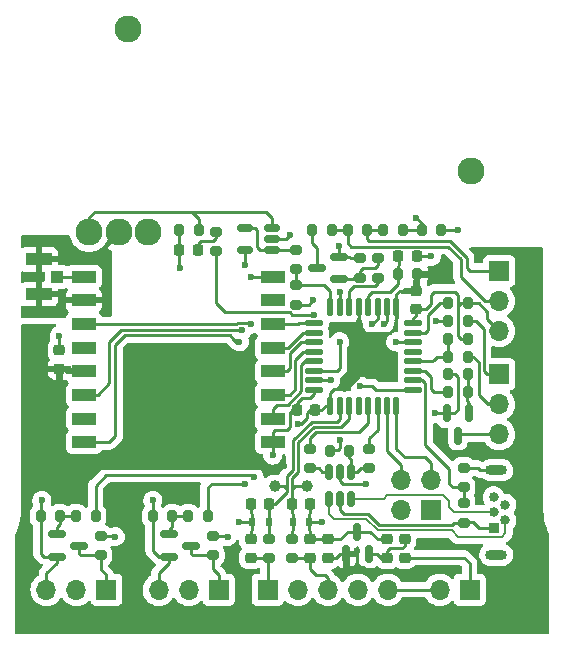
<source format=gbr>
%TF.GenerationSoftware,KiCad,Pcbnew,(6.0.6)*%
%TF.CreationDate,2022-10-17T00:58:34+02:00*%
%TF.ProjectId,Spanner,5370616e-6e65-4722-9e6b-696361645f70,rev?*%
%TF.SameCoordinates,Original*%
%TF.FileFunction,Copper,L1,Top*%
%TF.FilePolarity,Positive*%
%FSLAX46Y46*%
G04 Gerber Fmt 4.6, Leading zero omitted, Abs format (unit mm)*
G04 Created by KiCad (PCBNEW (6.0.6)) date 2022-10-17 00:58:34*
%MOMM*%
%LPD*%
G01*
G04 APERTURE LIST*
G04 Aperture macros list*
%AMRoundRect*
0 Rectangle with rounded corners*
0 $1 Rounding radius*
0 $2 $3 $4 $5 $6 $7 $8 $9 X,Y pos of 4 corners*
0 Add a 4 corners polygon primitive as box body*
4,1,4,$2,$3,$4,$5,$6,$7,$8,$9,$2,$3,0*
0 Add four circle primitives for the rounded corners*
1,1,$1+$1,$2,$3*
1,1,$1+$1,$4,$5*
1,1,$1+$1,$6,$7*
1,1,$1+$1,$8,$9*
0 Add four rect primitives between the rounded corners*
20,1,$1+$1,$2,$3,$4,$5,0*
20,1,$1+$1,$4,$5,$6,$7,0*
20,1,$1+$1,$6,$7,$8,$9,0*
20,1,$1+$1,$8,$9,$2,$3,0*%
G04 Aperture macros list end*
%TA.AperFunction,SMDPad,CuDef*%
%ADD10RoundRect,0.200000X-0.200000X-0.275000X0.200000X-0.275000X0.200000X0.275000X-0.200000X0.275000X0*%
%TD*%
%TA.AperFunction,SMDPad,CuDef*%
%ADD11RoundRect,0.200000X-0.275000X0.200000X-0.275000X-0.200000X0.275000X-0.200000X0.275000X0.200000X0*%
%TD*%
%TA.AperFunction,SMDPad,CuDef*%
%ADD12C,1.000000*%
%TD*%
%TA.AperFunction,SMDPad,CuDef*%
%ADD13RoundRect,0.150000X-0.587500X-0.150000X0.587500X-0.150000X0.587500X0.150000X-0.587500X0.150000X0*%
%TD*%
%TA.AperFunction,SMDPad,CuDef*%
%ADD14RoundRect,0.225000X0.225000X0.250000X-0.225000X0.250000X-0.225000X-0.250000X0.225000X-0.250000X0*%
%TD*%
%TA.AperFunction,SMDPad,CuDef*%
%ADD15RoundRect,0.200000X0.275000X-0.200000X0.275000X0.200000X-0.275000X0.200000X-0.275000X-0.200000X0*%
%TD*%
%TA.AperFunction,SMDPad,CuDef*%
%ADD16R,0.600000X0.700000*%
%TD*%
%TA.AperFunction,SMDPad,CuDef*%
%ADD17RoundRect,0.200000X0.200000X0.275000X-0.200000X0.275000X-0.200000X-0.275000X0.200000X-0.275000X0*%
%TD*%
%TA.AperFunction,ComponentPad*%
%ADD18R,1.700000X1.700000*%
%TD*%
%TA.AperFunction,ComponentPad*%
%ADD19O,1.700000X1.700000*%
%TD*%
%TA.AperFunction,SMDPad,CuDef*%
%ADD20RoundRect,0.150000X0.150000X-0.587500X0.150000X0.587500X-0.150000X0.587500X-0.150000X-0.587500X0*%
%TD*%
%TA.AperFunction,SMDPad,CuDef*%
%ADD21RoundRect,0.150000X0.587500X0.150000X-0.587500X0.150000X-0.587500X-0.150000X0.587500X-0.150000X0*%
%TD*%
%TA.AperFunction,SMDPad,CuDef*%
%ADD22R,2.000000X1.000000*%
%TD*%
%TA.AperFunction,SMDPad,CuDef*%
%ADD23RoundRect,0.218750X0.256250X-0.218750X0.256250X0.218750X-0.256250X0.218750X-0.256250X-0.218750X0*%
%TD*%
%TA.AperFunction,SMDPad,CuDef*%
%ADD24RoundRect,0.225000X0.250000X-0.225000X0.250000X0.225000X-0.250000X0.225000X-0.250000X-0.225000X0*%
%TD*%
%TA.AperFunction,ComponentPad*%
%ADD25R,0.840000X0.840000*%
%TD*%
%TA.AperFunction,ComponentPad*%
%ADD26C,0.840000*%
%TD*%
%TA.AperFunction,ComponentPad*%
%ADD27O,1.850000X0.850000*%
%TD*%
%TA.AperFunction,SMDPad,CuDef*%
%ADD28RoundRect,0.150000X0.512500X0.150000X-0.512500X0.150000X-0.512500X-0.150000X0.512500X-0.150000X0*%
%TD*%
%TA.AperFunction,SMDPad,CuDef*%
%ADD29RoundRect,0.150000X-0.150000X0.512500X-0.150000X-0.512500X0.150000X-0.512500X0.150000X0.512500X0*%
%TD*%
%TA.AperFunction,SMDPad,CuDef*%
%ADD30RoundRect,0.218750X-0.256250X0.218750X-0.256250X-0.218750X0.256250X-0.218750X0.256250X0.218750X0*%
%TD*%
%TA.AperFunction,SMDPad,CuDef*%
%ADD31RoundRect,0.150000X-0.150000X0.587500X-0.150000X-0.587500X0.150000X-0.587500X0.150000X0.587500X0*%
%TD*%
%TA.AperFunction,SMDPad,CuDef*%
%ADD32RoundRect,0.225000X-0.250000X0.225000X-0.250000X-0.225000X0.250000X-0.225000X0.250000X0.225000X0*%
%TD*%
%TA.AperFunction,SMDPad,CuDef*%
%ADD33RoundRect,0.125000X-0.125000X0.625000X-0.125000X-0.625000X0.125000X-0.625000X0.125000X0.625000X0*%
%TD*%
%TA.AperFunction,SMDPad,CuDef*%
%ADD34RoundRect,0.125000X-0.625000X0.125000X-0.625000X-0.125000X0.625000X-0.125000X0.625000X0.125000X0*%
%TD*%
%TA.AperFunction,SMDPad,CuDef*%
%ADD35RoundRect,0.218750X-0.218750X-0.256250X0.218750X-0.256250X0.218750X0.256250X-0.218750X0.256250X0*%
%TD*%
%TA.AperFunction,SMDPad,CuDef*%
%ADD36R,1.050000X1.000000*%
%TD*%
%TA.AperFunction,SMDPad,CuDef*%
%ADD37R,2.200000X1.050000*%
%TD*%
%TA.AperFunction,ComponentPad*%
%ADD38C,2.286000*%
%TD*%
%TA.AperFunction,ViaPad*%
%ADD39C,0.600000*%
%TD*%
%TA.AperFunction,Conductor*%
%ADD40C,0.250000*%
%TD*%
%TA.AperFunction,Conductor*%
%ADD41C,0.350000*%
%TD*%
%TA.AperFunction,Conductor*%
%ADD42C,0.600000*%
%TD*%
%TA.AperFunction,Conductor*%
%ADD43C,0.200000*%
%TD*%
G04 APERTURE END LIST*
D10*
%TO.P,R10,1*%
%TO.N,GND*%
X82175000Y-121750000D03*
%TO.P,R10,2*%
%TO.N,Net-(Q1-Pad1)*%
X83825000Y-121750000D03*
%TD*%
D11*
%TO.P,R20,1*%
%TO.N,GND*%
X109250000Y-99925000D03*
%TO.P,R20,2*%
%TO.N,Net-(Q5-Pad1)*%
X109250000Y-101575000D03*
%TD*%
D12*
%TO.P,TP2,1,1*%
%TO.N,HALL_TTL_B*%
X102000000Y-119250000D03*
%TD*%
D13*
%TO.P,Q3,1,B*%
%TO.N,Net-(Q3-Pad1)*%
X93062500Y-123300000D03*
%TO.P,Q3,2,E*%
%TO.N,GND*%
X93062500Y-125200000D03*
%TO.P,Q3,3,C*%
%TO.N,PWM_OUT_2*%
X94937500Y-124250000D03*
%TD*%
D10*
%TO.P,R4,1*%
%TO.N,Net-(R4-Pad1)*%
X116675000Y-103750000D03*
%TO.P,R4,2*%
%TO.N,GND*%
X118325000Y-103750000D03*
%TD*%
D14*
%TO.P,C1,1*%
%TO.N,+3V3*%
X105415501Y-112797137D03*
%TO.P,C1,2*%
%TO.N,GND*%
X103865501Y-112797137D03*
%TD*%
D10*
%TO.P,R24,1*%
%TO.N,GND*%
X116675000Y-109750000D03*
%TO.P,R24,2*%
%TO.N,Net-(Q6-Pad1)*%
X118325000Y-109750000D03*
%TD*%
D15*
%TO.P,R5,1*%
%TO.N,Net-(R5-Pad1)*%
X97000000Y-99325000D03*
%TO.P,R5,2*%
%TO.N,Net-(D1-Pad2)*%
X97000000Y-97675000D03*
%TD*%
D16*
%TO.P,D4,1,K*%
%TO.N,HALL_TTL_A*%
X103525000Y-122250000D03*
%TO.P,D4,2,A*%
%TO.N,GND*%
X104925000Y-122250000D03*
%TD*%
D11*
%TO.P,R1k1,1*%
%TO.N,+5V*%
X87250000Y-123425000D03*
%TO.P,R1k1,2*%
%TO.N,PWM_OUT_1*%
X87250000Y-125075000D03*
%TD*%
D16*
%TO.P,D5,1,K*%
%TO.N,HALL_TTL_B*%
X101475000Y-122250000D03*
%TO.P,D5,2,A*%
%TO.N,GND*%
X100075000Y-122250000D03*
%TD*%
D13*
%TO.P,Q1,1,B*%
%TO.N,Net-(Q1-Pad1)*%
X83562500Y-123300000D03*
%TO.P,Q1,2,E*%
%TO.N,GND*%
X83562500Y-125200000D03*
%TO.P,Q1,3,C*%
%TO.N,PWM_OUT_1*%
X85437500Y-124250000D03*
%TD*%
D10*
%TO.P,R18,1*%
%TO.N,VOLTAGE_MEASUREMENT*%
X114425000Y-97500000D03*
%TO.P,R18,2*%
%TO.N,GND*%
X116075000Y-97500000D03*
%TD*%
D14*
%TO.P,C6,1*%
%TO.N,GND*%
X105000000Y-120750000D03*
%TO.P,C6,2*%
%TO.N,HALL_TTL_A*%
X103450000Y-120750000D03*
%TD*%
D10*
%TO.P,R23,1*%
%TO.N,LED_EXT*%
X116675000Y-111250000D03*
%TO.P,R23,2*%
%TO.N,Net-(Q6-Pad1)*%
X118325000Y-111250000D03*
%TD*%
D17*
%TO.P,R11,1*%
%TO.N,Net-(R11-Pad1)*%
X95575000Y-97500000D03*
%TO.P,R11,2*%
%TO.N,GND*%
X93925000Y-97500000D03*
%TD*%
D18*
%TO.P,J5,1,Pin_1*%
%TO.N,PWM_OUT_1*%
X87750000Y-128000000D03*
D19*
%TO.P,J5,2,Pin_2*%
%TO.N,+5V*%
X85210000Y-128000000D03*
%TO.P,J5,3,Pin_3*%
%TO.N,GND*%
X82670000Y-128000000D03*
%TD*%
D17*
%TO.P,R25,1*%
%TO.N,Net-(J3-Pad1)*%
X118325000Y-105250000D03*
%TO.P,R25,2*%
%TO.N,+24V*%
X116675000Y-105250000D03*
%TD*%
D20*
%TO.P,U5,1,OUT*%
%TO.N,+3V3*%
X108050000Y-124937500D03*
%TO.P,U5,2,IN*%
%TO.N,Net-(C3-Pad1)*%
X109950000Y-124937500D03*
%TO.P,U5,3,GND*%
%TO.N,GND*%
X109000000Y-123062500D03*
%TD*%
D11*
%TO.P,R7,1*%
%TO.N,Net-(R7-Pad1)*%
X105000000Y-116062500D03*
%TO.P,R7,2*%
%TO.N,USB_DM*%
X105000000Y-117712500D03*
%TD*%
D21*
%TO.P,Q5,1,B*%
%TO.N,Net-(Q5-Pad1)*%
X107437500Y-101700000D03*
%TO.P,Q5,2,E*%
%TO.N,GND*%
X107437500Y-99800000D03*
%TO.P,Q5,3,C*%
%TO.N,Net-(Q5-Pad3)*%
X105562500Y-100750000D03*
%TD*%
D11*
%TO.P,R14,1*%
%TO.N,+5V*%
X96765000Y-123425000D03*
%TO.P,R14,2*%
%TO.N,PWM_OUT_2*%
X96765000Y-125075000D03*
%TD*%
D22*
%TO.P,U4,1,GND*%
%TO.N,GND*%
X101830000Y-115500000D03*
%TO.P,U4,2,MISO*%
%TO.N,SPI_MOSI*%
X101830000Y-113500000D03*
%TO.P,U4,3,MOSI*%
%TO.N,SPI_MISO*%
X101830000Y-111500000D03*
%TO.P,U4,4,SCK*%
%TO.N,SPI_SCK*%
X101830000Y-109500000D03*
%TO.P,U4,5,NSS*%
%TO.N,RFM_NSS*%
X101830000Y-107500000D03*
%TO.P,U4,6,RESET*%
%TO.N,RFM_RST*%
X101830000Y-105500000D03*
%TO.P,U4,7,DIO5*%
%TO.N,RFM_DIO5*%
X101830000Y-103500000D03*
%TO.P,U4,8,GND*%
%TO.N,GND*%
X101830000Y-101500000D03*
%TO.P,U4,9,ANT*%
%TO.N,Net-(AE1-Pad1)*%
X85830000Y-101500000D03*
%TO.P,U4,10,GND*%
%TO.N,GND*%
X85830000Y-103500000D03*
%TO.P,U4,11,DIO3*%
%TO.N,RFM_DIO3*%
X85830000Y-105500000D03*
%TO.P,U4,12,DIO4*%
%TO.N,RFM_DIO4*%
X85830000Y-107500000D03*
%TO.P,U4,13,3.3V*%
%TO.N,+3V3*%
X85830000Y-109500000D03*
%TO.P,U4,14,DIO0*%
%TO.N,RFM_DIO0*%
X85830000Y-111500000D03*
%TO.P,U4,15,DIO1*%
%TO.N,RFM_DIO1*%
X85830000Y-113500000D03*
%TO.P,U4,16,DIO2*%
%TO.N,RFM_DIO2*%
X85830000Y-115500000D03*
%TD*%
D14*
%TO.P,C7,1*%
%TO.N,HALL_TTL_B*%
X101500000Y-120750000D03*
%TO.P,C7,2*%
%TO.N,GND*%
X99950000Y-120750000D03*
%TD*%
D23*
%TO.P,D6,1,A1*%
%TO.N,TTL_B_OUT*%
X99975000Y-125287500D03*
%TO.P,D6,2,A2*%
%TO.N,GND*%
X99975000Y-123712500D03*
%TD*%
D24*
%TO.P,C3,1*%
%TO.N,Net-(C3-Pad1)*%
X111500000Y-125275000D03*
%TO.P,C3,2*%
%TO.N,GND*%
X111500000Y-123725000D03*
%TD*%
D18*
%TO.P,J8,1,Pin_1*%
%TO.N,+24V*%
X121000000Y-101000000D03*
D19*
%TO.P,J8,2,Pin_2*%
%TO.N,POWER_FET_OUT*%
X121000000Y-103540000D03*
%TO.P,J8,3,Pin_3*%
%TO.N,GND*%
X121000000Y-106080000D03*
%TD*%
D18*
%TO.P,J4,1,Pin_1*%
%TO.N,PWM_OUT_2*%
X97250000Y-128000000D03*
D19*
%TO.P,J4,2,Pin_2*%
%TO.N,+5V*%
X94710000Y-128000000D03*
%TO.P,J4,3,Pin_3*%
%TO.N,GND*%
X92170000Y-128000000D03*
%TD*%
D18*
%TO.P,J7,1,Pin_1*%
%TO.N,+5V*%
X118500000Y-128000000D03*
D19*
%TO.P,J7,2,Pin_2*%
%TO.N,GND*%
X115960000Y-128000000D03*
%TD*%
D25*
%TO.P,J1,1,VBUS*%
%TO.N,VBUS*%
X120530000Y-122750000D03*
D26*
%TO.P,J1,2,D-*%
%TO.N,/Main/D-*%
X121530000Y-122100000D03*
%TO.P,J1,3,D+*%
%TO.N,/Main/D+*%
X120530000Y-121450000D03*
%TO.P,J1,4,ID*%
%TO.N,unconnected-(J1-Pad4)*%
X121530000Y-120800000D03*
%TO.P,J1,5,GND*%
%TO.N,GND*%
X120530000Y-120150000D03*
D27*
%TO.P,J1,6,Shield*%
X120750000Y-125025000D03*
X120750000Y-117875000D03*
%TD*%
D11*
%TO.P,R28,1*%
%TO.N,Net-(R28-Pad1)*%
X103834610Y-99213364D03*
%TO.P,R28,2*%
%TO.N,CURRENT_SENSE_OUT*%
X103834610Y-100863364D03*
%TD*%
D28*
%TO.P,U6,1*%
%TO.N,Net-(R28-Pad1)*%
X101775000Y-99250000D03*
%TO.P,U6,2,V-*%
%TO.N,GND*%
X101775000Y-98300000D03*
%TO.P,U6,3,+*%
%TO.N,Net-(R11-Pad1)*%
X101775000Y-97350000D03*
%TO.P,U6,4,-*%
%TO.N,Net-(R28-Pad1)*%
X99500000Y-97350000D03*
%TO.P,U6,5,V+*%
%TO.N,+5V*%
X99500000Y-99250000D03*
%TD*%
D17*
%TO.P,R12,1*%
%TO.N,PWM_2*%
X96325000Y-121750000D03*
%TO.P,R12,2*%
%TO.N,Net-(Q3-Pad1)*%
X94675000Y-121750000D03*
%TD*%
%TO.P,R9,1*%
%TO.N,PWM_1*%
X86825000Y-121750000D03*
%TO.P,R9,2*%
%TO.N,Net-(Q1-Pad1)*%
X85175000Y-121750000D03*
%TD*%
D15*
%TO.P,R15,1*%
%TO.N,TTL_A_OUT*%
X103475000Y-125325000D03*
%TO.P,R15,2*%
%TO.N,HALL_TTL_A*%
X103475000Y-123675000D03*
%TD*%
D10*
%TO.P,R17,1*%
%TO.N,+24V*%
X111175000Y-97500000D03*
%TO.P,R17,2*%
%TO.N,VOLTAGE_MEASUREMENT*%
X112825000Y-97500000D03*
%TD*%
%TO.P,R13,1*%
%TO.N,GND*%
X91675000Y-121750000D03*
%TO.P,R13,2*%
%TO.N,Net-(Q3-Pad1)*%
X93325000Y-121750000D03*
%TD*%
D29*
%TO.P,U2,1,I/O1*%
%TO.N,USB_DP*%
X108450000Y-118000000D03*
%TO.P,U2,2,GND*%
%TO.N,GND*%
X107500000Y-118000000D03*
%TO.P,U2,3,I/O2*%
%TO.N,USB_DM*%
X106550000Y-118000000D03*
%TO.P,U2,4,I/O2*%
%TO.N,/Main/D-*%
X106550000Y-120275000D03*
%TO.P,U2,5,VBUS*%
%TO.N,VBUS*%
X107500000Y-120275000D03*
%TO.P,U2,6,I/O1*%
%TO.N,/Main/D+*%
X108450000Y-120275000D03*
%TD*%
D17*
%TO.P,R22,1*%
%TO.N,POWER_FET_OUT*%
X106825000Y-97500000D03*
%TO.P,R22,2*%
%TO.N,Net-(Q5-Pad3)*%
X105175000Y-97500000D03*
%TD*%
D30*
%TO.P,D2,1,K*%
%TO.N,Net-(C3-Pad1)*%
X113000000Y-123712500D03*
%TO.P,D2,2,A*%
%TO.N,+5V*%
X113000000Y-125287500D03*
%TD*%
D31*
%TO.P,Q6,1,B*%
%TO.N,Net-(Q6-Pad1)*%
X118450000Y-113062500D03*
%TO.P,Q6,2,E*%
%TO.N,GND*%
X116550000Y-113062500D03*
%TO.P,Q6,3,C*%
%TO.N,Net-(J3-Pad3)*%
X117500000Y-114937500D03*
%TD*%
D18*
%TO.P,J3,1,Pin_1*%
%TO.N,Net-(J3-Pad1)*%
X121000000Y-109750000D03*
D19*
%TO.P,J3,2,Pin_2*%
%TO.N,Net-(J3-Pad2)*%
X121000000Y-112290000D03*
%TO.P,J3,3,Pin_3*%
%TO.N,Net-(J3-Pad3)*%
X121000000Y-114830000D03*
%TD*%
D10*
%TO.P,R27,1*%
%TO.N,DI_IN_2*%
X116675000Y-106750000D03*
%TO.P,R27,2*%
%TO.N,GND*%
X118325000Y-106750000D03*
%TD*%
D17*
%TO.P,R1,1*%
%TO.N,+3V3*%
X114066529Y-101241767D03*
%TO.P,R1,2*%
%TO.N,Net-(C4-Pad2)*%
X112416529Y-101241767D03*
%TD*%
D11*
%TO.P,R3,1*%
%TO.N,GND*%
X118000000Y-117675000D03*
%TO.P,R3,2*%
%TO.N,VUSB*%
X118000000Y-119325000D03*
%TD*%
D15*
%TO.P,R19,1*%
%TO.N,POWER_SWITCH*%
X110750000Y-101575000D03*
%TO.P,R19,2*%
%TO.N,Net-(Q5-Pad1)*%
X110750000Y-99925000D03*
%TD*%
D23*
%TO.P,D3,1,A1*%
%TO.N,TTL_A_OUT*%
X104975000Y-125287500D03*
%TO.P,D3,2,A2*%
%TO.N,GND*%
X104975000Y-123712500D03*
%TD*%
D17*
%TO.P,R26,1*%
%TO.N,Net-(J3-Pad2)*%
X118325000Y-108250000D03*
%TO.P,R26,2*%
%TO.N,DI_IN_2*%
X116675000Y-108250000D03*
%TD*%
%TO.P,R6,1*%
%TO.N,USB_DP*%
X108325000Y-116250000D03*
%TO.P,R6,2*%
%TO.N,+3V3*%
X106675000Y-116250000D03*
%TD*%
D12*
%TO.P,TP1,1,1*%
%TO.N,HALL_TTL_A*%
X104750000Y-119250000D03*
%TD*%
D11*
%TO.P,R29,1*%
%TO.N,CURRENT_SENSE_OUT*%
X103827568Y-102197638D03*
%TO.P,R29,2*%
%TO.N,GND*%
X103827568Y-103847638D03*
%TD*%
D32*
%TO.P,C8,1*%
%TO.N,GND*%
X106500000Y-123725000D03*
%TO.P,C8,2*%
%TO.N,+3V3*%
X106500000Y-125275000D03*
%TD*%
D18*
%TO.P,J2,1,Pin_1*%
%TO.N,+3.3V*%
X115254379Y-121212025D03*
D19*
%TO.P,J2,2,Pin_2*%
%TO.N,GND*%
X112714379Y-121212025D03*
%TO.P,J2,3,Pin_3*%
%TO.N,SWCLK*%
X115254379Y-118672025D03*
%TO.P,J2,4,Pin_4*%
%TO.N,SWDIO*%
X112714379Y-118672025D03*
%TD*%
D33*
%TO.P,U1,1,VDD*%
%TO.N,+3V3*%
X112300000Y-104075000D03*
%TO.P,U1,2,PC14*%
%TO.N,RFM_DIO0*%
X111500000Y-104075000D03*
%TO.P,U1,3,PC15*%
%TO.N,RFM_DIO3*%
X110700000Y-104075000D03*
%TO.P,U1,4,NRST*%
%TO.N,Net-(C4-Pad2)*%
X109900000Y-104075000D03*
%TO.P,U1,5,VDDA*%
%TO.N,+3V3*%
X109100000Y-104075000D03*
%TO.P,U1,6,PA0*%
%TO.N,POWER_SWITCH*%
X108300000Y-104075000D03*
%TO.P,U1,7,PA1*%
%TO.N,VOLTAGE_MEASUREMENT*%
X107500000Y-104075000D03*
%TO.P,U1,8,PA2*%
%TO.N,CURRENT_SENSE_OUT*%
X106700000Y-104075000D03*
D34*
%TO.P,U1,9,PA3*%
%TO.N,RFM_RST*%
X105325000Y-105450000D03*
%TO.P,U1,10,PA4*%
%TO.N,RFM_NSS*%
X105325000Y-106250000D03*
%TO.P,U1,11,PA5*%
%TO.N,SPI_SCK*%
X105325000Y-107050000D03*
%TO.P,U1,12,PA6*%
%TO.N,SPI_MISO*%
X105325000Y-107850000D03*
%TO.P,U1,13,PA7*%
%TO.N,SPI_MOSI*%
X105325000Y-108650000D03*
%TO.P,U1,14,PB0*%
%TO.N,RFM_DIO2*%
X105325000Y-109450000D03*
%TO.P,U1,15,PB1*%
%TO.N,PWM_2*%
X105325000Y-110250000D03*
%TO.P,U1,16,VSS*%
%TO.N,GND*%
X105325000Y-111050000D03*
D33*
%TO.P,U1,17,VDD*%
%TO.N,+3V3*%
X106700000Y-112425000D03*
%TO.P,U1,18,PA8*%
%TO.N,HALL_TTL_B*%
X107500000Y-112425000D03*
%TO.P,U1,19,PA9*%
%TO.N,HALL_TTL_A*%
X108300000Y-112425000D03*
%TO.P,U1,20,PA10*%
%TO.N,unconnected-(U1-Pad20)*%
X109100000Y-112425000D03*
%TO.P,U1,21,PA11*%
%TO.N,Net-(R7-Pad1)*%
X109900000Y-112425000D03*
%TO.P,U1,22,PA12*%
%TO.N,Net-(R8-Pad1)*%
X110700000Y-112425000D03*
%TO.P,U1,23,PA13*%
%TO.N,SWDIO*%
X111500000Y-112425000D03*
%TO.P,U1,24,PA14*%
%TO.N,SWCLK*%
X112300000Y-112425000D03*
D34*
%TO.P,U1,25,PA15*%
%TO.N,PWM_1*%
X113675000Y-111050000D03*
%TO.P,U1,26,PB3*%
%TO.N,VUSB*%
X113675000Y-110250000D03*
%TO.P,U1,27,PB4*%
%TO.N,LED_EXT*%
X113675000Y-109450000D03*
%TO.P,U1,28,PB5*%
%TO.N,DI_IN_2*%
X113675000Y-108650000D03*
%TO.P,U1,29,PB6*%
%TO.N,unconnected-(U1-Pad29)*%
X113675000Y-107850000D03*
%TO.P,U1,30,PB7*%
%TO.N,Net-(R5-Pad1)*%
X113675000Y-107050000D03*
%TO.P,U1,31,PH3*%
%TO.N,Net-(R4-Pad1)*%
X113675000Y-106250000D03*
%TO.P,U1,32,VSS*%
%TO.N,GND*%
X113675000Y-105450000D03*
%TD*%
D14*
%TO.P,C4,1*%
%TO.N,GND*%
X114016529Y-99741767D03*
%TO.P,C4,2*%
%TO.N,Net-(C4-Pad2)*%
X112466529Y-99741767D03*
%TD*%
D35*
%TO.P,D1,1,K*%
%TO.N,GND*%
X93925000Y-99250000D03*
%TO.P,D1,2,A*%
%TO.N,Net-(D1-Pad2)*%
X95500000Y-99250000D03*
%TD*%
D36*
%TO.P,AE1,1,A*%
%TO.N,Net-(AE1-Pad1)*%
X83550000Y-101500000D03*
D37*
%TO.P,AE1,2,Shield*%
%TO.N,GND*%
X82025000Y-100025000D03*
X82025000Y-102975000D03*
%TD*%
D32*
%TO.P,C5,1*%
%TO.N,GND*%
X83750000Y-107725000D03*
%TO.P,C5,2*%
%TO.N,+3V3*%
X83750000Y-109275000D03*
%TD*%
D11*
%TO.P,R8,1*%
%TO.N,Net-(R8-Pad1)*%
X110000000Y-116062500D03*
%TO.P,R8,2*%
%TO.N,USB_DP*%
X110000000Y-117712500D03*
%TD*%
D38*
%TO.P,U3,0*%
%TO.N,N/C*%
X89600000Y-80525000D03*
X118600000Y-92525000D03*
%TO.P,U3,1,VOUT*%
%TO.N,Net-(R11-Pad1)*%
X86300000Y-97725000D03*
%TO.P,U3,2,GND*%
%TO.N,GND*%
X88800000Y-97725000D03*
%TO.P,U3,3,VCC*%
%TO.N,+5V*%
X91300000Y-97725000D03*
%TD*%
D17*
%TO.P,R21,1*%
%TO.N,+24V*%
X109825000Y-97500000D03*
%TO.P,R21,2*%
%TO.N,POWER_FET_OUT*%
X108175000Y-97500000D03*
%TD*%
D18*
%TO.P,J6,1,Pin_1*%
%TO.N,TTL_B_OUT*%
X101400000Y-128000000D03*
D19*
%TO.P,J6,2,Pin_2*%
%TO.N,+5V*%
X103940000Y-128000000D03*
%TO.P,J6,3,Pin_3*%
%TO.N,TTL_A_OUT*%
X106480000Y-128000000D03*
%TO.P,J6,4,Pin_4*%
%TO.N,TTL_INDEX*%
X109020000Y-128000000D03*
%TO.P,J6,5,Pin_5*%
%TO.N,GND*%
X111560000Y-128000000D03*
%TD*%
D32*
%TO.P,C2,1*%
%TO.N,+3V3*%
X113989828Y-102684189D03*
%TO.P,C2,2*%
%TO.N,GND*%
X113989828Y-104234189D03*
%TD*%
D15*
%TO.P,R16,1*%
%TO.N,TTL_B_OUT*%
X101475000Y-125325000D03*
%TO.P,R16,2*%
%TO.N,HALL_TTL_B*%
X101475000Y-123675000D03*
%TD*%
%TO.P,R2,1*%
%TO.N,VBUS*%
X118000000Y-122325000D03*
%TO.P,R2,2*%
%TO.N,VUSB*%
X118000000Y-120675000D03*
%TD*%
D39*
%TO.N,GND*%
X106000000Y-122250000D03*
X87750000Y-104250000D03*
X93962500Y-100750000D03*
X81750000Y-98500000D03*
X81000000Y-104500000D03*
X81750000Y-104500000D03*
X83250000Y-98500000D03*
X82282361Y-120420052D03*
X107437195Y-98902746D03*
X87750000Y-101750000D03*
X115585594Y-113060506D03*
X84000000Y-98500000D03*
X101830000Y-116580000D03*
X115250000Y-99750000D03*
X83750000Y-106500000D03*
X105250000Y-103500000D03*
X87750000Y-103000000D03*
X82500000Y-98500000D03*
X103250000Y-98000000D03*
X82500000Y-104500000D03*
X84000000Y-104500000D03*
X81000000Y-98500000D03*
X109750000Y-119000000D03*
X100000000Y-101500000D03*
X87750000Y-100500000D03*
X83250000Y-104500000D03*
X99000000Y-122250000D03*
X117500000Y-97500000D03*
X91679942Y-120420052D03*
%TO.N,+3V3*%
X109000000Y-124750000D03*
X107500000Y-115274500D03*
X103990213Y-113990213D03*
X115500000Y-101250000D03*
X108250000Y-126250000D03*
X116500000Y-101250000D03*
X102750000Y-117500000D03*
X109500000Y-126250000D03*
X101275000Y-117525000D03*
%TO.N,+5V*%
X88500000Y-123500000D03*
X98000000Y-123500000D03*
X99500000Y-100500000D03*
%TO.N,+24V*%
X115624500Y-105250000D03*
%TO.N,PWM_1*%
X109250000Y-110750000D03*
X100250000Y-118424500D03*
%TO.N,PWM_2*%
X106750000Y-110250000D03*
X99500000Y-119000000D03*
%TO.N,VOLTAGE_MEASUREMENT*%
X114000000Y-96500000D03*
X107500000Y-102750000D03*
%TO.N,RFM_DIO3*%
X100000000Y-105500500D03*
X110250000Y-105500000D03*
%TO.N,RFM_DIO0*%
X99250000Y-106000000D03*
X111250000Y-105500000D03*
%TO.N,RFM_DIO2*%
X99000000Y-107000000D03*
X107500000Y-107000000D03*
%TO.N,Net-(R5-Pad1)*%
X112250000Y-107000000D03*
X105301348Y-104699500D03*
%TD*%
D40*
%TO.N,Net-(AE1-Pad1)*%
X86030000Y-101500000D02*
X83550000Y-101500000D01*
%TO.N,GND*%
X107750000Y-119000000D02*
X109500000Y-119000000D01*
X105000000Y-121475000D02*
X105000000Y-120750000D01*
X117187500Y-113062500D02*
X117500000Y-112750000D01*
X87750000Y-100500000D02*
X87275000Y-100025000D01*
X117250000Y-102750000D02*
X117500000Y-103000000D01*
X104975000Y-123712500D02*
X104975000Y-123000000D01*
X104925000Y-122250000D02*
X104925000Y-122950000D01*
X111500000Y-123725000D02*
X110725000Y-123725000D01*
X115587588Y-113062500D02*
X115585594Y-113060506D01*
X91675000Y-121750000D02*
X91675000Y-120424994D01*
X87275000Y-100025000D02*
X82025000Y-100025000D01*
X115198054Y-103801946D02*
X115198054Y-103051946D01*
X106500000Y-123725000D02*
X107525000Y-123725000D01*
X87750000Y-101750000D02*
X87750000Y-100500000D01*
X107437500Y-99800000D02*
X107437500Y-98903051D01*
X113989828Y-104234189D02*
X114765811Y-104234189D01*
X91675000Y-124675000D02*
X92200000Y-125200000D01*
X107437500Y-98903051D02*
X107437195Y-98902746D01*
X103250000Y-113000000D02*
X103250000Y-114250000D01*
X82175000Y-124925000D02*
X82375000Y-125125000D01*
X116550000Y-113062500D02*
X115587588Y-113062500D01*
X84250000Y-103250000D02*
X84500000Y-103500000D01*
X87250000Y-103500000D02*
X86030000Y-103500000D01*
X87750000Y-101750000D02*
X87750000Y-103000000D01*
X82175000Y-121750000D02*
X82175000Y-120527413D01*
X118325000Y-106750000D02*
X117750000Y-106750000D01*
X101830000Y-101500000D02*
X100000000Y-101500000D01*
X82025000Y-102975000D02*
X83975000Y-102975000D01*
X83562500Y-125200000D02*
X82450000Y-125200000D01*
X82670000Y-128000000D02*
X82670000Y-126580000D01*
X104902362Y-103847638D02*
X105250000Y-103500000D01*
X87750000Y-103000000D02*
X87250000Y-103500000D01*
X117500000Y-103000000D02*
X117500000Y-104000000D01*
X117500000Y-110000000D02*
X117250000Y-109750000D01*
X104296217Y-111750000D02*
X105000000Y-111750000D01*
X83562500Y-125687500D02*
X83562500Y-125200000D01*
X82025000Y-100025000D02*
X82025000Y-102975000D01*
X117750000Y-103750000D02*
X117500000Y-104000000D01*
X92170000Y-126580000D02*
X93062500Y-125687500D01*
X101775000Y-98300000D02*
X102950000Y-98300000D01*
X107525000Y-123725000D02*
X108187500Y-123062500D01*
X117750000Y-106750000D02*
X117500000Y-106500000D01*
X101830000Y-114670000D02*
X101830000Y-115500000D01*
X109250000Y-99925000D02*
X108425000Y-99925000D01*
X99975000Y-123712500D02*
X99975000Y-123000000D01*
X117250000Y-109750000D02*
X116675000Y-109750000D01*
X84500000Y-103500000D02*
X86030000Y-103500000D01*
X103827568Y-103847638D02*
X104902362Y-103847638D01*
X100075000Y-122250000D02*
X100075000Y-122900000D01*
X116550000Y-113062500D02*
X117187500Y-113062500D01*
X83750000Y-107725000D02*
X83750000Y-106500000D01*
X109500000Y-119000000D02*
X109750000Y-119000000D01*
X102950000Y-98300000D02*
X103250000Y-98000000D01*
X82175000Y-121750000D02*
X82175000Y-124925000D01*
X108187500Y-123062500D02*
X109000000Y-123062500D01*
X118000000Y-117675000D02*
X119175000Y-117675000D01*
X92200000Y-125200000D02*
X93062500Y-125200000D01*
X103250000Y-114250000D02*
X103000000Y-114500000D01*
X100075000Y-121600000D02*
X100075000Y-122250000D01*
X101830000Y-116580000D02*
X101830000Y-115500000D01*
X92170000Y-128000000D02*
X92170000Y-126580000D01*
X93062500Y-125687500D02*
X93062500Y-125200000D01*
X99950000Y-120750000D02*
X99950000Y-121475000D01*
X100075000Y-122900000D02*
X99975000Y-123000000D01*
X115500000Y-102750000D02*
X117250000Y-102750000D01*
X119175000Y-117675000D02*
X119375000Y-117875000D01*
X117500000Y-112750000D02*
X117500000Y-110000000D01*
X113675000Y-105075000D02*
X113675000Y-105450000D01*
X107437500Y-99800000D02*
X108300000Y-99800000D01*
X119960000Y-104460000D02*
X119960000Y-105040000D01*
X107500000Y-118750000D02*
X107750000Y-119000000D01*
X100075000Y-122250000D02*
X99000000Y-122250000D01*
X105325000Y-111425000D02*
X105325000Y-111050000D01*
X91675000Y-120424994D02*
X91679942Y-120420052D01*
X103865501Y-112180716D02*
X104296217Y-111750000D01*
X83975000Y-102975000D02*
X84250000Y-103250000D01*
X107500000Y-118000000D02*
X107500000Y-118750000D01*
X82450000Y-125200000D02*
X82375000Y-125125000D01*
X115241767Y-99741767D02*
X115250000Y-99750000D01*
X103452863Y-112797137D02*
X103250000Y-113000000D01*
X82175000Y-120527413D02*
X82282361Y-120420052D01*
X119960000Y-105040000D02*
X121000000Y-106080000D01*
X108425000Y-99925000D02*
X108300000Y-99800000D01*
X103865501Y-112797137D02*
X103452863Y-112797137D01*
X93925000Y-100712500D02*
X93962500Y-100750000D01*
X119250000Y-103750000D02*
X119960000Y-104460000D01*
X91675000Y-121750000D02*
X91675000Y-124675000D01*
X104925000Y-121550000D02*
X105000000Y-121475000D01*
X115198054Y-103051946D02*
X115500000Y-102750000D01*
X103865501Y-112797137D02*
X103865501Y-112180716D01*
X116075000Y-97500000D02*
X117500000Y-97500000D01*
X82670000Y-126580000D02*
X83562500Y-125687500D01*
X114765811Y-104234189D02*
X115198054Y-103801946D01*
X93925000Y-99250000D02*
X93925000Y-97500000D01*
X93925000Y-99250000D02*
X93925000Y-100712500D01*
X110062500Y-123062500D02*
X109000000Y-123062500D01*
X104925000Y-122950000D02*
X104975000Y-123000000D01*
X118325000Y-103750000D02*
X119250000Y-103750000D01*
X110725000Y-123725000D02*
X110062500Y-123062500D01*
X105000000Y-111750000D02*
X105325000Y-111425000D01*
X103000000Y-114500000D02*
X102000000Y-114500000D01*
X104925000Y-122250000D02*
X106000000Y-122250000D01*
X113989828Y-104234189D02*
X113989828Y-104760172D01*
X113989828Y-104760172D02*
X113675000Y-105075000D01*
X99950000Y-121475000D02*
X100075000Y-121600000D01*
X117500000Y-106500000D02*
X117500000Y-104000000D01*
X104975000Y-123712500D02*
X106487500Y-123712500D01*
X111560000Y-128000000D02*
X115985000Y-128000000D01*
X104925000Y-122250000D02*
X104925000Y-121550000D01*
X102000000Y-114500000D02*
X101830000Y-114670000D01*
X119375000Y-117875000D02*
X120750000Y-117875000D01*
X106487500Y-123712500D02*
X106500000Y-123725000D01*
X114016529Y-99741767D02*
X115241767Y-99741767D01*
X118325000Y-103750000D02*
X117750000Y-103750000D01*
D41*
%TO.N,+3V3*%
X85830000Y-109500000D02*
X84750000Y-109500000D01*
D40*
X109100000Y-105850000D02*
X109100000Y-105650000D01*
X113989828Y-102010172D02*
X114066529Y-101933471D01*
D41*
X84525000Y-109275000D02*
X84750000Y-109500000D01*
D42*
X84500000Y-117500000D02*
X101250000Y-117500000D01*
D40*
X107000000Y-111000000D02*
X108000000Y-111000000D01*
X109100000Y-109900000D02*
X109100000Y-105650000D01*
D42*
X108050000Y-126050000D02*
X108250000Y-126250000D01*
D40*
X104750000Y-113477208D02*
X104738604Y-113488604D01*
D42*
X114074762Y-101250000D02*
X114066529Y-101241767D01*
X108050000Y-124937500D02*
X108050000Y-126050000D01*
D40*
X104952863Y-112797137D02*
X104750000Y-113000000D01*
X106675000Y-116137500D02*
X107362500Y-116137500D01*
D42*
X83750000Y-109275000D02*
X83750000Y-110750000D01*
D40*
X111750000Y-106250000D02*
X109500000Y-106250000D01*
X113989828Y-102684189D02*
X113989828Y-102010172D01*
X106700000Y-111300000D02*
X107000000Y-111000000D01*
D42*
X83750000Y-110750000D02*
X83750000Y-116750000D01*
D40*
X104236995Y-113990213D02*
X103990213Y-113990213D01*
D41*
X83750000Y-109275000D02*
X84525000Y-109275000D01*
D40*
X105952863Y-112797137D02*
X106325000Y-112425000D01*
D42*
X83750000Y-116750000D02*
X84500000Y-117500000D01*
D40*
X104750000Y-113000000D02*
X104750000Y-113477208D01*
X112300000Y-105700000D02*
X111750000Y-106250000D01*
X112300000Y-102950000D02*
X112565811Y-102684189D01*
D42*
X101250000Y-117500000D02*
X101275000Y-117525000D01*
D40*
X104738604Y-113488604D02*
X104236995Y-113990213D01*
X107362500Y-116137500D02*
X107500000Y-116000000D01*
X112565811Y-102684189D02*
X113989828Y-102684189D01*
X108050000Y-124937500D02*
X108812500Y-124937500D01*
X107500000Y-116000000D02*
X107500000Y-115274500D01*
X106700000Y-112425000D02*
X106700000Y-111300000D01*
X83775000Y-109250000D02*
X83750000Y-109275000D01*
X105415501Y-112797137D02*
X105952863Y-112797137D01*
X112300000Y-104075000D02*
X112300000Y-102950000D01*
X112300000Y-104075000D02*
X112300000Y-105700000D01*
X108000000Y-111000000D02*
X109100000Y-109900000D01*
X106325000Y-112425000D02*
X106700000Y-112425000D01*
X107562500Y-124937500D02*
X108050000Y-124937500D01*
X108812500Y-124937500D02*
X109000000Y-124750000D01*
X106500000Y-125275000D02*
X107225000Y-125275000D01*
X105415501Y-112797137D02*
X104952863Y-112797137D01*
D42*
X108250000Y-126250000D02*
X109500000Y-126250000D01*
D40*
X109500000Y-106250000D02*
X109100000Y-105850000D01*
X114066529Y-101933471D02*
X114066529Y-101241767D01*
X109100000Y-105650000D02*
X109100000Y-104075000D01*
D42*
X115500000Y-101250000D02*
X114074762Y-101250000D01*
D40*
X107225000Y-125275000D02*
X107562500Y-124937500D01*
%TO.N,HALL_TTL_A*%
X103750000Y-119250000D02*
X103450000Y-119550000D01*
X103450000Y-118550000D02*
X104000000Y-118000000D01*
X103525000Y-121550000D02*
X103450000Y-121475000D01*
X103450000Y-120750000D02*
X103450000Y-119550000D01*
X104000000Y-118000000D02*
X104000000Y-115500000D01*
X103525000Y-122250000D02*
X103525000Y-122950000D01*
X103525000Y-122950000D02*
X103475000Y-123000000D01*
X103525000Y-122250000D02*
X103525000Y-121550000D01*
X104000000Y-115500000D02*
X105300000Y-114200000D01*
X108300000Y-113550000D02*
X108300000Y-112425000D01*
X105300000Y-114200000D02*
X107650000Y-114200000D01*
X104750000Y-119250000D02*
X103750000Y-119250000D01*
X103450000Y-119550000D02*
X103450000Y-118550000D01*
X103450000Y-121475000D02*
X103450000Y-120750000D01*
X107650000Y-114200000D02*
X108300000Y-113550000D01*
X103475000Y-123675000D02*
X103475000Y-123000000D01*
%TO.N,HALL_TTL_B*%
X101500000Y-120750000D02*
X101475000Y-120775000D01*
X103000000Y-118363604D02*
X103550000Y-117813604D01*
X102750000Y-119250000D02*
X103000000Y-119500000D01*
X107500000Y-113500000D02*
X107500000Y-112425000D01*
X103000000Y-119750000D02*
X103000000Y-119500000D01*
X103550000Y-117813604D02*
X103550000Y-115313604D01*
X101475000Y-120775000D02*
X101475000Y-122250000D01*
X102000000Y-119250000D02*
X102750000Y-119250000D01*
X101500000Y-120750000D02*
X102000000Y-120750000D01*
X105113604Y-113750000D02*
X107250000Y-113750000D01*
X103000000Y-119500000D02*
X103000000Y-118363604D01*
X107250000Y-113750000D02*
X107500000Y-113500000D01*
X101475000Y-123675000D02*
X101475000Y-122250000D01*
X102000000Y-120750000D02*
X103000000Y-119750000D01*
X103550000Y-115313604D02*
X105113604Y-113750000D01*
%TO.N,Net-(D1-Pad2)*%
X97000000Y-98250000D02*
X97000000Y-97675000D01*
X95500000Y-99250000D02*
X95500000Y-98750000D01*
X95500000Y-98750000D02*
X95750000Y-98500000D01*
X95750000Y-98500000D02*
X96750000Y-98500000D01*
X96750000Y-98500000D02*
X97000000Y-98250000D01*
%TO.N,TTL_A_OUT*%
X104975000Y-126225000D02*
X105500000Y-126750000D01*
X105500000Y-126750000D02*
X106250000Y-126750000D01*
X106250000Y-126750000D02*
X106480000Y-126980000D01*
X104975000Y-125287500D02*
X104975000Y-126225000D01*
X106480000Y-126980000D02*
X106480000Y-128000000D01*
X104937500Y-125325000D02*
X104975000Y-125287500D01*
X103475000Y-125325000D02*
X104937500Y-125325000D01*
%TO.N,TTL_B_OUT*%
X101475000Y-125325000D02*
X101400000Y-125400000D01*
X101400000Y-125400000D02*
X101400000Y-128000000D01*
X100012500Y-125325000D02*
X99975000Y-125287500D01*
X101475000Y-125325000D02*
X100012500Y-125325000D01*
%TO.N,+5V*%
X88425000Y-123425000D02*
X88500000Y-123500000D01*
X87250000Y-123425000D02*
X88425000Y-123425000D01*
X99500000Y-99250000D02*
X99500000Y-100500000D01*
X96765000Y-123425000D02*
X97925000Y-123425000D01*
X97925000Y-123425000D02*
X98000000Y-123500000D01*
X118037500Y-125287500D02*
X118500000Y-125750000D01*
X113000000Y-125287500D02*
X118037500Y-125287500D01*
X118500000Y-125750000D02*
X118500000Y-128000000D01*
%TO.N,Net-(R28-Pad1)*%
X99500000Y-97350000D02*
X100350000Y-97350000D01*
X100500000Y-99000000D02*
X100750000Y-99250000D01*
X103797974Y-99250000D02*
X103834610Y-99213364D01*
X100500000Y-97500000D02*
X100500000Y-99000000D01*
X100750000Y-99250000D02*
X101775000Y-99250000D01*
X101775000Y-99250000D02*
X103797974Y-99250000D01*
X100350000Y-97350000D02*
X100500000Y-97500000D01*
%TO.N,VBUS*%
X109926040Y-121575000D02*
X107825000Y-121575000D01*
X110675520Y-122324480D02*
X109926040Y-121575000D01*
X110675520Y-122324480D02*
X110676040Y-122325000D01*
X118750000Y-122250000D02*
X118075000Y-122250000D01*
X117175000Y-122325000D02*
X117000000Y-122500000D01*
X119250000Y-122750000D02*
X118750000Y-122250000D01*
X107825000Y-121575000D02*
X107500000Y-121250000D01*
X110851040Y-122500000D02*
X110675520Y-122324480D01*
X117000000Y-122500000D02*
X110851040Y-122500000D01*
X120530000Y-122750000D02*
X119250000Y-122750000D01*
X118000000Y-122325000D02*
X117175000Y-122325000D01*
X107500000Y-121250000D02*
X107500000Y-120275000D01*
X118075000Y-122250000D02*
X118000000Y-122325000D01*
D43*
%TO.N,/Main/D-*%
X107000000Y-122000000D02*
X109750000Y-122000000D01*
X117500000Y-123500000D02*
X121250000Y-123500000D01*
X106550000Y-120275000D02*
X106550000Y-121550000D01*
X109750000Y-122000000D02*
X110725000Y-122975000D01*
X106550000Y-121550000D02*
X107000000Y-122000000D01*
X110725000Y-122975000D02*
X116975000Y-122975000D01*
X121530000Y-123220000D02*
X121530000Y-122100000D01*
X116975000Y-122975000D02*
X117500000Y-123500000D01*
X121250000Y-123500000D02*
X121530000Y-123220000D01*
%TO.N,/Main/D+*%
X111225000Y-120275000D02*
X111500000Y-120000000D01*
X108450000Y-120275000D02*
X111225000Y-120275000D01*
X116750000Y-120500000D02*
X116750000Y-121000000D01*
X111500000Y-120000000D02*
X116250000Y-120000000D01*
X116750000Y-121000000D02*
X117200000Y-121450000D01*
X117200000Y-121450000D02*
X120530000Y-121450000D01*
X116250000Y-120000000D02*
X116750000Y-120500000D01*
D40*
%TO.N,SWCLK*%
X113000000Y-116750000D02*
X112300000Y-116050000D01*
X114750000Y-116750000D02*
X113000000Y-116750000D01*
X115254379Y-118672025D02*
X115254379Y-117254379D01*
X112300000Y-116050000D02*
X112300000Y-112425000D01*
X115254379Y-117254379D02*
X114750000Y-116750000D01*
%TO.N,SWDIO*%
X111500000Y-116250000D02*
X111500000Y-112425000D01*
X112714379Y-117464379D02*
X111500000Y-116250000D01*
X112714379Y-118672025D02*
X112714379Y-117464379D01*
%TO.N,DI_IN_2*%
X115750000Y-108250000D02*
X115500000Y-108500000D01*
X113675000Y-108650000D02*
X115350000Y-108650000D01*
X116675000Y-108250000D02*
X116675000Y-106750000D01*
X116675000Y-108250000D02*
X115750000Y-108250000D01*
X115350000Y-108650000D02*
X115500000Y-108500000D01*
%TO.N,PWM_OUT_2*%
X94937500Y-124937500D02*
X94937500Y-124250000D01*
X96750000Y-126250000D02*
X96750000Y-125090000D01*
X95075000Y-125075000D02*
X94937500Y-124937500D01*
X96765000Y-125075000D02*
X95075000Y-125075000D01*
X96750000Y-125090000D02*
X96765000Y-125075000D01*
X97250000Y-128000000D02*
X97250000Y-126750000D01*
X97250000Y-126750000D02*
X96750000Y-126250000D01*
%TO.N,PWM_OUT_1*%
X87750000Y-128000000D02*
X87750000Y-126750000D01*
X87250000Y-126250000D02*
X87250000Y-125075000D01*
X85575000Y-125075000D02*
X85437500Y-124937500D01*
X87250000Y-125075000D02*
X85575000Y-125075000D01*
X87750000Y-126750000D02*
X87250000Y-126250000D01*
X85437500Y-124937500D02*
X85437500Y-124250000D01*
%TO.N,+24V*%
X116675000Y-105250000D02*
X115624500Y-105250000D01*
X118250000Y-100750000D02*
X118250000Y-99863604D01*
X109825000Y-97500000D02*
X111425000Y-97500000D01*
X109991767Y-98491767D02*
X116508233Y-98491767D01*
X118500000Y-101000000D02*
X118250000Y-100750000D01*
X121000000Y-101000000D02*
X118500000Y-101000000D01*
X109825000Y-97500000D02*
X109825000Y-98325000D01*
X116878163Y-98491767D02*
X116508233Y-98491767D01*
X118250000Y-99863604D02*
X116878163Y-98491767D01*
X109825000Y-98325000D02*
X109991767Y-98491767D01*
%TO.N,Net-(Q1-Pad1)*%
X83825000Y-122425000D02*
X83825000Y-121750000D01*
X83825000Y-121750000D02*
X85175000Y-121750000D01*
X83562500Y-123300000D02*
X83562500Y-122687500D01*
X83562500Y-122687500D02*
X83825000Y-122425000D01*
%TO.N,Net-(Q3-Pad1)*%
X93062500Y-123300000D02*
X93062500Y-122937500D01*
X93325000Y-121750000D02*
X94675000Y-121750000D01*
X93325000Y-122675000D02*
X93325000Y-121750000D01*
X93062500Y-122937500D02*
X93325000Y-122675000D01*
%TO.N,VUSB*%
X114500000Y-110250000D02*
X114750000Y-110500000D01*
X116750000Y-117750000D02*
X116750000Y-119000000D01*
X114750000Y-110500000D02*
X114750000Y-115750000D01*
X114750000Y-115750000D02*
X116750000Y-117750000D01*
X118000000Y-119325000D02*
X118000000Y-120675000D01*
X113675000Y-110250000D02*
X114500000Y-110250000D01*
X117075000Y-119325000D02*
X118000000Y-119325000D01*
X116750000Y-119000000D02*
X117075000Y-119325000D01*
%TO.N,USB_DP*%
X109287500Y-117712500D02*
X109000000Y-118000000D01*
X109000000Y-118000000D02*
X108450000Y-118000000D01*
X108450000Y-118000000D02*
X108450000Y-116950000D01*
X108325000Y-116250000D02*
X108325000Y-116825000D01*
X110000000Y-117712500D02*
X109287500Y-117712500D01*
X108325000Y-116825000D02*
X108450000Y-116950000D01*
%TO.N,USB_DM*%
X106000000Y-118000000D02*
X105712500Y-117712500D01*
X105712500Y-117712500D02*
X105000000Y-117712500D01*
X106550000Y-118000000D02*
X106000000Y-118000000D01*
%TO.N,PWM_1*%
X87750000Y-118250000D02*
X86825000Y-119175000D01*
X110250000Y-110750000D02*
X110550000Y-111050000D01*
X100250000Y-118424500D02*
X100075500Y-118250000D01*
X100075500Y-118250000D02*
X87750000Y-118250000D01*
X109250000Y-110750000D02*
X110250000Y-110750000D01*
X113675000Y-111050000D02*
X110550000Y-111050000D01*
X86825000Y-119175000D02*
X86825000Y-121750000D01*
%TO.N,CURRENT_SENSE_OUT*%
X106197638Y-102197638D02*
X103827568Y-102197638D01*
X103834610Y-100863364D02*
X103834610Y-102190596D01*
X103834610Y-102190596D02*
X103827568Y-102197638D01*
X106700000Y-104075000D02*
X106700000Y-102700000D01*
X106700000Y-102700000D02*
X106197638Y-102197638D01*
%TO.N,PWM_2*%
X96325000Y-121750000D02*
X96325000Y-119325000D01*
X96650000Y-119000000D02*
X96325000Y-119325000D01*
X105325000Y-110250000D02*
X106750000Y-110250000D01*
X99500000Y-119000000D02*
X96650000Y-119000000D01*
%TO.N,VOLTAGE_MEASUREMENT*%
X114000000Y-96500000D02*
X114425000Y-96925000D01*
X114425000Y-96925000D02*
X114425000Y-97500000D01*
X113075000Y-97500000D02*
X114425000Y-97500000D01*
X107500000Y-104075000D02*
X107500000Y-102750000D01*
%TO.N,SPI_SCK*%
X103300000Y-109200000D02*
X103300000Y-107950000D01*
X103300000Y-107950000D02*
X104200000Y-107050000D01*
X101830000Y-109500000D02*
X103000000Y-109500000D01*
X103000000Y-109500000D02*
X103300000Y-109200000D01*
X104200000Y-107050000D02*
X105325000Y-107050000D01*
%TO.N,SPI_MISO*%
X101830000Y-111500000D02*
X103250000Y-111500000D01*
X103750000Y-108500000D02*
X104400000Y-107850000D01*
X104400000Y-107850000D02*
X105325000Y-107850000D01*
X103750000Y-111000000D02*
X103750000Y-108500000D01*
X103250000Y-111500000D02*
X103750000Y-111000000D01*
%TO.N,SPI_MOSI*%
X101830000Y-112670000D02*
X102175000Y-112325000D01*
X104250000Y-109000000D02*
X104600000Y-108650000D01*
X104250000Y-111159821D02*
X104250000Y-109000000D01*
X101830000Y-113500000D02*
X101830000Y-112670000D01*
X103090501Y-112319320D02*
X104250000Y-111159821D01*
X104600000Y-108650000D02*
X105325000Y-108650000D01*
X103090501Y-112325000D02*
X103090501Y-112319320D01*
X102175000Y-112325000D02*
X103090501Y-112325000D01*
%TO.N,RFM_NSS*%
X101830000Y-107500000D02*
X103113604Y-107500000D01*
X104363604Y-106250000D02*
X105325000Y-106250000D01*
X103113604Y-107500000D02*
X104363604Y-106250000D01*
%TO.N,RFM_RST*%
X104000000Y-105500000D02*
X101830000Y-105500000D01*
X105325000Y-105450000D02*
X104050000Y-105450000D01*
X104050000Y-105450000D02*
X104000000Y-105500000D01*
%TO.N,RFM_DIO3*%
X99867698Y-105368198D02*
X100000000Y-105500500D01*
X85830000Y-105500000D02*
X98736396Y-105500000D01*
X110700000Y-105050000D02*
X110250000Y-105500000D01*
X110700000Y-104075000D02*
X110700000Y-105050000D01*
X98736396Y-105500000D02*
X98868198Y-105368198D01*
X98868198Y-105368198D02*
X99867698Y-105368198D01*
%TO.N,RFM_DIO0*%
X111500000Y-105250000D02*
X111250000Y-105500000D01*
X85830000Y-111500000D02*
X87000000Y-111500000D01*
X111500000Y-104075000D02*
X111500000Y-105250000D01*
X88000000Y-110500000D02*
X88000000Y-107000000D01*
X88000000Y-107000000D02*
X89000000Y-106000000D01*
X89000000Y-106000000D02*
X99250000Y-106000000D01*
X87000000Y-111500000D02*
X88000000Y-110500000D01*
%TO.N,RFM_DIO2*%
X89300000Y-106450000D02*
X97500000Y-106450000D01*
X88500000Y-110500000D02*
X88500000Y-107250000D01*
X97500000Y-106450000D02*
X98200000Y-106450000D01*
X98200000Y-106450000D02*
X98500000Y-106750000D01*
X88500000Y-115000000D02*
X88500000Y-110500000D01*
X88000000Y-115500000D02*
X88500000Y-115000000D01*
X107500000Y-109250000D02*
X107500000Y-107000000D01*
X98500000Y-106750000D02*
X98750000Y-107000000D01*
X88500000Y-107250000D02*
X89250000Y-106500000D01*
X89250000Y-106500000D02*
X89300000Y-106450000D01*
X85830000Y-115500000D02*
X88000000Y-115500000D01*
X98750000Y-107000000D02*
X99000000Y-107000000D01*
X105325000Y-109450000D02*
X107300000Y-109450000D01*
X107300000Y-109450000D02*
X107500000Y-109250000D01*
%TO.N,Net-(C4-Pad2)*%
X109900000Y-104075000D02*
X109900000Y-103100000D01*
X112425000Y-102075000D02*
X112416529Y-102066529D01*
X112416529Y-102066529D02*
X112416529Y-101241767D01*
X112425000Y-102075000D02*
X111750000Y-102750000D01*
X112500000Y-100500000D02*
X112500000Y-99775238D01*
X112500000Y-99775238D02*
X112466529Y-99741767D01*
X112416529Y-101241767D02*
X112416529Y-100583471D01*
X110250000Y-102750000D02*
X111750000Y-102750000D01*
X109900000Y-103100000D02*
X110250000Y-102750000D01*
X112416529Y-100583471D02*
X112500000Y-100500000D01*
%TO.N,Net-(R4-Pad1)*%
X115000000Y-106000000D02*
X115000000Y-104750000D01*
X115000000Y-104750000D02*
X116000000Y-103750000D01*
X113675000Y-106250000D02*
X114750000Y-106250000D01*
X116000000Y-103750000D02*
X116675000Y-103750000D01*
X114750000Y-106250000D02*
X115000000Y-106000000D01*
%TO.N,Net-(R7-Pad1)*%
X109100000Y-114650000D02*
X109900000Y-113850000D01*
X109900000Y-113350000D02*
X109900000Y-112425000D01*
X105000000Y-116062500D02*
X105000000Y-115136396D01*
X105000000Y-115136396D02*
X105486396Y-114650000D01*
X109900000Y-113850000D02*
X109900000Y-113350000D01*
X105486396Y-114650000D02*
X109100000Y-114650000D01*
%TO.N,Net-(R8-Pad1)*%
X110000000Y-116062500D02*
X110000000Y-115136396D01*
X110000000Y-115136396D02*
X110700000Y-114436396D01*
X110700000Y-114436396D02*
X110700000Y-114200000D01*
X110700000Y-112425000D02*
X110700000Y-114200000D01*
%TO.N,Net-(Q5-Pad1)*%
X110750000Y-100500000D02*
X110750000Y-99925000D01*
X109500000Y-100750000D02*
X110500000Y-100750000D01*
X108550000Y-101700000D02*
X108675000Y-101575000D01*
X109250000Y-101000000D02*
X109500000Y-100750000D01*
X109250000Y-101575000D02*
X109250000Y-101000000D01*
X109250000Y-101575000D02*
X108675000Y-101575000D01*
X110500000Y-100750000D02*
X110750000Y-100500000D01*
X107437500Y-101700000D02*
X108550000Y-101700000D01*
%TO.N,Net-(Q5-Pad3)*%
X105175000Y-98675000D02*
X105562500Y-99062500D01*
X105562500Y-99062500D02*
X105562500Y-100750000D01*
X105175000Y-97500000D02*
X105175000Y-98675000D01*
%TO.N,POWER_SWITCH*%
X108700000Y-102300000D02*
X110450000Y-102300000D01*
X110750000Y-102000000D02*
X110750000Y-101575000D01*
X108300000Y-102700000D02*
X108700000Y-102300000D01*
X108300000Y-104075000D02*
X108300000Y-102700000D01*
X110450000Y-102300000D02*
X110750000Y-102000000D01*
%TO.N,POWER_FET_OUT*%
X106825000Y-97500000D02*
X108175000Y-97500000D01*
X119790000Y-103540000D02*
X121000000Y-103540000D01*
X119790000Y-103540000D02*
X117750000Y-101500000D01*
X117750000Y-100000000D02*
X116691767Y-98941767D01*
X108175000Y-98675000D02*
X108175000Y-97500000D01*
X117750000Y-101500000D02*
X117750000Y-100000000D01*
X108441767Y-98941767D02*
X108175000Y-98675000D01*
X116691767Y-98941767D02*
X108441767Y-98941767D01*
%TO.N,Net-(Q6-Pad1)*%
X118250000Y-111325000D02*
X118325000Y-111250000D01*
X118450000Y-113062500D02*
X118450000Y-112200000D01*
X118450000Y-112200000D02*
X118250000Y-112000000D01*
X118325000Y-109750000D02*
X118325000Y-111250000D01*
X118250000Y-112000000D02*
X118250000Y-111325000D01*
%TO.N,LED_EXT*%
X114700000Y-109450000D02*
X113675000Y-109450000D01*
X115250000Y-111000000D02*
X115250000Y-110000000D01*
X115250000Y-110000000D02*
X114700000Y-109450000D01*
X115500000Y-111250000D02*
X115250000Y-111000000D01*
X116675000Y-111250000D02*
X115500000Y-111250000D01*
%TO.N,Net-(J3-Pad1)*%
X119700000Y-105950000D02*
X119000000Y-105250000D01*
X119000000Y-105250000D02*
X118325000Y-105250000D01*
X121000000Y-109750000D02*
X120000000Y-109750000D01*
X119700000Y-109450000D02*
X119700000Y-105950000D01*
X120000000Y-109750000D02*
X119700000Y-109450000D01*
%TO.N,Net-(J3-Pad3)*%
X117607500Y-114830000D02*
X121000000Y-114830000D01*
X117500000Y-114937500D02*
X117607500Y-114830000D01*
%TO.N,Net-(J3-Pad2)*%
X119250000Y-108750000D02*
X118750000Y-108250000D01*
X120040000Y-112290000D02*
X119250000Y-111500000D01*
X118750000Y-108250000D02*
X118325000Y-108250000D01*
X119250000Y-111500000D02*
X119250000Y-108750000D01*
X121000000Y-112290000D02*
X120040000Y-112290000D01*
%TO.N,Net-(R5-Pad1)*%
X113675000Y-107050000D02*
X112300000Y-107050000D01*
X97000000Y-103750000D02*
X97750000Y-104500000D01*
X97750000Y-104500000D02*
X103250000Y-104500000D01*
X103449500Y-104699500D02*
X103250000Y-104500000D01*
X105301348Y-104699500D02*
X103449500Y-104699500D01*
X112300000Y-107050000D02*
X112250000Y-107000000D01*
X97000000Y-99325000D02*
X97000000Y-103750000D01*
%TO.N,Net-(C3-Pad1)*%
X111500000Y-125275000D02*
X111500000Y-124750000D01*
X110687500Y-124937500D02*
X109950000Y-124937500D01*
X113000000Y-124250000D02*
X113000000Y-123712500D01*
X111500000Y-125275000D02*
X111025000Y-125275000D01*
X111750000Y-124500000D02*
X112750000Y-124500000D01*
X112750000Y-124500000D02*
X113000000Y-124250000D01*
X111500000Y-124750000D02*
X111750000Y-124500000D01*
X111025000Y-125275000D02*
X110687500Y-124937500D01*
%TO.N,Net-(R11-Pad1)*%
X86750000Y-96000000D02*
X94250000Y-96000000D01*
X95575000Y-97500000D02*
X95575000Y-96575000D01*
X94750000Y-96000000D02*
X94250000Y-96000000D01*
X86300000Y-96450000D02*
X86750000Y-96000000D01*
X101250000Y-96000000D02*
X94750000Y-96000000D01*
X86300000Y-97725000D02*
X86300000Y-96450000D01*
X95575000Y-96575000D02*
X95000000Y-96000000D01*
X101775000Y-97350000D02*
X101775000Y-96525000D01*
X95000000Y-96000000D02*
X94750000Y-96000000D01*
X101775000Y-96525000D02*
X101250000Y-96000000D01*
%TD*%
%TA.AperFunction,Conductor*%
%TO.N,+3V3*%
G36*
X124683621Y-99020002D02*
G01*
X124730114Y-99073658D01*
X124741500Y-99126000D01*
X124741500Y-121200633D01*
X124740000Y-121220018D01*
X124737690Y-121234851D01*
X124737690Y-121234855D01*
X124736309Y-121243724D01*
X124737243Y-121250865D01*
X124737440Y-121255375D01*
X124737435Y-121255780D01*
X124737480Y-121256304D01*
X124741801Y-121355251D01*
X124753555Y-121624455D01*
X124754378Y-121643316D01*
X124805764Y-122033639D01*
X124806361Y-122036334D01*
X124806362Y-122036337D01*
X124820476Y-122100000D01*
X124890975Y-122417997D01*
X124891800Y-122420614D01*
X124891802Y-122420621D01*
X125007948Y-122788988D01*
X125009360Y-122793467D01*
X125160019Y-123157190D01*
X125192716Y-123220000D01*
X125235763Y-123302693D01*
X125250000Y-123360873D01*
X125250000Y-131615500D01*
X125229998Y-131683621D01*
X125176342Y-131730114D01*
X125124000Y-131741500D01*
X80126000Y-131741500D01*
X80057879Y-131721498D01*
X80011386Y-131667842D01*
X80000000Y-131615500D01*
X80000000Y-123360873D01*
X80014237Y-123302693D01*
X80057284Y-123220000D01*
X80089981Y-123157190D01*
X80240640Y-122793467D01*
X80242053Y-122788988D01*
X80358198Y-122420621D01*
X80358200Y-122420614D01*
X80359025Y-122417997D01*
X80429524Y-122100000D01*
X80443638Y-122036337D01*
X80443639Y-122036334D01*
X80444236Y-122033639D01*
X80495622Y-121643316D01*
X80511443Y-121280965D01*
X80512368Y-121272202D01*
X80512333Y-121272199D01*
X80512767Y-121267359D01*
X80513576Y-121262552D01*
X80513729Y-121250000D01*
X80509773Y-121222376D01*
X80508500Y-121204514D01*
X80508500Y-109545438D01*
X82767000Y-109545438D01*
X82767337Y-109551953D01*
X82776894Y-109644057D01*
X82779788Y-109657456D01*
X82829381Y-109806107D01*
X82835555Y-109819286D01*
X82917788Y-109952173D01*
X82926824Y-109963574D01*
X83037429Y-110073986D01*
X83048840Y-110082998D01*
X83181880Y-110165004D01*
X83195061Y-110171151D01*
X83343814Y-110220491D01*
X83357190Y-110223358D01*
X83448097Y-110232672D01*
X83454513Y-110233000D01*
X83477885Y-110233000D01*
X83493124Y-110228525D01*
X83494329Y-110227135D01*
X83496000Y-110219452D01*
X83496000Y-109547115D01*
X83491525Y-109531876D01*
X83490135Y-109530671D01*
X83482452Y-109529000D01*
X82785115Y-109529000D01*
X82769876Y-109533475D01*
X82768671Y-109534865D01*
X82767000Y-109542548D01*
X82767000Y-109545438D01*
X80508500Y-109545438D01*
X80508500Y-105639500D01*
X80528502Y-105571379D01*
X80582158Y-105524886D01*
X80634500Y-105513500D01*
X83377779Y-105513500D01*
X83445900Y-105533502D01*
X83492393Y-105587158D01*
X83502497Y-105657432D01*
X83473003Y-105722012D01*
X83418384Y-105758778D01*
X83403579Y-105763818D01*
X83397575Y-105767512D01*
X83255095Y-105855166D01*
X83255092Y-105855168D01*
X83249088Y-105858862D01*
X83244053Y-105863793D01*
X83244050Y-105863795D01*
X83178451Y-105928035D01*
X83119493Y-105985771D01*
X83021235Y-106138238D01*
X83018826Y-106144858D01*
X83018824Y-106144861D01*
X82965818Y-106290495D01*
X82959197Y-106308685D01*
X82936463Y-106488640D01*
X82954163Y-106669160D01*
X82974632Y-106730690D01*
X83009195Y-106834592D01*
X83009197Y-106834596D01*
X83010045Y-106837145D01*
X83010045Y-106837146D01*
X83011418Y-106841273D01*
X83010693Y-106841514D01*
X83020301Y-106906322D01*
X82991091Y-106971032D01*
X82984681Y-106977953D01*
X82920448Y-107042298D01*
X82916608Y-107048528D01*
X82916607Y-107048529D01*
X82855041Y-107148408D01*
X82830698Y-107187899D01*
X82776851Y-107350243D01*
X82776151Y-107357080D01*
X82776150Y-107357082D01*
X82772305Y-107394612D01*
X82766500Y-107451268D01*
X82766500Y-107998732D01*
X82766837Y-108001978D01*
X82766837Y-108001982D01*
X82770375Y-108036083D01*
X82777113Y-108101019D01*
X82779295Y-108107559D01*
X82828116Y-108253891D01*
X82831244Y-108263268D01*
X82835096Y-108269492D01*
X82835096Y-108269493D01*
X82844787Y-108285153D01*
X82921248Y-108408713D01*
X82926430Y-108413886D01*
X82930977Y-108419623D01*
X82929170Y-108421055D01*
X82957902Y-108473575D01*
X82952892Y-108544395D01*
X82929501Y-108580853D01*
X82930552Y-108581683D01*
X82917002Y-108598840D01*
X82834996Y-108731880D01*
X82828849Y-108745061D01*
X82779509Y-108893814D01*
X82776642Y-108907190D01*
X82767328Y-108998097D01*
X82767071Y-109003126D01*
X82771475Y-109018124D01*
X82772865Y-109019329D01*
X82780548Y-109021000D01*
X84647000Y-109021000D01*
X84715121Y-109041002D01*
X84761614Y-109094658D01*
X84773000Y-109147000D01*
X84773000Y-109227885D01*
X84777475Y-109243124D01*
X84778865Y-109244329D01*
X84786548Y-109246000D01*
X85958000Y-109246000D01*
X86026121Y-109266002D01*
X86072614Y-109319658D01*
X86084000Y-109372000D01*
X86084000Y-109628000D01*
X86063998Y-109696121D01*
X86010342Y-109742614D01*
X85958000Y-109754000D01*
X84408000Y-109754000D01*
X84339879Y-109733998D01*
X84293386Y-109680342D01*
X84282000Y-109628000D01*
X84282000Y-109547115D01*
X84277525Y-109531876D01*
X84276135Y-109530671D01*
X84268452Y-109529000D01*
X84022115Y-109529000D01*
X84006876Y-109533475D01*
X84005671Y-109534865D01*
X84004000Y-109542548D01*
X84004000Y-110214885D01*
X84008475Y-110230124D01*
X84009865Y-110231329D01*
X84017548Y-110233000D01*
X84045438Y-110233000D01*
X84051953Y-110232663D01*
X84144057Y-110223106D01*
X84157456Y-110220212D01*
X84234711Y-110194438D01*
X84305661Y-110191854D01*
X84366745Y-110228038D01*
X84385110Y-110253459D01*
X84385213Y-110253647D01*
X84461715Y-110355724D01*
X84474274Y-110368283D01*
X84515075Y-110398862D01*
X84557589Y-110455722D01*
X84562614Y-110526540D01*
X84528554Y-110588834D01*
X84515075Y-110600513D01*
X84466739Y-110636739D01*
X84379385Y-110753295D01*
X84328255Y-110889684D01*
X84321500Y-110951866D01*
X84321500Y-112048134D01*
X84328255Y-112110316D01*
X84379385Y-112246705D01*
X84466739Y-112363261D01*
X84514660Y-112399176D01*
X84557173Y-112456033D01*
X84562199Y-112526851D01*
X84528139Y-112589145D01*
X84514670Y-112600817D01*
X84466739Y-112636739D01*
X84379385Y-112753295D01*
X84328255Y-112889684D01*
X84321500Y-112951866D01*
X84321500Y-114048134D01*
X84328255Y-114110316D01*
X84379385Y-114246705D01*
X84466739Y-114363261D01*
X84514660Y-114399176D01*
X84557173Y-114456033D01*
X84562199Y-114526851D01*
X84528139Y-114589145D01*
X84514670Y-114600817D01*
X84466739Y-114636739D01*
X84379385Y-114753295D01*
X84328255Y-114889684D01*
X84321500Y-114951866D01*
X84321500Y-116048134D01*
X84328255Y-116110316D01*
X84379385Y-116246705D01*
X84466739Y-116363261D01*
X84583295Y-116450615D01*
X84719684Y-116501745D01*
X84781866Y-116508500D01*
X86878134Y-116508500D01*
X86940316Y-116501745D01*
X87076705Y-116450615D01*
X87193261Y-116363261D01*
X87280615Y-116246705D01*
X87283769Y-116238293D01*
X87292401Y-116215269D01*
X87335043Y-116158505D01*
X87401605Y-116133806D01*
X87410382Y-116133500D01*
X87921233Y-116133500D01*
X87932416Y-116134027D01*
X87939909Y-116135702D01*
X87947835Y-116135453D01*
X87947836Y-116135453D01*
X88007986Y-116133562D01*
X88011945Y-116133500D01*
X88039856Y-116133500D01*
X88043791Y-116133003D01*
X88043856Y-116132995D01*
X88055693Y-116132062D01*
X88087951Y-116131048D01*
X88091970Y-116130922D01*
X88099889Y-116130673D01*
X88119343Y-116125021D01*
X88138700Y-116121013D01*
X88150930Y-116119468D01*
X88150931Y-116119468D01*
X88158797Y-116118474D01*
X88166168Y-116115555D01*
X88166170Y-116115555D01*
X88199912Y-116102196D01*
X88211142Y-116098351D01*
X88245983Y-116088229D01*
X88245984Y-116088229D01*
X88253593Y-116086018D01*
X88260412Y-116081985D01*
X88260417Y-116081983D01*
X88271028Y-116075707D01*
X88288776Y-116067012D01*
X88307617Y-116059552D01*
X88315960Y-116053491D01*
X88343387Y-116033564D01*
X88353307Y-116027048D01*
X88384535Y-116008580D01*
X88384538Y-116008578D01*
X88391362Y-116004542D01*
X88405683Y-115990221D01*
X88420717Y-115977380D01*
X88430693Y-115970132D01*
X88437107Y-115965472D01*
X88465288Y-115931407D01*
X88473278Y-115922626D01*
X88892258Y-115503647D01*
X88900537Y-115496113D01*
X88907018Y-115492000D01*
X88953644Y-115442348D01*
X88956398Y-115439507D01*
X88976135Y-115419770D01*
X88978615Y-115416573D01*
X88986320Y-115407551D01*
X89011159Y-115381100D01*
X89016586Y-115375321D01*
X89020405Y-115368375D01*
X89020407Y-115368372D01*
X89026348Y-115357566D01*
X89037199Y-115341047D01*
X89040762Y-115336453D01*
X89049614Y-115325041D01*
X89052759Y-115317772D01*
X89052762Y-115317768D01*
X89067174Y-115284463D01*
X89072391Y-115273813D01*
X89093695Y-115235060D01*
X89098733Y-115215437D01*
X89105137Y-115196734D01*
X89110033Y-115185420D01*
X89110033Y-115185419D01*
X89113181Y-115178145D01*
X89114420Y-115170322D01*
X89114423Y-115170312D01*
X89120099Y-115134476D01*
X89122505Y-115122856D01*
X89131528Y-115087711D01*
X89131528Y-115087710D01*
X89133500Y-115080030D01*
X89133500Y-115059776D01*
X89135051Y-115040065D01*
X89136980Y-115027886D01*
X89138220Y-115020057D01*
X89134059Y-114976038D01*
X89133500Y-114964181D01*
X89133500Y-107564594D01*
X89153502Y-107496473D01*
X89170405Y-107475499D01*
X89525499Y-107120405D01*
X89587811Y-107086379D01*
X89614594Y-107083500D01*
X97885405Y-107083500D01*
X97953526Y-107103502D01*
X97974500Y-107120405D01*
X98080230Y-107226135D01*
X98080233Y-107226137D01*
X98246343Y-107392247D01*
X98253887Y-107400537D01*
X98258000Y-107407018D01*
X98263777Y-107412443D01*
X98307667Y-107453658D01*
X98310509Y-107456413D01*
X98330230Y-107476134D01*
X98333425Y-107478612D01*
X98342446Y-107486318D01*
X98374277Y-107516209D01*
X98378632Y-107520502D01*
X98481382Y-107626902D01*
X98500238Y-107639241D01*
X98623535Y-107719924D01*
X98633159Y-107726222D01*
X98639763Y-107728678D01*
X98639765Y-107728679D01*
X98796558Y-107786990D01*
X98796560Y-107786990D01*
X98803168Y-107789448D01*
X98886995Y-107800633D01*
X98975980Y-107812507D01*
X98975984Y-107812507D01*
X98982961Y-107813438D01*
X98989972Y-107812800D01*
X98989976Y-107812800D01*
X99132459Y-107799832D01*
X99163600Y-107796998D01*
X99170302Y-107794820D01*
X99170304Y-107794820D01*
X99329409Y-107743124D01*
X99329412Y-107743123D01*
X99336108Y-107740947D01*
X99466033Y-107663496D01*
X99485860Y-107651677D01*
X99485862Y-107651676D01*
X99491912Y-107648069D01*
X99623266Y-107522982D01*
X99723643Y-107371902D01*
X99769609Y-107250896D01*
X99785555Y-107208920D01*
X99785556Y-107208918D01*
X99788055Y-107202338D01*
X99790960Y-107181669D01*
X99812748Y-107026639D01*
X99812748Y-107026636D01*
X99813299Y-107022717D01*
X99813616Y-107000000D01*
X99793397Y-106819745D01*
X99789848Y-106809552D01*
X99780797Y-106783564D01*
X99762384Y-106730687D01*
X99758870Y-106659780D01*
X99794483Y-106598006D01*
X99873266Y-106522982D01*
X99973643Y-106371902D01*
X99973714Y-106371715D01*
X100020773Y-106322233D01*
X100072493Y-106305790D01*
X100156579Y-106298137D01*
X100163600Y-106297498D01*
X100282030Y-106259018D01*
X100352995Y-106256990D01*
X100413793Y-106293653D01*
X100421790Y-106303286D01*
X100460672Y-106355166D01*
X100466739Y-106363261D01*
X100514660Y-106399176D01*
X100557173Y-106456033D01*
X100562199Y-106526851D01*
X100528139Y-106589145D01*
X100514670Y-106600817D01*
X100466739Y-106636739D01*
X100379385Y-106753295D01*
X100328255Y-106889684D01*
X100321500Y-106951866D01*
X100321500Y-108048134D01*
X100328255Y-108110316D01*
X100379385Y-108246705D01*
X100466739Y-108363261D01*
X100514660Y-108399176D01*
X100557173Y-108456033D01*
X100562199Y-108526851D01*
X100528139Y-108589145D01*
X100514670Y-108600817D01*
X100466739Y-108636739D01*
X100379385Y-108753295D01*
X100328255Y-108889684D01*
X100321500Y-108951866D01*
X100321500Y-110048134D01*
X100328255Y-110110316D01*
X100379385Y-110246705D01*
X100466739Y-110363261D01*
X100514660Y-110399176D01*
X100557173Y-110456033D01*
X100562199Y-110526851D01*
X100528139Y-110589145D01*
X100514670Y-110600817D01*
X100466739Y-110636739D01*
X100379385Y-110753295D01*
X100328255Y-110889684D01*
X100321500Y-110951866D01*
X100321500Y-112048134D01*
X100328255Y-112110316D01*
X100379385Y-112246705D01*
X100466739Y-112363261D01*
X100514660Y-112399176D01*
X100557173Y-112456033D01*
X100562199Y-112526851D01*
X100528139Y-112589145D01*
X100514670Y-112600817D01*
X100466739Y-112636739D01*
X100379385Y-112753295D01*
X100328255Y-112889684D01*
X100321500Y-112951866D01*
X100321500Y-114048134D01*
X100328255Y-114110316D01*
X100379385Y-114246705D01*
X100466739Y-114363261D01*
X100514660Y-114399176D01*
X100557173Y-114456033D01*
X100562199Y-114526851D01*
X100528139Y-114589145D01*
X100514670Y-114600817D01*
X100466739Y-114636739D01*
X100379385Y-114753295D01*
X100328255Y-114889684D01*
X100321500Y-114951866D01*
X100321500Y-116048134D01*
X100328255Y-116110316D01*
X100379385Y-116246705D01*
X100466739Y-116363261D01*
X100583295Y-116450615D01*
X100719684Y-116501745D01*
X100781866Y-116508500D01*
X100896316Y-116508500D01*
X100964437Y-116528502D01*
X101010930Y-116582158D01*
X101021715Y-116622205D01*
X101034163Y-116749160D01*
X101091418Y-116921273D01*
X101095065Y-116927295D01*
X101095066Y-116927297D01*
X101181407Y-117069863D01*
X101185380Y-117076424D01*
X101190269Y-117081487D01*
X101190270Y-117081488D01*
X101223234Y-117115623D01*
X101311382Y-117206902D01*
X101463159Y-117306222D01*
X101469763Y-117308678D01*
X101469765Y-117308679D01*
X101626558Y-117366990D01*
X101626560Y-117366990D01*
X101633168Y-117369448D01*
X101716995Y-117380633D01*
X101805980Y-117392507D01*
X101805984Y-117392507D01*
X101812961Y-117393438D01*
X101819972Y-117392800D01*
X101819976Y-117392800D01*
X101962459Y-117379832D01*
X101993600Y-117376998D01*
X102000302Y-117374820D01*
X102000304Y-117374820D01*
X102159409Y-117323124D01*
X102159412Y-117323123D01*
X102166108Y-117320947D01*
X102321912Y-117228069D01*
X102453266Y-117102982D01*
X102553643Y-116951902D01*
X102602176Y-116824139D01*
X102615555Y-116788920D01*
X102615556Y-116788918D01*
X102618055Y-116782338D01*
X102619035Y-116775366D01*
X102641297Y-116616964D01*
X102670585Y-116552290D01*
X102730189Y-116513717D01*
X102766071Y-116508500D01*
X102790500Y-116508500D01*
X102858621Y-116528502D01*
X102905114Y-116582158D01*
X102916500Y-116634500D01*
X102916500Y-117499009D01*
X102896498Y-117567130D01*
X102879595Y-117588104D01*
X102607747Y-117859952D01*
X102599461Y-117867492D01*
X102592982Y-117871604D01*
X102587557Y-117877381D01*
X102546357Y-117921255D01*
X102543602Y-117924097D01*
X102523865Y-117943834D01*
X102521385Y-117947031D01*
X102513682Y-117956051D01*
X102483414Y-117988283D01*
X102479595Y-117995229D01*
X102479593Y-117995232D01*
X102473652Y-118006038D01*
X102462801Y-118022557D01*
X102450386Y-118038563D01*
X102447241Y-118045832D01*
X102447238Y-118045836D01*
X102432826Y-118079141D01*
X102427609Y-118089791D01*
X102406305Y-118128544D01*
X102404334Y-118136219D01*
X102404334Y-118136220D01*
X102401267Y-118148166D01*
X102394863Y-118166870D01*
X102388243Y-118182169D01*
X102388242Y-118182170D01*
X102386919Y-118185229D01*
X102386819Y-118185459D01*
X102386289Y-118185229D01*
X102351070Y-118240378D01*
X102286574Y-118270057D01*
X102231027Y-118265756D01*
X102203768Y-118257318D01*
X102197643Y-118256674D01*
X102197642Y-118256674D01*
X102013204Y-118237289D01*
X102013202Y-118237289D01*
X102007075Y-118236645D01*
X101924576Y-118244153D01*
X101816251Y-118254011D01*
X101816248Y-118254012D01*
X101810112Y-118254570D01*
X101804206Y-118256308D01*
X101804202Y-118256309D01*
X101711563Y-118283574D01*
X101620381Y-118310410D01*
X101614923Y-118313263D01*
X101614919Y-118313265D01*
X101530783Y-118357251D01*
X101445110Y-118402040D01*
X101290975Y-118525968D01*
X101286650Y-118531123D01*
X101285626Y-118532343D01*
X101284688Y-118532967D01*
X101282612Y-118535000D01*
X101282226Y-118534605D01*
X101226517Y-118571670D01*
X101155529Y-118572797D01*
X101095201Y-118535367D01*
X101064687Y-118471262D01*
X101063702Y-118447223D01*
X101063299Y-118447217D01*
X101063561Y-118428462D01*
X101063561Y-118428457D01*
X101063616Y-118424500D01*
X101043397Y-118244245D01*
X101040945Y-118237204D01*
X100986064Y-118079606D01*
X100986062Y-118079603D01*
X100983745Y-118072948D01*
X100935183Y-117995232D01*
X100891359Y-117925098D01*
X100887626Y-117919124D01*
X100882664Y-117914127D01*
X100764778Y-117795415D01*
X100764774Y-117795412D01*
X100759815Y-117790418D01*
X100743193Y-117779869D01*
X100682609Y-117741422D01*
X100606666Y-117693227D01*
X100546697Y-117671873D01*
X100442425Y-117634743D01*
X100442420Y-117634742D01*
X100435790Y-117632381D01*
X100428802Y-117631548D01*
X100428799Y-117631547D01*
X100289602Y-117614949D01*
X100255680Y-117610904D01*
X100248677Y-117611640D01*
X100248676Y-117611640D01*
X100187003Y-117618122D01*
X100160779Y-117617848D01*
X100155530Y-117616500D01*
X100135276Y-117616500D01*
X100115565Y-117614949D01*
X100103386Y-117613020D01*
X100095557Y-117611780D01*
X100066286Y-117614547D01*
X100051539Y-117615941D01*
X100039681Y-117616500D01*
X87828768Y-117616500D01*
X87817585Y-117615973D01*
X87810092Y-117614298D01*
X87802166Y-117614547D01*
X87802165Y-117614547D01*
X87742002Y-117616438D01*
X87738044Y-117616500D01*
X87710144Y-117616500D01*
X87706154Y-117617004D01*
X87694320Y-117617936D01*
X87650111Y-117619326D01*
X87642495Y-117621539D01*
X87642493Y-117621539D01*
X87630652Y-117624979D01*
X87611293Y-117628988D01*
X87609983Y-117629154D01*
X87591203Y-117631526D01*
X87583837Y-117634442D01*
X87583831Y-117634444D01*
X87550098Y-117647800D01*
X87538868Y-117651645D01*
X87522508Y-117656398D01*
X87496407Y-117663981D01*
X87489584Y-117668016D01*
X87478966Y-117674295D01*
X87461213Y-117682992D01*
X87453568Y-117686019D01*
X87442383Y-117690448D01*
X87435968Y-117695109D01*
X87406612Y-117716437D01*
X87396695Y-117722951D01*
X87358638Y-117745458D01*
X87344317Y-117759779D01*
X87329284Y-117772619D01*
X87312893Y-117784528D01*
X87307842Y-117790633D01*
X87307837Y-117790638D01*
X87284701Y-117818604D01*
X87276713Y-117827382D01*
X86432747Y-118671348D01*
X86424461Y-118678888D01*
X86417982Y-118683000D01*
X86412557Y-118688777D01*
X86371357Y-118732651D01*
X86368602Y-118735493D01*
X86348865Y-118755230D01*
X86346385Y-118758427D01*
X86338682Y-118767447D01*
X86308414Y-118799679D01*
X86304595Y-118806625D01*
X86304593Y-118806628D01*
X86298652Y-118817434D01*
X86287801Y-118833953D01*
X86275386Y-118849959D01*
X86272241Y-118857228D01*
X86272238Y-118857232D01*
X86257826Y-118890537D01*
X86252609Y-118901187D01*
X86231305Y-118939940D01*
X86229334Y-118947615D01*
X86229334Y-118947616D01*
X86226267Y-118959562D01*
X86219863Y-118978266D01*
X86211819Y-118996855D01*
X86210580Y-119004678D01*
X86210577Y-119004688D01*
X86204901Y-119040524D01*
X86202495Y-119052144D01*
X86194201Y-119084450D01*
X86191500Y-119094970D01*
X86191500Y-119115224D01*
X86189949Y-119134934D01*
X86186780Y-119154943D01*
X86187526Y-119162835D01*
X86190941Y-119198961D01*
X86191500Y-119210819D01*
X86191500Y-120854290D01*
X86171498Y-120922411D01*
X86154595Y-120943385D01*
X86089095Y-121008885D01*
X86026783Y-121042911D01*
X85955968Y-121037846D01*
X85910905Y-121008885D01*
X85815381Y-120913361D01*
X85668699Y-120824528D01*
X85661452Y-120822257D01*
X85661450Y-120822256D01*
X85583484Y-120797823D01*
X85505062Y-120773247D01*
X85431635Y-120766500D01*
X85428737Y-120766500D01*
X85174335Y-120766501D01*
X84918366Y-120766501D01*
X84915508Y-120766764D01*
X84915499Y-120766764D01*
X84879996Y-120770026D01*
X84844938Y-120773247D01*
X84838560Y-120775246D01*
X84838559Y-120775246D01*
X84688550Y-120822256D01*
X84688548Y-120822257D01*
X84681301Y-120824528D01*
X84565270Y-120894798D01*
X84496642Y-120912977D01*
X84434730Y-120894798D01*
X84318699Y-120824528D01*
X84311452Y-120822257D01*
X84311450Y-120822256D01*
X84233484Y-120797823D01*
X84155062Y-120773247D01*
X84081635Y-120766500D01*
X84078737Y-120766500D01*
X83824335Y-120766501D01*
X83568366Y-120766501D01*
X83565508Y-120766764D01*
X83565499Y-120766764D01*
X83529996Y-120770026D01*
X83494938Y-120773247D01*
X83488560Y-120775246D01*
X83488559Y-120775246D01*
X83338550Y-120822256D01*
X83338548Y-120822257D01*
X83331301Y-120824528D01*
X83324805Y-120828462D01*
X83324803Y-120828463D01*
X83205741Y-120900569D01*
X83137111Y-120918748D01*
X83069548Y-120896937D01*
X83024502Y-120842061D01*
X83016275Y-120771543D01*
X83022682Y-120748049D01*
X83067916Y-120628972D01*
X83067917Y-120628970D01*
X83070416Y-120622390D01*
X83073617Y-120599612D01*
X83095109Y-120446691D01*
X83095109Y-120446688D01*
X83095660Y-120442769D01*
X83095813Y-120431790D01*
X83095922Y-120424014D01*
X83095922Y-120424009D01*
X83095977Y-120420052D01*
X83075758Y-120239797D01*
X83073441Y-120233143D01*
X83018425Y-120075158D01*
X83018423Y-120075155D01*
X83016106Y-120068500D01*
X82919987Y-119914676D01*
X82906302Y-119900895D01*
X82797139Y-119790967D01*
X82797135Y-119790964D01*
X82792176Y-119785970D01*
X82781219Y-119779016D01*
X82698028Y-119726222D01*
X82639027Y-119688779D01*
X82609824Y-119678380D01*
X82474786Y-119630295D01*
X82474781Y-119630294D01*
X82468151Y-119627933D01*
X82461163Y-119627100D01*
X82461160Y-119627099D01*
X82338059Y-119612420D01*
X82288041Y-119606456D01*
X82281038Y-119607192D01*
X82281037Y-119607192D01*
X82114649Y-119624680D01*
X82114647Y-119624681D01*
X82107649Y-119625416D01*
X81935940Y-119683870D01*
X81889382Y-119712513D01*
X81787456Y-119775218D01*
X81787453Y-119775220D01*
X81781449Y-119778914D01*
X81776414Y-119783845D01*
X81776411Y-119783847D01*
X81656886Y-119900895D01*
X81651854Y-119905823D01*
X81594159Y-119995348D01*
X81559887Y-120048529D01*
X81553596Y-120058290D01*
X81551187Y-120064910D01*
X81551185Y-120064913D01*
X81511188Y-120174804D01*
X81491558Y-120228737D01*
X81468824Y-120408692D01*
X81486524Y-120589212D01*
X81522968Y-120698765D01*
X81535058Y-120735109D01*
X81541500Y-120774881D01*
X81541500Y-120854290D01*
X81521498Y-120922411D01*
X81504595Y-120943385D01*
X81413361Y-121034619D01*
X81324528Y-121181301D01*
X81322257Y-121188548D01*
X81322256Y-121188550D01*
X81317253Y-121204514D01*
X81273247Y-121344938D01*
X81266500Y-121418365D01*
X81266501Y-122081634D01*
X81266764Y-122084492D01*
X81266764Y-122084501D01*
X81267585Y-122093435D01*
X81273247Y-122155062D01*
X81275246Y-122161440D01*
X81275246Y-122161441D01*
X81318790Y-122300388D01*
X81324528Y-122318699D01*
X81413361Y-122465381D01*
X81504595Y-122556615D01*
X81538621Y-122618927D01*
X81541500Y-122645710D01*
X81541500Y-124846233D01*
X81540973Y-124857416D01*
X81539298Y-124864909D01*
X81539547Y-124872835D01*
X81539547Y-124872836D01*
X81541438Y-124932986D01*
X81541500Y-124936945D01*
X81541500Y-124964856D01*
X81541997Y-124968790D01*
X81541997Y-124968791D01*
X81542005Y-124968856D01*
X81542938Y-124980693D01*
X81544327Y-125024889D01*
X81548784Y-125040229D01*
X81549978Y-125044339D01*
X81553987Y-125063700D01*
X81554577Y-125068366D01*
X81556526Y-125083797D01*
X81559445Y-125091168D01*
X81559445Y-125091170D01*
X81572804Y-125124912D01*
X81576649Y-125136142D01*
X81578621Y-125142931D01*
X81588982Y-125178593D01*
X81593015Y-125185412D01*
X81593017Y-125185417D01*
X81599293Y-125196028D01*
X81607988Y-125213776D01*
X81615448Y-125232617D01*
X81620110Y-125239033D01*
X81620110Y-125239034D01*
X81641436Y-125268387D01*
X81647952Y-125278307D01*
X81665867Y-125308599D01*
X81670458Y-125316362D01*
X81684779Y-125330683D01*
X81697619Y-125345716D01*
X81709528Y-125362107D01*
X81715634Y-125367158D01*
X81743605Y-125390298D01*
X81752384Y-125398288D01*
X81870458Y-125516362D01*
X81946345Y-125592250D01*
X81953886Y-125600536D01*
X81958000Y-125607018D01*
X81963778Y-125612444D01*
X81963779Y-125612445D01*
X82007653Y-125653645D01*
X82010493Y-125656398D01*
X82030230Y-125676135D01*
X82033427Y-125678615D01*
X82042447Y-125686318D01*
X82074679Y-125716586D01*
X82081625Y-125720405D01*
X82081628Y-125720407D01*
X82092434Y-125726348D01*
X82108953Y-125737199D01*
X82124959Y-125749614D01*
X82132228Y-125752759D01*
X82132232Y-125752762D01*
X82165537Y-125767174D01*
X82176187Y-125772391D01*
X82214940Y-125793695D01*
X82222615Y-125795666D01*
X82222616Y-125795666D01*
X82234562Y-125798733D01*
X82253267Y-125805137D01*
X82271855Y-125813181D01*
X82277416Y-125814062D01*
X82336389Y-125851728D01*
X82366064Y-125916226D01*
X82356157Y-125986528D01*
X82330492Y-126023603D01*
X82277747Y-126076348D01*
X82269461Y-126083888D01*
X82262982Y-126088000D01*
X82257557Y-126093777D01*
X82216357Y-126137651D01*
X82213602Y-126140493D01*
X82193865Y-126160230D01*
X82191385Y-126163427D01*
X82183682Y-126172447D01*
X82153414Y-126204679D01*
X82149595Y-126211625D01*
X82149593Y-126211628D01*
X82143652Y-126222434D01*
X82132801Y-126238953D01*
X82120386Y-126254959D01*
X82117241Y-126262228D01*
X82117238Y-126262232D01*
X82102826Y-126295537D01*
X82097609Y-126306187D01*
X82076305Y-126344940D01*
X82074334Y-126352615D01*
X82074334Y-126352616D01*
X82071267Y-126364562D01*
X82064863Y-126383266D01*
X82056819Y-126401855D01*
X82055580Y-126409678D01*
X82055577Y-126409688D01*
X82049901Y-126445524D01*
X82047495Y-126457144D01*
X82044082Y-126470437D01*
X82036500Y-126499970D01*
X82036500Y-126520224D01*
X82034949Y-126539934D01*
X82031780Y-126559943D01*
X82034493Y-126588638D01*
X82035941Y-126603961D01*
X82036500Y-126615819D01*
X82036500Y-126721692D01*
X82016498Y-126789813D01*
X81968683Y-126833453D01*
X81943607Y-126846507D01*
X81939474Y-126849610D01*
X81939471Y-126849612D01*
X81797765Y-126956008D01*
X81764965Y-126980635D01*
X81725525Y-127021907D01*
X81653729Y-127097037D01*
X81610629Y-127142138D01*
X81607720Y-127146403D01*
X81607714Y-127146411D01*
X81589838Y-127172617D01*
X81484743Y-127326680D01*
X81390688Y-127529305D01*
X81330989Y-127744570D01*
X81307251Y-127966695D01*
X81320110Y-128189715D01*
X81321247Y-128194761D01*
X81321248Y-128194767D01*
X81345304Y-128301508D01*
X81369222Y-128407639D01*
X81453266Y-128614616D01*
X81490685Y-128675678D01*
X81567291Y-128800688D01*
X81569987Y-128805088D01*
X81716250Y-128973938D01*
X81888126Y-129116632D01*
X82081000Y-129229338D01*
X82289692Y-129309030D01*
X82294760Y-129310061D01*
X82294763Y-129310062D01*
X82402017Y-129331883D01*
X82508597Y-129353567D01*
X82513772Y-129353757D01*
X82513774Y-129353757D01*
X82726673Y-129361564D01*
X82726677Y-129361564D01*
X82731837Y-129361753D01*
X82736957Y-129361097D01*
X82736959Y-129361097D01*
X82948288Y-129334025D01*
X82948289Y-129334025D01*
X82953416Y-129333368D01*
X82958366Y-129331883D01*
X83162429Y-129270661D01*
X83162434Y-129270659D01*
X83167384Y-129269174D01*
X83367994Y-129170896D01*
X83549860Y-129041173D01*
X83708096Y-128883489D01*
X83767594Y-128800689D01*
X83838453Y-128702077D01*
X83839776Y-128703028D01*
X83886645Y-128659857D01*
X83956580Y-128647625D01*
X84022026Y-128675144D01*
X84049875Y-128706994D01*
X84109987Y-128805088D01*
X84256250Y-128973938D01*
X84428126Y-129116632D01*
X84621000Y-129229338D01*
X84829692Y-129309030D01*
X84834760Y-129310061D01*
X84834763Y-129310062D01*
X84942017Y-129331883D01*
X85048597Y-129353567D01*
X85053772Y-129353757D01*
X85053774Y-129353757D01*
X85266673Y-129361564D01*
X85266677Y-129361564D01*
X85271837Y-129361753D01*
X85276957Y-129361097D01*
X85276959Y-129361097D01*
X85488288Y-129334025D01*
X85488289Y-129334025D01*
X85493416Y-129333368D01*
X85498366Y-129331883D01*
X85702429Y-129270661D01*
X85702434Y-129270659D01*
X85707384Y-129269174D01*
X85907994Y-129170896D01*
X86089860Y-129041173D01*
X86198091Y-128933319D01*
X86260462Y-128899404D01*
X86331268Y-128904592D01*
X86388030Y-128947238D01*
X86405012Y-128978341D01*
X86427201Y-129037529D01*
X86449385Y-129096705D01*
X86536739Y-129213261D01*
X86653295Y-129300615D01*
X86789684Y-129351745D01*
X86851866Y-129358500D01*
X88648134Y-129358500D01*
X88710316Y-129351745D01*
X88846705Y-129300615D01*
X88963261Y-129213261D01*
X89050615Y-129096705D01*
X89101745Y-128960316D01*
X89108500Y-128898134D01*
X89108500Y-127101866D01*
X89101745Y-127039684D01*
X89050615Y-126903295D01*
X88963261Y-126786739D01*
X88846705Y-126699385D01*
X88710316Y-126648255D01*
X88648134Y-126641500D01*
X88474018Y-126641500D01*
X88405897Y-126621498D01*
X88356866Y-126561884D01*
X88352198Y-126550094D01*
X88348354Y-126538865D01*
X88341565Y-126515500D01*
X88336018Y-126496407D01*
X88325707Y-126478972D01*
X88317012Y-126461224D01*
X88309552Y-126442383D01*
X88290508Y-126416170D01*
X88283564Y-126406613D01*
X88277048Y-126396693D01*
X88258580Y-126365465D01*
X88258578Y-126365462D01*
X88254542Y-126358638D01*
X88240221Y-126344317D01*
X88227380Y-126329283D01*
X88220132Y-126319307D01*
X88215472Y-126312893D01*
X88181407Y-126284712D01*
X88172626Y-126276722D01*
X87933994Y-126038089D01*
X87899969Y-125975777D01*
X87905034Y-125904961D01*
X87947581Y-125848126D01*
X87957820Y-125841218D01*
X87958607Y-125840742D01*
X87958882Y-125840575D01*
X87958883Y-125840574D01*
X87965381Y-125836639D01*
X88086639Y-125715381D01*
X88175472Y-125568699D01*
X88179061Y-125557249D01*
X88209156Y-125461213D01*
X88226753Y-125405062D01*
X88233500Y-125331635D01*
X88233499Y-124818366D01*
X88233114Y-124814169D01*
X88228777Y-124766970D01*
X88226753Y-124744938D01*
X88223621Y-124734944D01*
X88177744Y-124588550D01*
X88177743Y-124588548D01*
X88175472Y-124581301D01*
X88097649Y-124452799D01*
X88079470Y-124384169D01*
X88101281Y-124316606D01*
X88156156Y-124271560D01*
X88226675Y-124263333D01*
X88249339Y-124269429D01*
X88303168Y-124289448D01*
X88386995Y-124300633D01*
X88475980Y-124312507D01*
X88475984Y-124312507D01*
X88482961Y-124313438D01*
X88489972Y-124312800D01*
X88489976Y-124312800D01*
X88632459Y-124299832D01*
X88663600Y-124296998D01*
X88670302Y-124294820D01*
X88670304Y-124294820D01*
X88829409Y-124243124D01*
X88829412Y-124243123D01*
X88836108Y-124240947D01*
X88991912Y-124148069D01*
X89123266Y-124022982D01*
X89223643Y-123871902D01*
X89269204Y-123751963D01*
X89285555Y-123708920D01*
X89285556Y-123708918D01*
X89288055Y-123702338D01*
X89299570Y-123620405D01*
X89312748Y-123526639D01*
X89312748Y-123526636D01*
X89313299Y-123522717D01*
X89313616Y-123500000D01*
X89293397Y-123319745D01*
X89248136Y-123189773D01*
X89236064Y-123155106D01*
X89236062Y-123155103D01*
X89233745Y-123148448D01*
X89193160Y-123083498D01*
X89141359Y-123000598D01*
X89137626Y-122994624D01*
X89132664Y-122989627D01*
X89014778Y-122870915D01*
X89014774Y-122870912D01*
X89009815Y-122865918D01*
X89000774Y-122860180D01*
X88899654Y-122796008D01*
X88856666Y-122768727D01*
X88784958Y-122743193D01*
X88692425Y-122710243D01*
X88692420Y-122710242D01*
X88685790Y-122707881D01*
X88678802Y-122707048D01*
X88678799Y-122707047D01*
X88555698Y-122692368D01*
X88505680Y-122686404D01*
X88498677Y-122687140D01*
X88498676Y-122687140D01*
X88332288Y-122704628D01*
X88332286Y-122704629D01*
X88325288Y-122705364D01*
X88268565Y-122724674D01*
X88162364Y-122760827D01*
X88091431Y-122763845D01*
X88032664Y-122730644D01*
X87965381Y-122663361D01*
X87818699Y-122574528D01*
X87721438Y-122544048D01*
X87662416Y-122504590D01*
X87634096Y-122439486D01*
X87645470Y-122369407D01*
X87651342Y-122358543D01*
X87671537Y-122325197D01*
X87671538Y-122325195D01*
X87675472Y-122318699D01*
X87681211Y-122300388D01*
X87724752Y-122161446D01*
X87726753Y-122155062D01*
X87733500Y-122081635D01*
X87733499Y-121418366D01*
X87733234Y-121415474D01*
X87727683Y-121355064D01*
X87726753Y-121344938D01*
X87716828Y-121313268D01*
X87677744Y-121188550D01*
X87677743Y-121188548D01*
X87675472Y-121181301D01*
X87586639Y-121034619D01*
X87495405Y-120943385D01*
X87461379Y-120881073D01*
X87458500Y-120854290D01*
X87458500Y-119489594D01*
X87478502Y-119421473D01*
X87495405Y-119400499D01*
X87975499Y-118920405D01*
X88037811Y-118886379D01*
X88064594Y-118883500D01*
X95631742Y-118883500D01*
X95699863Y-118903502D01*
X95746356Y-118957158D01*
X95756460Y-119027432D01*
X95742157Y-119070200D01*
X95731305Y-119089940D01*
X95729334Y-119097615D01*
X95729334Y-119097616D01*
X95726267Y-119109562D01*
X95719863Y-119128266D01*
X95711819Y-119146855D01*
X95710580Y-119154678D01*
X95710577Y-119154688D01*
X95704901Y-119190524D01*
X95702495Y-119202144D01*
X95696144Y-119226883D01*
X95691500Y-119244970D01*
X95691500Y-119265224D01*
X95689949Y-119284934D01*
X95686780Y-119304943D01*
X95687526Y-119312835D01*
X95690941Y-119348961D01*
X95691500Y-119360819D01*
X95691500Y-120854290D01*
X95671498Y-120922411D01*
X95654595Y-120943385D01*
X95589095Y-121008885D01*
X95526783Y-121042911D01*
X95455968Y-121037846D01*
X95410905Y-121008885D01*
X95315381Y-120913361D01*
X95168699Y-120824528D01*
X95161452Y-120822257D01*
X95161450Y-120822256D01*
X95083484Y-120797823D01*
X95005062Y-120773247D01*
X94931635Y-120766500D01*
X94928737Y-120766500D01*
X94674335Y-120766501D01*
X94418366Y-120766501D01*
X94415508Y-120766764D01*
X94415499Y-120766764D01*
X94379996Y-120770026D01*
X94344938Y-120773247D01*
X94338560Y-120775246D01*
X94338559Y-120775246D01*
X94188550Y-120822256D01*
X94188548Y-120822257D01*
X94181301Y-120824528D01*
X94065270Y-120894798D01*
X93996642Y-120912977D01*
X93934730Y-120894798D01*
X93818699Y-120824528D01*
X93811452Y-120822257D01*
X93811450Y-120822256D01*
X93733484Y-120797823D01*
X93655062Y-120773247D01*
X93581635Y-120766500D01*
X93578737Y-120766500D01*
X93324335Y-120766501D01*
X93068366Y-120766501D01*
X93065508Y-120766764D01*
X93065499Y-120766764D01*
X93029996Y-120770026D01*
X92994938Y-120773247D01*
X92988560Y-120775246D01*
X92988559Y-120775246D01*
X92838550Y-120822256D01*
X92838548Y-120822257D01*
X92831301Y-120824528D01*
X92684619Y-120913361D01*
X92589095Y-121008885D01*
X92526783Y-121042911D01*
X92455968Y-121037846D01*
X92410905Y-121008885D01*
X92392836Y-120990816D01*
X92358810Y-120928504D01*
X92363875Y-120857689D01*
X92376982Y-120831995D01*
X92398239Y-120800000D01*
X92403585Y-120791954D01*
X92467997Y-120622390D01*
X92471198Y-120599612D01*
X92492690Y-120446691D01*
X92492690Y-120446688D01*
X92493241Y-120442769D01*
X92493394Y-120431790D01*
X92493503Y-120424014D01*
X92493503Y-120424009D01*
X92493558Y-120420052D01*
X92473339Y-120239797D01*
X92471022Y-120233143D01*
X92416006Y-120075158D01*
X92416004Y-120075155D01*
X92413687Y-120068500D01*
X92317568Y-119914676D01*
X92303883Y-119900895D01*
X92194720Y-119790967D01*
X92194716Y-119790964D01*
X92189757Y-119785970D01*
X92178800Y-119779016D01*
X92095609Y-119726222D01*
X92036608Y-119688779D01*
X92007405Y-119678380D01*
X91872367Y-119630295D01*
X91872362Y-119630294D01*
X91865732Y-119627933D01*
X91858744Y-119627100D01*
X91858741Y-119627099D01*
X91735640Y-119612420D01*
X91685622Y-119606456D01*
X91678619Y-119607192D01*
X91678618Y-119607192D01*
X91512230Y-119624680D01*
X91512228Y-119624681D01*
X91505230Y-119625416D01*
X91333521Y-119683870D01*
X91286963Y-119712513D01*
X91185037Y-119775218D01*
X91185034Y-119775220D01*
X91179030Y-119778914D01*
X91173995Y-119783845D01*
X91173992Y-119783847D01*
X91054467Y-119900895D01*
X91049435Y-119905823D01*
X90991740Y-119995348D01*
X90957468Y-120048529D01*
X90951177Y-120058290D01*
X90948768Y-120064910D01*
X90948766Y-120064913D01*
X90908769Y-120174804D01*
X90889139Y-120228737D01*
X90866405Y-120408692D01*
X90884105Y-120589212D01*
X90941360Y-120761325D01*
X90945007Y-120767347D01*
X90982704Y-120829593D01*
X91000882Y-120898223D01*
X90979071Y-120965786D01*
X90964022Y-120983958D01*
X90913361Y-121034619D01*
X90824528Y-121181301D01*
X90822257Y-121188548D01*
X90822256Y-121188550D01*
X90817253Y-121204514D01*
X90773247Y-121344938D01*
X90766500Y-121418365D01*
X90766501Y-122081634D01*
X90766764Y-122084492D01*
X90766764Y-122084501D01*
X90767585Y-122093435D01*
X90773247Y-122155062D01*
X90775246Y-122161440D01*
X90775246Y-122161441D01*
X90818790Y-122300388D01*
X90824528Y-122318699D01*
X90913361Y-122465381D01*
X91004595Y-122556615D01*
X91038621Y-122618927D01*
X91041500Y-122645710D01*
X91041500Y-124596233D01*
X91040973Y-124607416D01*
X91039298Y-124614909D01*
X91039547Y-124622835D01*
X91039547Y-124622836D01*
X91041438Y-124682986D01*
X91041500Y-124686945D01*
X91041500Y-124714856D01*
X91041997Y-124718790D01*
X91041997Y-124718791D01*
X91042005Y-124718856D01*
X91042938Y-124730693D01*
X91044327Y-124774889D01*
X91049978Y-124794339D01*
X91053987Y-124813700D01*
X91054862Y-124820622D01*
X91056526Y-124833797D01*
X91059445Y-124841168D01*
X91059445Y-124841170D01*
X91072804Y-124874912D01*
X91076649Y-124886142D01*
X91088982Y-124928593D01*
X91093015Y-124935412D01*
X91093017Y-124935417D01*
X91099293Y-124946028D01*
X91107988Y-124963776D01*
X91115448Y-124982617D01*
X91120110Y-124989033D01*
X91120110Y-124989034D01*
X91141436Y-125018387D01*
X91147952Y-125028307D01*
X91163065Y-125053861D01*
X91170458Y-125066362D01*
X91184779Y-125080683D01*
X91197619Y-125095716D01*
X91209528Y-125112107D01*
X91241413Y-125138484D01*
X91243593Y-125140288D01*
X91252374Y-125148278D01*
X91696353Y-125592258D01*
X91703887Y-125600537D01*
X91708000Y-125607018D01*
X91737729Y-125634935D01*
X91757651Y-125653643D01*
X91760493Y-125656398D01*
X91780230Y-125676135D01*
X91783427Y-125678615D01*
X91792447Y-125686318D01*
X91824679Y-125716586D01*
X91831625Y-125720405D01*
X91831628Y-125720407D01*
X91842434Y-125726348D01*
X91858953Y-125737199D01*
X91874959Y-125749614D01*
X91880625Y-125752066D01*
X91928546Y-125803388D01*
X91941252Y-125873238D01*
X91914178Y-125938870D01*
X91905054Y-125949041D01*
X91777742Y-126076353D01*
X91769463Y-126083887D01*
X91762982Y-126088000D01*
X91724506Y-126128973D01*
X91716357Y-126137651D01*
X91713602Y-126140493D01*
X91693865Y-126160230D01*
X91691385Y-126163427D01*
X91683682Y-126172447D01*
X91653414Y-126204679D01*
X91649595Y-126211625D01*
X91649593Y-126211628D01*
X91643652Y-126222434D01*
X91632801Y-126238953D01*
X91620386Y-126254959D01*
X91617241Y-126262228D01*
X91617238Y-126262232D01*
X91602826Y-126295537D01*
X91597609Y-126306187D01*
X91576305Y-126344940D01*
X91574334Y-126352615D01*
X91574334Y-126352616D01*
X91571267Y-126364562D01*
X91564863Y-126383266D01*
X91556819Y-126401855D01*
X91555580Y-126409678D01*
X91555577Y-126409688D01*
X91549901Y-126445524D01*
X91547495Y-126457144D01*
X91544082Y-126470437D01*
X91536500Y-126499970D01*
X91536500Y-126520224D01*
X91534949Y-126539934D01*
X91531780Y-126559943D01*
X91534493Y-126588638D01*
X91535941Y-126603961D01*
X91536500Y-126615819D01*
X91536500Y-126721692D01*
X91516498Y-126789813D01*
X91468683Y-126833453D01*
X91443607Y-126846507D01*
X91439474Y-126849610D01*
X91439471Y-126849612D01*
X91297765Y-126956008D01*
X91264965Y-126980635D01*
X91225525Y-127021907D01*
X91153729Y-127097037D01*
X91110629Y-127142138D01*
X91107720Y-127146403D01*
X91107714Y-127146411D01*
X91089838Y-127172617D01*
X90984743Y-127326680D01*
X90890688Y-127529305D01*
X90830989Y-127744570D01*
X90807251Y-127966695D01*
X90820110Y-128189715D01*
X90821247Y-128194761D01*
X90821248Y-128194767D01*
X90845304Y-128301508D01*
X90869222Y-128407639D01*
X90953266Y-128614616D01*
X90990685Y-128675678D01*
X91067291Y-128800688D01*
X91069987Y-128805088D01*
X91216250Y-128973938D01*
X91388126Y-129116632D01*
X91581000Y-129229338D01*
X91789692Y-129309030D01*
X91794760Y-129310061D01*
X91794763Y-129310062D01*
X91902017Y-129331883D01*
X92008597Y-129353567D01*
X92013772Y-129353757D01*
X92013774Y-129353757D01*
X92226673Y-129361564D01*
X92226677Y-129361564D01*
X92231837Y-129361753D01*
X92236957Y-129361097D01*
X92236959Y-129361097D01*
X92448288Y-129334025D01*
X92448289Y-129334025D01*
X92453416Y-129333368D01*
X92458366Y-129331883D01*
X92662429Y-129270661D01*
X92662434Y-129270659D01*
X92667384Y-129269174D01*
X92867994Y-129170896D01*
X93049860Y-129041173D01*
X93208096Y-128883489D01*
X93267594Y-128800689D01*
X93338453Y-128702077D01*
X93339776Y-128703028D01*
X93386645Y-128659857D01*
X93456580Y-128647625D01*
X93522026Y-128675144D01*
X93549875Y-128706994D01*
X93609987Y-128805088D01*
X93756250Y-128973938D01*
X93928126Y-129116632D01*
X94121000Y-129229338D01*
X94329692Y-129309030D01*
X94334760Y-129310061D01*
X94334763Y-129310062D01*
X94442017Y-129331883D01*
X94548597Y-129353567D01*
X94553772Y-129353757D01*
X94553774Y-129353757D01*
X94766673Y-129361564D01*
X94766677Y-129361564D01*
X94771837Y-129361753D01*
X94776957Y-129361097D01*
X94776959Y-129361097D01*
X94988288Y-129334025D01*
X94988289Y-129334025D01*
X94993416Y-129333368D01*
X94998366Y-129331883D01*
X95202429Y-129270661D01*
X95202434Y-129270659D01*
X95207384Y-129269174D01*
X95407994Y-129170896D01*
X95589860Y-129041173D01*
X95698091Y-128933319D01*
X95760462Y-128899404D01*
X95831268Y-128904592D01*
X95888030Y-128947238D01*
X95905012Y-128978341D01*
X95927201Y-129037529D01*
X95949385Y-129096705D01*
X96036739Y-129213261D01*
X96153295Y-129300615D01*
X96289684Y-129351745D01*
X96351866Y-129358500D01*
X98148134Y-129358500D01*
X98210316Y-129351745D01*
X98346705Y-129300615D01*
X98463261Y-129213261D01*
X98550615Y-129096705D01*
X98601745Y-128960316D01*
X98608500Y-128898134D01*
X98608500Y-127101866D01*
X98601745Y-127039684D01*
X98550615Y-126903295D01*
X98463261Y-126786739D01*
X98346705Y-126699385D01*
X98210316Y-126648255D01*
X98148134Y-126641500D01*
X97974018Y-126641500D01*
X97905897Y-126621498D01*
X97856866Y-126561884D01*
X97852198Y-126550094D01*
X97848354Y-126538865D01*
X97841565Y-126515500D01*
X97836018Y-126496407D01*
X97825707Y-126478972D01*
X97817012Y-126461224D01*
X97809552Y-126442383D01*
X97790508Y-126416170D01*
X97783564Y-126406613D01*
X97777048Y-126396693D01*
X97758580Y-126365465D01*
X97758578Y-126365462D01*
X97754542Y-126358638D01*
X97740221Y-126344317D01*
X97727380Y-126329283D01*
X97720132Y-126319307D01*
X97715472Y-126312893D01*
X97681407Y-126284712D01*
X97672626Y-126276722D01*
X97439652Y-126043747D01*
X97405627Y-125981435D01*
X97410692Y-125910619D01*
X97453239Y-125853784D01*
X97463479Y-125846875D01*
X97473879Y-125840577D01*
X97473882Y-125840575D01*
X97480381Y-125836639D01*
X97601639Y-125715381D01*
X97690472Y-125568699D01*
X97694061Y-125557249D01*
X97724156Y-125461213D01*
X97741753Y-125405062D01*
X97748500Y-125331635D01*
X97748499Y-124818366D01*
X97748114Y-124814169D01*
X97743777Y-124766970D01*
X97741753Y-124744938D01*
X97738621Y-124734944D01*
X97692744Y-124588550D01*
X97692743Y-124588548D01*
X97690472Y-124581301D01*
X97617010Y-124460000D01*
X97598831Y-124391370D01*
X97620642Y-124323807D01*
X97675517Y-124278761D01*
X97746036Y-124270534D01*
X97768702Y-124276630D01*
X97803168Y-124289448D01*
X97886995Y-124300633D01*
X97975980Y-124312507D01*
X97975984Y-124312507D01*
X97982961Y-124313438D01*
X97989972Y-124312800D01*
X97989976Y-124312800D01*
X98132459Y-124299832D01*
X98163600Y-124296998D01*
X98170302Y-124294820D01*
X98170304Y-124294820D01*
X98329409Y-124243124D01*
X98329412Y-124243123D01*
X98336108Y-124240947D01*
X98491912Y-124148069D01*
X98623266Y-124022982D01*
X98723643Y-123871902D01*
X98747712Y-123808541D01*
X98790601Y-123751963D01*
X98857270Y-123727554D01*
X98926552Y-123743064D01*
X98976450Y-123793568D01*
X98991500Y-123853285D01*
X98991500Y-123979572D01*
X99002022Y-124080982D01*
X99055692Y-124241849D01*
X99144929Y-124386055D01*
X99150106Y-124391223D01*
X99151143Y-124392259D01*
X99169805Y-124410887D01*
X99203884Y-124473168D01*
X99198882Y-124543988D01*
X99169960Y-124589078D01*
X99144136Y-124614947D01*
X99055151Y-124759308D01*
X99052846Y-124766256D01*
X99052846Y-124766257D01*
X99013082Y-124886142D01*
X99001762Y-124920269D01*
X98991500Y-125020428D01*
X98991500Y-125554572D01*
X98991837Y-125557818D01*
X98991837Y-125557822D01*
X98992966Y-125568699D01*
X99002022Y-125655982D01*
X99055692Y-125816849D01*
X99144929Y-125961055D01*
X99264947Y-126080864D01*
X99409308Y-126169849D01*
X99416256Y-126172154D01*
X99416257Y-126172154D01*
X99563738Y-126221072D01*
X99563740Y-126221072D01*
X99570269Y-126223238D01*
X99670428Y-126233500D01*
X100279572Y-126233500D01*
X100282818Y-126233163D01*
X100282822Y-126233163D01*
X100316603Y-126229658D01*
X100380982Y-126222978D01*
X100541849Y-126169308D01*
X100548070Y-126165458D01*
X100548075Y-126165456D01*
X100574198Y-126149291D01*
X100642651Y-126130454D01*
X100710420Y-126151616D01*
X100755990Y-126206058D01*
X100766500Y-126256436D01*
X100766500Y-126515500D01*
X100746498Y-126583621D01*
X100692842Y-126630114D01*
X100640500Y-126641500D01*
X100501866Y-126641500D01*
X100439684Y-126648255D01*
X100303295Y-126699385D01*
X100186739Y-126786739D01*
X100099385Y-126903295D01*
X100048255Y-127039684D01*
X100041500Y-127101866D01*
X100041500Y-128898134D01*
X100048255Y-128960316D01*
X100099385Y-129096705D01*
X100186739Y-129213261D01*
X100303295Y-129300615D01*
X100439684Y-129351745D01*
X100501866Y-129358500D01*
X102298134Y-129358500D01*
X102360316Y-129351745D01*
X102496705Y-129300615D01*
X102613261Y-129213261D01*
X102700615Y-129096705D01*
X102722799Y-129037529D01*
X102744598Y-128979382D01*
X102787240Y-128922618D01*
X102853802Y-128897918D01*
X102923150Y-128913126D01*
X102957817Y-128941114D01*
X102986250Y-128973938D01*
X103158126Y-129116632D01*
X103351000Y-129229338D01*
X103559692Y-129309030D01*
X103564760Y-129310061D01*
X103564763Y-129310062D01*
X103672017Y-129331883D01*
X103778597Y-129353567D01*
X103783772Y-129353757D01*
X103783774Y-129353757D01*
X103996673Y-129361564D01*
X103996677Y-129361564D01*
X104001837Y-129361753D01*
X104006957Y-129361097D01*
X104006959Y-129361097D01*
X104218288Y-129334025D01*
X104218289Y-129334025D01*
X104223416Y-129333368D01*
X104228366Y-129331883D01*
X104432429Y-129270661D01*
X104432434Y-129270659D01*
X104437384Y-129269174D01*
X104637994Y-129170896D01*
X104819860Y-129041173D01*
X104978096Y-128883489D01*
X105037594Y-128800689D01*
X105108453Y-128702077D01*
X105109776Y-128703028D01*
X105156645Y-128659857D01*
X105226580Y-128647625D01*
X105292026Y-128675144D01*
X105319875Y-128706994D01*
X105379987Y-128805088D01*
X105526250Y-128973938D01*
X105698126Y-129116632D01*
X105891000Y-129229338D01*
X106099692Y-129309030D01*
X106104760Y-129310061D01*
X106104763Y-129310062D01*
X106212017Y-129331883D01*
X106318597Y-129353567D01*
X106323772Y-129353757D01*
X106323774Y-129353757D01*
X106536673Y-129361564D01*
X106536677Y-129361564D01*
X106541837Y-129361753D01*
X106546957Y-129361097D01*
X106546959Y-129361097D01*
X106758288Y-129334025D01*
X106758289Y-129334025D01*
X106763416Y-129333368D01*
X106768366Y-129331883D01*
X106972429Y-129270661D01*
X106972434Y-129270659D01*
X106977384Y-129269174D01*
X107177994Y-129170896D01*
X107359860Y-129041173D01*
X107518096Y-128883489D01*
X107577594Y-128800689D01*
X107648453Y-128702077D01*
X107649776Y-128703028D01*
X107696645Y-128659857D01*
X107766580Y-128647625D01*
X107832026Y-128675144D01*
X107859875Y-128706994D01*
X107919987Y-128805088D01*
X108066250Y-128973938D01*
X108238126Y-129116632D01*
X108431000Y-129229338D01*
X108639692Y-129309030D01*
X108644760Y-129310061D01*
X108644763Y-129310062D01*
X108752017Y-129331883D01*
X108858597Y-129353567D01*
X108863772Y-129353757D01*
X108863774Y-129353757D01*
X109076673Y-129361564D01*
X109076677Y-129361564D01*
X109081837Y-129361753D01*
X109086957Y-129361097D01*
X109086959Y-129361097D01*
X109298288Y-129334025D01*
X109298289Y-129334025D01*
X109303416Y-129333368D01*
X109308366Y-129331883D01*
X109512429Y-129270661D01*
X109512434Y-129270659D01*
X109517384Y-129269174D01*
X109717994Y-129170896D01*
X109899860Y-129041173D01*
X110058096Y-128883489D01*
X110117594Y-128800689D01*
X110188453Y-128702077D01*
X110189776Y-128703028D01*
X110236645Y-128659857D01*
X110306580Y-128647625D01*
X110372026Y-128675144D01*
X110399875Y-128706994D01*
X110459987Y-128805088D01*
X110606250Y-128973938D01*
X110778126Y-129116632D01*
X110971000Y-129229338D01*
X111179692Y-129309030D01*
X111184760Y-129310061D01*
X111184763Y-129310062D01*
X111292017Y-129331883D01*
X111398597Y-129353567D01*
X111403772Y-129353757D01*
X111403774Y-129353757D01*
X111616673Y-129361564D01*
X111616677Y-129361564D01*
X111621837Y-129361753D01*
X111626957Y-129361097D01*
X111626959Y-129361097D01*
X111838288Y-129334025D01*
X111838289Y-129334025D01*
X111843416Y-129333368D01*
X111848366Y-129331883D01*
X112052429Y-129270661D01*
X112052434Y-129270659D01*
X112057384Y-129269174D01*
X112257994Y-129170896D01*
X112439860Y-129041173D01*
X112598096Y-128883489D01*
X112657594Y-128800689D01*
X112725435Y-128706277D01*
X112728453Y-128702077D01*
X112730746Y-128697437D01*
X112732446Y-128694608D01*
X112784674Y-128646518D01*
X112840451Y-128633500D01*
X114684274Y-128633500D01*
X114752395Y-128653502D01*
X114791707Y-128693665D01*
X114859987Y-128805088D01*
X115006250Y-128973938D01*
X115178126Y-129116632D01*
X115371000Y-129229338D01*
X115579692Y-129309030D01*
X115584760Y-129310061D01*
X115584763Y-129310062D01*
X115692017Y-129331883D01*
X115798597Y-129353567D01*
X115803772Y-129353757D01*
X115803774Y-129353757D01*
X116016673Y-129361564D01*
X116016677Y-129361564D01*
X116021837Y-129361753D01*
X116026957Y-129361097D01*
X116026959Y-129361097D01*
X116238288Y-129334025D01*
X116238289Y-129334025D01*
X116243416Y-129333368D01*
X116248366Y-129331883D01*
X116452429Y-129270661D01*
X116452434Y-129270659D01*
X116457384Y-129269174D01*
X116657994Y-129170896D01*
X116839860Y-129041173D01*
X116948091Y-128933319D01*
X117010462Y-128899404D01*
X117081268Y-128904592D01*
X117138030Y-128947238D01*
X117155012Y-128978341D01*
X117177201Y-129037529D01*
X117199385Y-129096705D01*
X117286739Y-129213261D01*
X117403295Y-129300615D01*
X117539684Y-129351745D01*
X117601866Y-129358500D01*
X119398134Y-129358500D01*
X119460316Y-129351745D01*
X119596705Y-129300615D01*
X119713261Y-129213261D01*
X119800615Y-129096705D01*
X119851745Y-128960316D01*
X119858500Y-128898134D01*
X119858500Y-127101866D01*
X119851745Y-127039684D01*
X119800615Y-126903295D01*
X119713261Y-126786739D01*
X119596705Y-126699385D01*
X119460316Y-126648255D01*
X119398134Y-126641500D01*
X119259500Y-126641500D01*
X119191379Y-126621498D01*
X119144886Y-126567842D01*
X119133500Y-126515500D01*
X119133500Y-125828768D01*
X119134027Y-125817585D01*
X119135702Y-125810092D01*
X119133562Y-125742001D01*
X119133500Y-125738044D01*
X119133500Y-125710144D01*
X119132996Y-125706153D01*
X119132063Y-125694311D01*
X119131910Y-125689421D01*
X119130674Y-125650111D01*
X119128462Y-125642497D01*
X119128461Y-125642492D01*
X119125023Y-125630659D01*
X119121012Y-125611295D01*
X119119467Y-125599064D01*
X119118474Y-125591203D01*
X119115557Y-125583836D01*
X119115556Y-125583831D01*
X119102198Y-125550092D01*
X119098354Y-125538865D01*
X119088230Y-125504022D01*
X119086018Y-125496407D01*
X119075707Y-125478972D01*
X119067012Y-125461224D01*
X119059552Y-125442383D01*
X119033564Y-125406613D01*
X119027048Y-125396693D01*
X119008580Y-125365465D01*
X119008578Y-125365462D01*
X119004542Y-125358638D01*
X118990221Y-125344317D01*
X118977380Y-125329283D01*
X118970132Y-125319307D01*
X118965472Y-125312893D01*
X118931407Y-125284712D01*
X118922626Y-125276722D01*
X118541147Y-124895242D01*
X118533613Y-124886963D01*
X118529500Y-124880482D01*
X118479848Y-124833856D01*
X118477007Y-124831102D01*
X118457270Y-124811365D01*
X118454073Y-124808885D01*
X118445051Y-124801180D01*
X118418600Y-124776341D01*
X118412821Y-124770914D01*
X118405875Y-124767095D01*
X118405872Y-124767093D01*
X118395066Y-124761152D01*
X118378547Y-124750301D01*
X118378083Y-124749941D01*
X118362541Y-124737886D01*
X118355272Y-124734741D01*
X118355268Y-124734738D01*
X118321963Y-124720326D01*
X118311313Y-124715109D01*
X118272560Y-124693805D01*
X118252937Y-124688767D01*
X118234234Y-124682363D01*
X118222920Y-124677467D01*
X118222919Y-124677467D01*
X118215645Y-124674319D01*
X118207822Y-124673080D01*
X118207812Y-124673077D01*
X118171976Y-124667401D01*
X118160356Y-124664995D01*
X118125211Y-124655972D01*
X118125210Y-124655972D01*
X118117530Y-124654000D01*
X118097276Y-124654000D01*
X118077565Y-124652449D01*
X118065386Y-124650520D01*
X118057557Y-124649280D01*
X118049665Y-124650026D01*
X118013539Y-124653441D01*
X118001681Y-124654000D01*
X113921647Y-124654000D01*
X113853526Y-124633998D01*
X113830695Y-124613321D01*
X113830072Y-124613946D01*
X113807243Y-124591157D01*
X113805195Y-124589113D01*
X113771116Y-124526832D01*
X113776118Y-124456012D01*
X113805040Y-124410922D01*
X113825693Y-124390233D01*
X113830864Y-124385053D01*
X113839220Y-124371498D01*
X113875582Y-124312507D01*
X113919849Y-124240692D01*
X113930624Y-124208207D01*
X113971072Y-124086262D01*
X113971072Y-124086260D01*
X113973238Y-124079731D01*
X113983500Y-123979572D01*
X113983500Y-123709500D01*
X114003502Y-123641379D01*
X114057158Y-123594886D01*
X114109500Y-123583500D01*
X116670761Y-123583500D01*
X116738882Y-123603502D01*
X116759856Y-123620405D01*
X117035685Y-123896234D01*
X117046552Y-123908625D01*
X117066013Y-123933987D01*
X117072563Y-123939013D01*
X117097925Y-123958474D01*
X117097931Y-123958480D01*
X117186571Y-124026496D01*
X117193124Y-124031524D01*
X117341149Y-124092838D01*
X117349336Y-124093916D01*
X117349337Y-124093916D01*
X117360542Y-124095391D01*
X117384302Y-124098519D01*
X117460115Y-124108500D01*
X117460118Y-124108500D01*
X117460126Y-124108501D01*
X117491811Y-124112672D01*
X117500000Y-124113750D01*
X117531693Y-124109578D01*
X117548136Y-124108500D01*
X119544542Y-124108500D01*
X119612663Y-124128502D01*
X119659156Y-124182158D01*
X119669260Y-124252432D01*
X119639766Y-124317012D01*
X119628852Y-124328136D01*
X119558479Y-124391500D01*
X119552453Y-124396926D01*
X119548572Y-124402268D01*
X119548570Y-124402270D01*
X119456094Y-124529552D01*
X119437112Y-124555679D01*
X119434428Y-124561707D01*
X119434427Y-124561709D01*
X119364490Y-124718791D01*
X119357298Y-124734944D01*
X119336899Y-124830914D01*
X119320603Y-124907583D01*
X119316500Y-124926885D01*
X119316500Y-125123115D01*
X119317872Y-125129568D01*
X119317872Y-125129572D01*
X119331391Y-125193171D01*
X119357298Y-125315056D01*
X119359983Y-125321086D01*
X119359983Y-125321087D01*
X119434050Y-125487443D01*
X119437112Y-125494321D01*
X119440992Y-125499662D01*
X119440993Y-125499663D01*
X119544765Y-125642492D01*
X119552453Y-125653074D01*
X119557363Y-125657495D01*
X119557364Y-125657496D01*
X119673185Y-125761781D01*
X119698280Y-125784377D01*
X119797183Y-125841479D01*
X119852192Y-125873238D01*
X119868220Y-125882492D01*
X119899837Y-125892765D01*
X120048566Y-125941090D01*
X120048567Y-125941090D01*
X120054845Y-125943130D01*
X120061408Y-125943820D01*
X120061409Y-125943820D01*
X120084405Y-125946237D01*
X120201078Y-125958500D01*
X121298922Y-125958500D01*
X121415595Y-125946237D01*
X121438591Y-125943820D01*
X121438592Y-125943820D01*
X121445155Y-125943130D01*
X121451433Y-125941090D01*
X121451434Y-125941090D01*
X121600163Y-125892765D01*
X121631780Y-125882492D01*
X121647809Y-125873238D01*
X121702817Y-125841479D01*
X121801720Y-125784377D01*
X121826816Y-125761781D01*
X121942636Y-125657496D01*
X121942637Y-125657495D01*
X121947547Y-125653074D01*
X121955236Y-125642492D01*
X122059007Y-125499663D01*
X122059008Y-125499662D01*
X122062888Y-125494321D01*
X122065951Y-125487443D01*
X122140017Y-125321087D01*
X122140017Y-125321086D01*
X122142702Y-125315056D01*
X122168609Y-125193171D01*
X122182128Y-125129572D01*
X122182128Y-125129568D01*
X122183500Y-125123115D01*
X122183500Y-124926885D01*
X122179398Y-124907583D01*
X122163101Y-124830915D01*
X122142702Y-124734944D01*
X122135510Y-124718791D01*
X122065573Y-124561709D01*
X122065572Y-124561707D01*
X122062888Y-124555679D01*
X122043906Y-124529552D01*
X121951430Y-124402270D01*
X121951428Y-124402268D01*
X121947547Y-124396926D01*
X121941521Y-124391500D01*
X121806628Y-124270042D01*
X121806627Y-124270041D01*
X121801720Y-124265623D01*
X121651217Y-124178730D01*
X121602224Y-124127348D01*
X121588788Y-124057634D01*
X121615174Y-123991723D01*
X121637511Y-123969650D01*
X121652072Y-123958477D01*
X121652075Y-123958474D01*
X121683987Y-123933987D01*
X121699630Y-123913601D01*
X121703452Y-123908621D01*
X121714319Y-123896230D01*
X121926234Y-123684315D01*
X121938625Y-123673448D01*
X121957437Y-123659013D01*
X121963987Y-123653987D01*
X121988474Y-123622075D01*
X121988478Y-123622071D01*
X122061524Y-123526876D01*
X122122838Y-123378851D01*
X122125463Y-123358910D01*
X122138500Y-123259885D01*
X122138500Y-123259880D01*
X122143750Y-123220000D01*
X122139578Y-123188307D01*
X122138500Y-123171864D01*
X122138500Y-122860180D01*
X122158502Y-122792059D01*
X122170864Y-122775869D01*
X122184070Y-122761203D01*
X122250757Y-122687140D01*
X122280891Y-122653673D01*
X122280892Y-122653672D01*
X122285310Y-122648765D01*
X122318503Y-122591273D01*
X122379595Y-122485458D01*
X122379596Y-122485457D01*
X122382899Y-122479735D01*
X122443212Y-122294109D01*
X122463614Y-122100000D01*
X122443212Y-121905891D01*
X122382899Y-121720265D01*
X122343969Y-121652835D01*
X122288613Y-121556956D01*
X122285310Y-121551235D01*
X122270072Y-121534311D01*
X122239354Y-121470305D01*
X122248117Y-121399851D01*
X122270072Y-121365688D01*
X122280891Y-121353673D01*
X122280892Y-121353672D01*
X122285310Y-121348765D01*
X122328926Y-121273220D01*
X122379595Y-121185458D01*
X122379596Y-121185457D01*
X122382899Y-121179735D01*
X122426525Y-121045466D01*
X122441172Y-121000388D01*
X122441172Y-121000387D01*
X122443212Y-120994109D01*
X122445347Y-120973801D01*
X122462924Y-120806565D01*
X122463614Y-120800000D01*
X122443212Y-120605891D01*
X122439965Y-120595896D01*
X122384941Y-120426550D01*
X122382899Y-120420265D01*
X122376218Y-120408692D01*
X122288613Y-120256956D01*
X122285310Y-120251235D01*
X122275011Y-120239797D01*
X122159125Y-120111093D01*
X122159123Y-120111092D01*
X122154710Y-120106190D01*
X121996807Y-119991467D01*
X121990779Y-119988783D01*
X121990777Y-119988782D01*
X121824534Y-119914765D01*
X121824532Y-119914764D01*
X121818503Y-119912080D01*
X121723046Y-119891790D01*
X121634046Y-119872872D01*
X121634042Y-119872872D01*
X121627589Y-119871500D01*
X121507336Y-119871500D01*
X121439215Y-119851498D01*
X121392722Y-119797842D01*
X121387502Y-119784433D01*
X121385039Y-119776851D01*
X121382899Y-119770265D01*
X121355244Y-119722364D01*
X121288613Y-119606956D01*
X121285310Y-119601235D01*
X121231550Y-119541529D01*
X121159125Y-119461093D01*
X121159123Y-119461092D01*
X121154710Y-119456190D01*
X121147549Y-119450987D01*
X121002149Y-119345348D01*
X121002148Y-119345347D01*
X120996807Y-119341467D01*
X120990779Y-119338783D01*
X120990777Y-119338782D01*
X120824534Y-119264765D01*
X120824532Y-119264764D01*
X120818503Y-119262080D01*
X120705437Y-119238047D01*
X120634046Y-119222872D01*
X120634042Y-119222872D01*
X120627589Y-119221500D01*
X120432411Y-119221500D01*
X120425958Y-119222872D01*
X120425954Y-119222872D01*
X120354563Y-119238047D01*
X120241497Y-119262080D01*
X120235468Y-119264764D01*
X120235466Y-119264765D01*
X120069223Y-119338782D01*
X120069221Y-119338783D01*
X120063193Y-119341467D01*
X120057852Y-119345347D01*
X120057851Y-119345348D01*
X119912451Y-119450987D01*
X119905290Y-119456190D01*
X119900877Y-119461092D01*
X119900875Y-119461093D01*
X119828450Y-119541529D01*
X119774690Y-119601235D01*
X119771387Y-119606956D01*
X119704757Y-119722364D01*
X119677101Y-119770265D01*
X119675060Y-119776548D01*
X119675059Y-119776550D01*
X119630151Y-119914765D01*
X119616788Y-119955891D01*
X119616098Y-119962454D01*
X119616098Y-119962455D01*
X119604952Y-120068500D01*
X119596386Y-120150000D01*
X119597076Y-120156565D01*
X119606511Y-120246327D01*
X119616788Y-120344109D01*
X119677101Y-120529735D01*
X119680404Y-120535457D01*
X119680405Y-120535458D01*
X119747979Y-120652500D01*
X119764717Y-120721496D01*
X119741496Y-120788587D01*
X119685689Y-120832474D01*
X119638860Y-120841500D01*
X119109500Y-120841500D01*
X119041379Y-120821498D01*
X118994886Y-120767842D01*
X118983500Y-120715500D01*
X118983499Y-120421249D01*
X118983499Y-120418366D01*
X118982611Y-120408692D01*
X118979974Y-120379996D01*
X118976753Y-120344938D01*
X118942528Y-120235727D01*
X118927744Y-120188550D01*
X118927743Y-120188548D01*
X118925472Y-120181301D01*
X118855202Y-120065270D01*
X118837023Y-119996642D01*
X118855202Y-119934729D01*
X118857476Y-119930975D01*
X118925472Y-119818699D01*
X118936211Y-119784433D01*
X118965372Y-119691379D01*
X118976753Y-119655062D01*
X118983500Y-119581635D01*
X118983499Y-119068366D01*
X118976753Y-118994938D01*
X118965667Y-118959562D01*
X118927744Y-118838550D01*
X118927743Y-118838548D01*
X118925472Y-118831301D01*
X118836639Y-118684619D01*
X118741115Y-118589095D01*
X118707089Y-118526783D01*
X118712154Y-118455968D01*
X118741115Y-118410905D01*
X118789761Y-118362259D01*
X118852073Y-118328233D01*
X118922888Y-118333298D01*
X118956112Y-118351818D01*
X118957322Y-118352757D01*
X118958452Y-118353634D01*
X118967445Y-118361317D01*
X118993036Y-118385347D01*
X118999679Y-118391586D01*
X119006622Y-118395403D01*
X119017431Y-118401345D01*
X119033953Y-118412198D01*
X119049959Y-118424614D01*
X119057237Y-118427764D01*
X119057238Y-118427764D01*
X119090537Y-118442174D01*
X119101187Y-118447391D01*
X119139940Y-118468695D01*
X119147615Y-118470666D01*
X119147616Y-118470666D01*
X119159562Y-118473733D01*
X119178267Y-118480137D01*
X119196855Y-118488181D01*
X119204678Y-118489420D01*
X119204688Y-118489423D01*
X119240524Y-118495099D01*
X119252144Y-118497505D01*
X119287289Y-118506528D01*
X119294970Y-118508500D01*
X119315224Y-118508500D01*
X119334934Y-118510051D01*
X119354943Y-118513220D01*
X119362835Y-118512474D01*
X119398961Y-118509059D01*
X119410819Y-118508500D01*
X119510113Y-118508500D01*
X119578234Y-118528502D01*
X119594423Y-118540864D01*
X119659249Y-118599233D01*
X119698280Y-118634377D01*
X119868220Y-118732492D01*
X119874506Y-118734534D01*
X119874505Y-118734534D01*
X120048566Y-118791090D01*
X120048567Y-118791090D01*
X120054845Y-118793130D01*
X120061408Y-118793820D01*
X120061409Y-118793820D01*
X120084405Y-118796237D01*
X120201078Y-118808500D01*
X121298922Y-118808500D01*
X121415595Y-118796237D01*
X121438591Y-118793820D01*
X121438592Y-118793820D01*
X121445155Y-118793130D01*
X121451433Y-118791090D01*
X121451434Y-118791090D01*
X121625495Y-118734534D01*
X121625494Y-118734534D01*
X121631780Y-118732492D01*
X121801720Y-118634377D01*
X121840752Y-118599233D01*
X121942636Y-118507496D01*
X121942637Y-118507495D01*
X121947547Y-118503074D01*
X121953342Y-118495099D01*
X122059007Y-118349663D01*
X122059008Y-118349662D01*
X122062888Y-118344321D01*
X122079197Y-118307692D01*
X122140017Y-118171087D01*
X122140017Y-118171086D01*
X122142702Y-118165056D01*
X122171863Y-118027865D01*
X122182128Y-117979572D01*
X122182128Y-117979568D01*
X122183500Y-117973115D01*
X122183500Y-117776885D01*
X122178013Y-117751067D01*
X122157095Y-117652660D01*
X122142702Y-117584944D01*
X122117096Y-117527432D01*
X122065573Y-117411709D01*
X122065572Y-117411707D01*
X122062888Y-117405679D01*
X122059007Y-117400337D01*
X121951430Y-117252270D01*
X121951428Y-117252268D01*
X121947547Y-117246926D01*
X121903096Y-117206902D01*
X121806628Y-117120042D01*
X121806627Y-117120041D01*
X121801720Y-117115623D01*
X121676751Y-117043472D01*
X121637503Y-117020812D01*
X121637502Y-117020811D01*
X121631780Y-117017508D01*
X121554059Y-116992255D01*
X121451434Y-116958910D01*
X121451433Y-116958910D01*
X121445155Y-116956870D01*
X121438592Y-116956180D01*
X121438591Y-116956180D01*
X121415595Y-116953763D01*
X121298922Y-116941500D01*
X120201078Y-116941500D01*
X120084405Y-116953763D01*
X120061409Y-116956180D01*
X120061408Y-116956180D01*
X120054845Y-116956870D01*
X120048567Y-116958910D01*
X120048566Y-116958910D01*
X119945941Y-116992255D01*
X119868220Y-117017508D01*
X119862498Y-117020811D01*
X119862497Y-117020812D01*
X119704002Y-117112319D01*
X119703999Y-117112321D01*
X119698280Y-117115623D01*
X119693372Y-117120042D01*
X119693371Y-117120043D01*
X119679225Y-117132780D01*
X119615217Y-117163497D01*
X119544764Y-117154732D01*
X119534232Y-117149567D01*
X119532587Y-117148663D01*
X119516047Y-117137801D01*
X119515583Y-117137441D01*
X119500041Y-117125386D01*
X119492772Y-117122241D01*
X119492768Y-117122238D01*
X119459463Y-117107826D01*
X119448813Y-117102609D01*
X119410060Y-117081305D01*
X119390437Y-117076267D01*
X119371734Y-117069863D01*
X119360420Y-117064967D01*
X119360419Y-117064967D01*
X119353145Y-117061819D01*
X119345322Y-117060580D01*
X119345312Y-117060577D01*
X119309476Y-117054901D01*
X119297856Y-117052495D01*
X119262711Y-117043472D01*
X119262710Y-117043472D01*
X119255030Y-117041500D01*
X119234776Y-117041500D01*
X119215065Y-117039949D01*
X119213746Y-117039740D01*
X119195057Y-117036780D01*
X119187165Y-117037526D01*
X119151039Y-117040941D01*
X119139181Y-117041500D01*
X118895710Y-117041500D01*
X118827589Y-117021498D01*
X118806615Y-117004595D01*
X118715381Y-116913361D01*
X118568699Y-116824528D01*
X118561452Y-116822257D01*
X118561450Y-116822256D01*
X118455074Y-116788920D01*
X118405062Y-116773247D01*
X118331635Y-116766500D01*
X118328737Y-116766500D01*
X117999140Y-116766501D01*
X117668366Y-116766501D01*
X117665508Y-116766764D01*
X117665499Y-116766764D01*
X117629996Y-116770026D01*
X117594938Y-116773247D01*
X117588560Y-116775246D01*
X117588559Y-116775246D01*
X117438550Y-116822256D01*
X117438548Y-116822257D01*
X117431301Y-116824528D01*
X117284619Y-116913361D01*
X117163361Y-117034619D01*
X117159194Y-117041500D01*
X117158783Y-117042179D01*
X117158114Y-117042791D01*
X117154738Y-117047096D01*
X117154021Y-117046533D01*
X117106387Y-117090087D01*
X117036408Y-117102063D01*
X116971063Y-117074303D01*
X116961910Y-117066006D01*
X116215040Y-116319135D01*
X115420405Y-115524500D01*
X115386379Y-115462188D01*
X115383500Y-115435405D01*
X115383500Y-113993181D01*
X115403502Y-113925060D01*
X115457158Y-113878567D01*
X115526164Y-113868288D01*
X115561573Y-113873013D01*
X115561578Y-113873013D01*
X115568555Y-113873944D01*
X115575566Y-113873306D01*
X115575570Y-113873306D01*
X115677920Y-113863991D01*
X115747574Y-113877736D01*
X115797792Y-113925331D01*
X115875547Y-114056807D01*
X115993193Y-114174453D01*
X116000017Y-114178489D01*
X116000020Y-114178491D01*
X116030472Y-114196500D01*
X116136399Y-114259145D01*
X116144010Y-114261356D01*
X116144012Y-114261357D01*
X116196231Y-114276528D01*
X116296169Y-114305562D01*
X116302574Y-114306066D01*
X116302579Y-114306067D01*
X116331042Y-114308307D01*
X116331050Y-114308307D01*
X116333498Y-114308500D01*
X116565500Y-114308500D01*
X116633621Y-114328502D01*
X116680114Y-114382158D01*
X116691500Y-114434500D01*
X116691500Y-115591502D01*
X116694438Y-115628831D01*
X116712183Y-115689909D01*
X116732534Y-115759958D01*
X116740855Y-115788601D01*
X116747615Y-115800031D01*
X116821509Y-115924980D01*
X116821511Y-115924983D01*
X116825547Y-115931807D01*
X116943193Y-116049453D01*
X116950017Y-116053489D01*
X116950020Y-116053491D01*
X117023413Y-116096895D01*
X117086399Y-116134145D01*
X117094010Y-116136356D01*
X117094012Y-116136357D01*
X117146231Y-116151528D01*
X117246169Y-116180562D01*
X117252574Y-116181066D01*
X117252579Y-116181067D01*
X117281042Y-116183307D01*
X117281050Y-116183307D01*
X117283498Y-116183500D01*
X117716502Y-116183500D01*
X117718950Y-116183307D01*
X117718958Y-116183307D01*
X117747421Y-116181067D01*
X117747426Y-116181066D01*
X117753831Y-116180562D01*
X117853769Y-116151528D01*
X117905988Y-116136357D01*
X117905990Y-116136356D01*
X117913601Y-116134145D01*
X117976587Y-116096895D01*
X118049980Y-116053491D01*
X118049983Y-116053489D01*
X118056807Y-116049453D01*
X118174453Y-115931807D01*
X118178489Y-115924983D01*
X118178491Y-115924980D01*
X118252385Y-115800031D01*
X118259145Y-115788601D01*
X118267467Y-115759958D01*
X118287817Y-115689909D01*
X118305562Y-115628831D01*
X118308500Y-115591502D01*
X118308500Y-115589033D01*
X118308597Y-115586561D01*
X118309354Y-115586591D01*
X118328502Y-115521379D01*
X118382158Y-115474886D01*
X118434500Y-115463500D01*
X119724274Y-115463500D01*
X119792395Y-115483502D01*
X119831707Y-115523665D01*
X119899987Y-115635088D01*
X120046250Y-115803938D01*
X120218126Y-115946632D01*
X120411000Y-116059338D01*
X120415825Y-116061180D01*
X120415826Y-116061181D01*
X120464048Y-116079595D01*
X120619692Y-116139030D01*
X120624760Y-116140061D01*
X120624763Y-116140062D01*
X120715414Y-116158505D01*
X120838597Y-116183567D01*
X120843772Y-116183757D01*
X120843774Y-116183757D01*
X121056673Y-116191564D01*
X121056677Y-116191564D01*
X121061837Y-116191753D01*
X121066957Y-116191097D01*
X121066959Y-116191097D01*
X121278288Y-116164025D01*
X121278289Y-116164025D01*
X121283416Y-116163368D01*
X121299625Y-116158505D01*
X121492429Y-116100661D01*
X121492434Y-116100659D01*
X121497384Y-116099174D01*
X121697994Y-116000896D01*
X121879860Y-115871173D01*
X122038096Y-115713489D01*
X122062119Y-115680058D01*
X122165435Y-115536277D01*
X122168453Y-115532077D01*
X122172611Y-115523665D01*
X122265136Y-115336453D01*
X122265137Y-115336451D01*
X122267430Y-115331811D01*
X122311907Y-115185420D01*
X122330865Y-115123023D01*
X122330865Y-115123021D01*
X122332370Y-115118069D01*
X122361529Y-114896590D01*
X122363156Y-114830000D01*
X122344852Y-114607361D01*
X122290431Y-114390702D01*
X122201354Y-114185840D01*
X122147413Y-114102460D01*
X122082822Y-114002617D01*
X122082820Y-114002614D01*
X122080014Y-113998277D01*
X121929670Y-113833051D01*
X121925619Y-113829852D01*
X121925615Y-113829848D01*
X121758414Y-113697800D01*
X121758410Y-113697798D01*
X121754359Y-113694598D01*
X121713053Y-113671796D01*
X121663084Y-113621364D01*
X121648312Y-113551921D01*
X121673428Y-113485516D01*
X121700780Y-113458909D01*
X121744603Y-113427650D01*
X121879860Y-113331173D01*
X122038096Y-113173489D01*
X122044928Y-113163982D01*
X122165435Y-112996277D01*
X122168453Y-112992077D01*
X122188327Y-112951866D01*
X122265136Y-112796453D01*
X122265137Y-112796451D01*
X122267430Y-112791811D01*
X122332370Y-112578069D01*
X122361529Y-112356590D01*
X122363156Y-112290000D01*
X122344852Y-112067361D01*
X122290431Y-111850702D01*
X122201354Y-111645840D01*
X122080014Y-111458277D01*
X122034845Y-111408637D01*
X121932798Y-111296488D01*
X121901746Y-111232642D01*
X121910141Y-111162143D01*
X121955317Y-111107375D01*
X121981761Y-111093706D01*
X122088297Y-111053767D01*
X122096705Y-111050615D01*
X122213261Y-110963261D01*
X122300615Y-110846705D01*
X122351745Y-110710316D01*
X122358500Y-110648134D01*
X122358500Y-108851866D01*
X122351745Y-108789684D01*
X122300615Y-108653295D01*
X122213261Y-108536739D01*
X122096705Y-108449385D01*
X121960316Y-108398255D01*
X121898134Y-108391500D01*
X120459500Y-108391500D01*
X120391379Y-108371498D01*
X120344886Y-108317842D01*
X120333500Y-108265500D01*
X120333500Y-107462733D01*
X120353502Y-107394612D01*
X120407158Y-107348119D01*
X120477432Y-107338015D01*
X120504449Y-107345023D01*
X120553946Y-107363924D01*
X120619692Y-107389030D01*
X120624760Y-107390061D01*
X120624763Y-107390062D01*
X120708105Y-107407018D01*
X120838597Y-107433567D01*
X120843772Y-107433757D01*
X120843774Y-107433757D01*
X121056673Y-107441564D01*
X121056677Y-107441564D01*
X121061837Y-107441753D01*
X121066957Y-107441097D01*
X121066959Y-107441097D01*
X121278288Y-107414025D01*
X121278289Y-107414025D01*
X121283416Y-107413368D01*
X121288366Y-107411883D01*
X121492429Y-107350661D01*
X121492434Y-107350659D01*
X121497384Y-107349174D01*
X121697994Y-107250896D01*
X121879860Y-107121173D01*
X121916661Y-107084501D01*
X121978661Y-107022717D01*
X122038096Y-106963489D01*
X122049202Y-106948034D01*
X122165435Y-106786277D01*
X122168453Y-106782077D01*
X122170939Y-106777048D01*
X122265136Y-106586453D01*
X122265137Y-106586451D01*
X122267430Y-106581811D01*
X122332370Y-106368069D01*
X122361529Y-106146590D01*
X122361733Y-106138238D01*
X122363074Y-106083365D01*
X122363074Y-106083361D01*
X122363156Y-106080000D01*
X122344852Y-105857361D01*
X122290431Y-105640702D01*
X122201354Y-105435840D01*
X122142476Y-105344829D01*
X122082822Y-105252617D01*
X122082820Y-105252614D01*
X122080014Y-105248277D01*
X121929670Y-105083051D01*
X121925619Y-105079852D01*
X121925615Y-105079848D01*
X121758414Y-104947800D01*
X121758410Y-104947798D01*
X121754359Y-104944598D01*
X121713053Y-104921796D01*
X121663084Y-104871364D01*
X121648312Y-104801921D01*
X121673428Y-104735516D01*
X121700780Y-104708909D01*
X121785048Y-104648801D01*
X121879860Y-104581173D01*
X122038096Y-104423489D01*
X122168453Y-104242077D01*
X122179821Y-104219077D01*
X122265136Y-104046453D01*
X122265137Y-104046451D01*
X122267430Y-104041811D01*
X122332370Y-103828069D01*
X122361529Y-103606590D01*
X122361611Y-103603240D01*
X122363074Y-103543365D01*
X122363074Y-103543361D01*
X122363156Y-103540000D01*
X122344852Y-103317361D01*
X122290431Y-103100702D01*
X122201354Y-102895840D01*
X122114577Y-102761703D01*
X122082822Y-102712617D01*
X122082820Y-102712614D01*
X122080014Y-102708277D01*
X122067915Y-102694980D01*
X121932798Y-102546488D01*
X121901746Y-102482642D01*
X121910141Y-102412143D01*
X121955317Y-102357375D01*
X121981761Y-102343706D01*
X122088297Y-102303767D01*
X122096705Y-102300615D01*
X122213261Y-102213261D01*
X122300615Y-102096705D01*
X122351745Y-101960316D01*
X122358500Y-101898134D01*
X122358500Y-100101866D01*
X122351745Y-100039684D01*
X122300615Y-99903295D01*
X122213261Y-99786739D01*
X122096705Y-99699385D01*
X121960316Y-99648255D01*
X121898134Y-99641500D01*
X120101866Y-99641500D01*
X120039684Y-99648255D01*
X119903295Y-99699385D01*
X119786739Y-99786739D01*
X119699385Y-99903295D01*
X119648255Y-100039684D01*
X119641500Y-100101866D01*
X119641500Y-100240500D01*
X119621498Y-100308621D01*
X119567842Y-100355114D01*
X119515500Y-100366500D01*
X119009500Y-100366500D01*
X118941379Y-100346498D01*
X118894886Y-100292842D01*
X118883500Y-100240500D01*
X118883500Y-99942367D01*
X118884027Y-99931183D01*
X118885701Y-99923695D01*
X118883562Y-99855636D01*
X118883500Y-99851679D01*
X118883500Y-99823748D01*
X118882994Y-99819742D01*
X118882061Y-99807896D01*
X118880922Y-99771641D01*
X118880673Y-99763714D01*
X118875022Y-99744262D01*
X118871014Y-99724910D01*
X118869468Y-99712672D01*
X118869467Y-99712670D01*
X118868474Y-99704807D01*
X118852194Y-99663690D01*
X118848359Y-99652489D01*
X118836018Y-99610010D01*
X118831985Y-99603191D01*
X118831983Y-99603186D01*
X118825707Y-99592575D01*
X118817010Y-99574825D01*
X118809552Y-99555987D01*
X118783571Y-99520227D01*
X118777053Y-99510305D01*
X118758578Y-99479064D01*
X118758574Y-99479059D01*
X118754542Y-99472241D01*
X118740218Y-99457917D01*
X118727376Y-99442882D01*
X118715472Y-99426497D01*
X118681406Y-99398315D01*
X118672627Y-99390326D01*
X118497396Y-99215095D01*
X118463370Y-99152783D01*
X118468435Y-99081968D01*
X118510982Y-99025132D01*
X118577502Y-99000321D01*
X118586491Y-99000000D01*
X124615500Y-99000000D01*
X124683621Y-99020002D01*
G37*
%TD.AperFunction*%
%TA.AperFunction,Conductor*%
G36*
X109083621Y-124328502D02*
G01*
X109130114Y-124382158D01*
X109141500Y-124434500D01*
X109141500Y-125591502D01*
X109141693Y-125593950D01*
X109141693Y-125593958D01*
X109143927Y-125622333D01*
X109144438Y-125628831D01*
X109168738Y-125712473D01*
X109188586Y-125780790D01*
X109190855Y-125788601D01*
X109198654Y-125801789D01*
X109271509Y-125924980D01*
X109271511Y-125924983D01*
X109275547Y-125931807D01*
X109393193Y-126049453D01*
X109400017Y-126053489D01*
X109400020Y-126053491D01*
X109498582Y-126111780D01*
X109536399Y-126134145D01*
X109544010Y-126136356D01*
X109544012Y-126136357D01*
X109558249Y-126140493D01*
X109696169Y-126180562D01*
X109702574Y-126181066D01*
X109702579Y-126181067D01*
X109731042Y-126183307D01*
X109731050Y-126183307D01*
X109733498Y-126183500D01*
X110166502Y-126183500D01*
X110168950Y-126183307D01*
X110168958Y-126183307D01*
X110197421Y-126181067D01*
X110197426Y-126181066D01*
X110203831Y-126180562D01*
X110341751Y-126140493D01*
X110355988Y-126136357D01*
X110355990Y-126136356D01*
X110363601Y-126134145D01*
X110401418Y-126111780D01*
X110499980Y-126053491D01*
X110499983Y-126053489D01*
X110506807Y-126049453D01*
X110545348Y-126010912D01*
X110607660Y-125976886D01*
X110678475Y-125981951D01*
X110723461Y-126010835D01*
X110787113Y-126074377D01*
X110787118Y-126074381D01*
X110792298Y-126079552D01*
X110798528Y-126083392D01*
X110798529Y-126083393D01*
X110931660Y-126165456D01*
X110937899Y-126169302D01*
X111100243Y-126223149D01*
X111107080Y-126223849D01*
X111107082Y-126223850D01*
X111148401Y-126228083D01*
X111201268Y-126233500D01*
X111798732Y-126233500D01*
X111801978Y-126233163D01*
X111801982Y-126233163D01*
X111836083Y-126229625D01*
X111901019Y-126222887D01*
X111972916Y-126198900D01*
X112056324Y-126171073D01*
X112056326Y-126171072D01*
X112063268Y-126168756D01*
X112071995Y-126163356D01*
X112125163Y-126130454D01*
X112181368Y-126095674D01*
X112249819Y-126076836D01*
X112313784Y-126095558D01*
X112434308Y-126169849D01*
X112441256Y-126172154D01*
X112441257Y-126172154D01*
X112588738Y-126221072D01*
X112588740Y-126221072D01*
X112595269Y-126223238D01*
X112695428Y-126233500D01*
X113304572Y-126233500D01*
X113307818Y-126233163D01*
X113307822Y-126233163D01*
X113341603Y-126229658D01*
X113405982Y-126222978D01*
X113566849Y-126169308D01*
X113711055Y-126080071D01*
X113830864Y-125960053D01*
X113832696Y-125961882D01*
X113880723Y-125927840D01*
X113921673Y-125921000D01*
X117722905Y-125921000D01*
X117791026Y-125941002D01*
X117812003Y-125957907D01*
X117829598Y-125975503D01*
X117863621Y-126037816D01*
X117866500Y-126064596D01*
X117866500Y-126515500D01*
X117846498Y-126583621D01*
X117792842Y-126630114D01*
X117740500Y-126641500D01*
X117601866Y-126641500D01*
X117539684Y-126648255D01*
X117403295Y-126699385D01*
X117286739Y-126786739D01*
X117199385Y-126903295D01*
X117196233Y-126911703D01*
X117154919Y-127021907D01*
X117112277Y-127078671D01*
X117045716Y-127103371D01*
X116976367Y-127088163D01*
X116943743Y-127062476D01*
X116893151Y-127006875D01*
X116893142Y-127006866D01*
X116889670Y-127003051D01*
X116885616Y-126999849D01*
X116885615Y-126999848D01*
X116718414Y-126867800D01*
X116718410Y-126867798D01*
X116714359Y-126864598D01*
X116518789Y-126756638D01*
X116513920Y-126754914D01*
X116513916Y-126754912D01*
X116313087Y-126683795D01*
X116313083Y-126683794D01*
X116308212Y-126682069D01*
X116303119Y-126681162D01*
X116303116Y-126681161D01*
X116093373Y-126643800D01*
X116093367Y-126643799D01*
X116088284Y-126642894D01*
X116014452Y-126641992D01*
X115870081Y-126640228D01*
X115870079Y-126640228D01*
X115864911Y-126640165D01*
X115644091Y-126673955D01*
X115431756Y-126743357D01*
X115233607Y-126846507D01*
X115229474Y-126849610D01*
X115229471Y-126849612D01*
X115087765Y-126956008D01*
X115054965Y-126980635D01*
X115015525Y-127021907D01*
X114943729Y-127097037D01*
X114900629Y-127142138D01*
X114897720Y-127146403D01*
X114897714Y-127146411D01*
X114785095Y-127311504D01*
X114730184Y-127356507D01*
X114681007Y-127366500D01*
X112836805Y-127366500D01*
X112768684Y-127346498D01*
X112731013Y-127308940D01*
X112642822Y-127172617D01*
X112642820Y-127172614D01*
X112640014Y-127168277D01*
X112489670Y-127003051D01*
X112485616Y-126999849D01*
X112485615Y-126999848D01*
X112318414Y-126867800D01*
X112318410Y-126867798D01*
X112314359Y-126864598D01*
X112118789Y-126756638D01*
X112113920Y-126754914D01*
X112113916Y-126754912D01*
X111913087Y-126683795D01*
X111913083Y-126683794D01*
X111908212Y-126682069D01*
X111903119Y-126681162D01*
X111903116Y-126681161D01*
X111693373Y-126643800D01*
X111693367Y-126643799D01*
X111688284Y-126642894D01*
X111614452Y-126641992D01*
X111470081Y-126640228D01*
X111470079Y-126640228D01*
X111464911Y-126640165D01*
X111244091Y-126673955D01*
X111031756Y-126743357D01*
X110833607Y-126846507D01*
X110829474Y-126849610D01*
X110829471Y-126849612D01*
X110687765Y-126956008D01*
X110654965Y-126980635D01*
X110615525Y-127021907D01*
X110543729Y-127097037D01*
X110500629Y-127142138D01*
X110393201Y-127299621D01*
X110338293Y-127344621D01*
X110267768Y-127352792D01*
X110204021Y-127321538D01*
X110183324Y-127297054D01*
X110102822Y-127172617D01*
X110102820Y-127172614D01*
X110100014Y-127168277D01*
X109949670Y-127003051D01*
X109945616Y-126999849D01*
X109945615Y-126999848D01*
X109778414Y-126867800D01*
X109778410Y-126867798D01*
X109774359Y-126864598D01*
X109578789Y-126756638D01*
X109573920Y-126754914D01*
X109573916Y-126754912D01*
X109373087Y-126683795D01*
X109373083Y-126683794D01*
X109368212Y-126682069D01*
X109363119Y-126681162D01*
X109363116Y-126681161D01*
X109153373Y-126643800D01*
X109153367Y-126643799D01*
X109148284Y-126642894D01*
X109074452Y-126641992D01*
X108930081Y-126640228D01*
X108930079Y-126640228D01*
X108924911Y-126640165D01*
X108704091Y-126673955D01*
X108491756Y-126743357D01*
X108293607Y-126846507D01*
X108289474Y-126849610D01*
X108289471Y-126849612D01*
X108147765Y-126956008D01*
X108114965Y-126980635D01*
X108075525Y-127021907D01*
X108003729Y-127097037D01*
X107960629Y-127142138D01*
X107853201Y-127299621D01*
X107798293Y-127344621D01*
X107727768Y-127352792D01*
X107664021Y-127321538D01*
X107643324Y-127297054D01*
X107562822Y-127172617D01*
X107562820Y-127172614D01*
X107560014Y-127168277D01*
X107409670Y-127003051D01*
X107405616Y-126999849D01*
X107405615Y-126999848D01*
X107238414Y-126867800D01*
X107238410Y-126867798D01*
X107234359Y-126864598D01*
X107197260Y-126844118D01*
X107127259Y-126805476D01*
X107077288Y-126755043D01*
X107071613Y-126741195D01*
X107071379Y-126741296D01*
X107068229Y-126734017D01*
X107066018Y-126726407D01*
X107055707Y-126708972D01*
X107047012Y-126691224D01*
X107039552Y-126672383D01*
X107016714Y-126640948D01*
X107013564Y-126636613D01*
X107007048Y-126626693D01*
X106988580Y-126595465D01*
X106988578Y-126595462D01*
X106984542Y-126588638D01*
X106970218Y-126574314D01*
X106957383Y-126559287D01*
X106945472Y-126542893D01*
X106933051Y-126532617D01*
X106911408Y-126514713D01*
X106902628Y-126506723D01*
X106831319Y-126435414D01*
X106797293Y-126373102D01*
X106802358Y-126302287D01*
X106844905Y-126245451D01*
X106893815Y-126223159D01*
X106907449Y-126220215D01*
X107056107Y-126170619D01*
X107069286Y-126164445D01*
X107202173Y-126082212D01*
X107213579Y-126073172D01*
X107276371Y-126010270D01*
X107338653Y-125976190D01*
X107409473Y-125981193D01*
X107454639Y-126010192D01*
X107487896Y-126043449D01*
X107500322Y-126053089D01*
X107629779Y-126129648D01*
X107644210Y-126135893D01*
X107778605Y-126174939D01*
X107792706Y-126174899D01*
X107796000Y-126167630D01*
X107796000Y-126161878D01*
X108304000Y-126161878D01*
X108307973Y-126175409D01*
X108315871Y-126176544D01*
X108455790Y-126135893D01*
X108470221Y-126129648D01*
X108599678Y-126053089D01*
X108612104Y-126043449D01*
X108718449Y-125937104D01*
X108728089Y-125924678D01*
X108804648Y-125795221D01*
X108810893Y-125780790D01*
X108853269Y-125634935D01*
X108855570Y-125622333D01*
X108857807Y-125593916D01*
X108858000Y-125588986D01*
X108858000Y-125209615D01*
X108853525Y-125194376D01*
X108852135Y-125193171D01*
X108844452Y-125191500D01*
X108322115Y-125191500D01*
X108306876Y-125195975D01*
X108305671Y-125197365D01*
X108304000Y-125205048D01*
X108304000Y-126161878D01*
X107796000Y-126161878D01*
X107796000Y-124809500D01*
X107816002Y-124741379D01*
X107869658Y-124694886D01*
X107922000Y-124683500D01*
X108839884Y-124683500D01*
X108855123Y-124679025D01*
X108856328Y-124677635D01*
X108857999Y-124669952D01*
X108857999Y-124434500D01*
X108878001Y-124366379D01*
X108931657Y-124319886D01*
X108983999Y-124308500D01*
X109015500Y-124308500D01*
X109083621Y-124328502D01*
G37*
%TD.AperFunction*%
%TA.AperFunction,Conductor*%
G36*
X109178921Y-104952436D02*
G01*
X109208454Y-104986519D01*
X109270458Y-105091363D01*
X109313095Y-105134000D01*
X109347121Y-105196312D01*
X109350000Y-105223095D01*
X109350000Y-105304743D01*
X109354475Y-105319982D01*
X109366473Y-105330378D01*
X109398114Y-105344829D01*
X109436497Y-105404556D01*
X109440606Y-105455844D01*
X109436463Y-105488640D01*
X109454163Y-105669160D01*
X109511418Y-105841273D01*
X109515065Y-105847295D01*
X109515066Y-105847297D01*
X109529668Y-105871407D01*
X109605380Y-105996424D01*
X109610269Y-106001487D01*
X109610270Y-106001488D01*
X109665386Y-106058562D01*
X109731382Y-106126902D01*
X109787887Y-106163878D01*
X109858741Y-106210243D01*
X109883159Y-106226222D01*
X109889763Y-106228678D01*
X109889765Y-106228679D01*
X110046558Y-106286990D01*
X110046560Y-106286990D01*
X110053168Y-106289448D01*
X110118288Y-106298137D01*
X110225980Y-106312507D01*
X110225984Y-106312507D01*
X110232961Y-106313438D01*
X110239972Y-106312800D01*
X110239976Y-106312800D01*
X110382459Y-106299832D01*
X110413600Y-106296998D01*
X110420302Y-106294820D01*
X110420304Y-106294820D01*
X110579409Y-106243124D01*
X110579412Y-106243123D01*
X110586108Y-106240947D01*
X110685701Y-106181577D01*
X110754454Y-106163878D01*
X110819210Y-106184375D01*
X110875670Y-106221321D01*
X110883159Y-106226222D01*
X110889763Y-106228678D01*
X110889765Y-106228679D01*
X111046558Y-106286990D01*
X111046560Y-106286990D01*
X111053168Y-106289448D01*
X111118288Y-106298137D01*
X111225980Y-106312507D01*
X111225984Y-106312507D01*
X111232961Y-106313438D01*
X111239972Y-106312800D01*
X111239976Y-106312800D01*
X111382459Y-106299832D01*
X111413600Y-106296998D01*
X111420302Y-106294820D01*
X111420304Y-106294820D01*
X111473818Y-106277432D01*
X111499308Y-106269150D01*
X111570274Y-106267122D01*
X111631072Y-106303785D01*
X111662398Y-106367497D01*
X111654305Y-106438031D01*
X111628908Y-106475324D01*
X111628979Y-106475382D01*
X111628314Y-106476198D01*
X111626402Y-106479005D01*
X111619493Y-106485771D01*
X111521235Y-106638238D01*
X111518826Y-106644858D01*
X111518824Y-106644861D01*
X111461606Y-106802066D01*
X111459197Y-106808685D01*
X111436463Y-106988640D01*
X111454163Y-107169160D01*
X111511418Y-107341273D01*
X111515065Y-107347295D01*
X111515066Y-107347297D01*
X111599260Y-107486318D01*
X111605380Y-107496424D01*
X111610269Y-107501487D01*
X111610270Y-107501488D01*
X111624486Y-107516209D01*
X111731382Y-107626902D01*
X111750238Y-107639241D01*
X111873535Y-107719924D01*
X111883159Y-107726222D01*
X111889763Y-107728678D01*
X111889765Y-107728679D01*
X112046558Y-107786990D01*
X112046560Y-107786990D01*
X112053168Y-107789448D01*
X112136995Y-107800633D01*
X112225980Y-107812507D01*
X112225984Y-107812507D01*
X112232961Y-107813438D01*
X112239972Y-107812800D01*
X112239977Y-107812800D01*
X112279082Y-107809241D01*
X112348735Y-107822987D01*
X112399899Y-107872208D01*
X112416501Y-107934720D01*
X112416501Y-108038978D01*
X112417114Y-108046766D01*
X112417489Y-108051531D01*
X112419326Y-108074889D01*
X112421120Y-108081063D01*
X112421121Y-108081070D01*
X112459988Y-108214847D01*
X112459988Y-108285153D01*
X112424090Y-108408713D01*
X112419326Y-108425111D01*
X112418821Y-108431530D01*
X112416693Y-108458562D01*
X112416692Y-108458575D01*
X112416500Y-108461021D01*
X112416501Y-108838978D01*
X112419326Y-108874889D01*
X112421120Y-108881063D01*
X112421121Y-108881070D01*
X112459988Y-109014847D01*
X112459988Y-109085153D01*
X112421123Y-109218925D01*
X112419326Y-109225111D01*
X112418821Y-109231530D01*
X112416693Y-109258562D01*
X112416692Y-109258575D01*
X112416500Y-109261021D01*
X112416501Y-109638978D01*
X112416695Y-109641443D01*
X112417955Y-109657456D01*
X112419326Y-109674889D01*
X112421120Y-109681063D01*
X112421121Y-109681070D01*
X112459988Y-109814847D01*
X112459988Y-109885153D01*
X112423846Y-110009552D01*
X112419326Y-110025111D01*
X112418821Y-110031530D01*
X112416693Y-110058562D01*
X112416692Y-110058575D01*
X112416500Y-110061021D01*
X112416501Y-110238297D01*
X112416501Y-110290499D01*
X112396499Y-110358620D01*
X112342844Y-110405113D01*
X112290501Y-110416500D01*
X110864595Y-110416500D01*
X110796474Y-110396498D01*
X110775500Y-110379595D01*
X110753652Y-110357747D01*
X110746112Y-110349461D01*
X110742000Y-110342982D01*
X110692347Y-110296355D01*
X110689506Y-110293601D01*
X110669770Y-110273865D01*
X110666573Y-110271385D01*
X110657551Y-110263680D01*
X110625321Y-110233414D01*
X110618375Y-110229595D01*
X110618372Y-110229593D01*
X110607566Y-110223652D01*
X110591047Y-110212801D01*
X110590583Y-110212441D01*
X110575041Y-110200386D01*
X110567772Y-110197241D01*
X110567768Y-110197238D01*
X110534463Y-110182826D01*
X110523813Y-110177609D01*
X110485060Y-110156305D01*
X110465437Y-110151267D01*
X110446734Y-110144863D01*
X110435420Y-110139967D01*
X110435419Y-110139967D01*
X110428145Y-110136819D01*
X110420322Y-110135580D01*
X110420312Y-110135577D01*
X110384476Y-110129901D01*
X110372856Y-110127495D01*
X110337711Y-110118472D01*
X110337710Y-110118472D01*
X110330030Y-110116500D01*
X110309776Y-110116500D01*
X110290065Y-110114949D01*
X110277886Y-110113020D01*
X110270057Y-110111780D01*
X110262165Y-110112526D01*
X110226039Y-110115941D01*
X110214181Y-110116500D01*
X109797338Y-110116500D01*
X109729824Y-110096885D01*
X109653004Y-110048134D01*
X109606666Y-110018727D01*
X109577463Y-110008328D01*
X109442425Y-109960243D01*
X109442420Y-109960242D01*
X109435790Y-109957881D01*
X109428802Y-109957048D01*
X109428799Y-109957047D01*
X109287690Y-109940221D01*
X109255680Y-109936404D01*
X109248677Y-109937140D01*
X109248676Y-109937140D01*
X109082288Y-109954628D01*
X109082286Y-109954629D01*
X109075288Y-109955364D01*
X108903579Y-110013818D01*
X108889457Y-110022506D01*
X108755095Y-110105166D01*
X108755092Y-110105168D01*
X108749088Y-110108862D01*
X108744053Y-110113793D01*
X108744050Y-110113795D01*
X108624525Y-110230843D01*
X108619493Y-110235771D01*
X108521235Y-110388238D01*
X108518826Y-110394858D01*
X108518824Y-110394861D01*
X108470897Y-110526540D01*
X108459197Y-110558685D01*
X108436463Y-110738640D01*
X108454163Y-110919160D01*
X108456387Y-110925845D01*
X108481297Y-111000728D01*
X108483820Y-111071680D01*
X108447583Y-111132732D01*
X108384091Y-111164502D01*
X108361740Y-111166500D01*
X108118231Y-111166501D01*
X108111022Y-111166501D01*
X108103234Y-111167114D01*
X108081526Y-111168821D01*
X108081523Y-111168822D01*
X108075111Y-111169326D01*
X108068937Y-111171120D01*
X108068930Y-111171121D01*
X107935153Y-111209988D01*
X107864847Y-111209988D01*
X107731075Y-111171123D01*
X107731073Y-111171123D01*
X107724889Y-111169326D01*
X107712238Y-111168330D01*
X107691438Y-111166693D01*
X107691425Y-111166692D01*
X107688979Y-111166500D01*
X107500115Y-111166500D01*
X107311022Y-111166501D01*
X107303234Y-111167114D01*
X107281526Y-111168821D01*
X107281523Y-111168822D01*
X107275111Y-111169326D01*
X107268933Y-111171121D01*
X107268927Y-111171122D01*
X107267237Y-111171613D01*
X107266254Y-111171610D01*
X107262591Y-111172279D01*
X107262467Y-111171599D01*
X107196241Y-111171410D01*
X107136625Y-111132856D01*
X107107317Y-111068191D01*
X107117621Y-110997946D01*
X107167568Y-110942387D01*
X107235860Y-110901677D01*
X107235862Y-110901676D01*
X107241912Y-110898069D01*
X107373266Y-110772982D01*
X107473643Y-110621902D01*
X107523179Y-110491500D01*
X107535555Y-110458920D01*
X107535556Y-110458918D01*
X107538055Y-110452338D01*
X107547064Y-110388238D01*
X107562748Y-110276639D01*
X107562748Y-110276636D01*
X107563299Y-110272717D01*
X107563616Y-110250000D01*
X107550050Y-110129058D01*
X107562334Y-110059134D01*
X107608567Y-110010860D01*
X107607617Y-110009552D01*
X107643387Y-109983564D01*
X107653307Y-109977048D01*
X107684535Y-109958580D01*
X107684538Y-109958578D01*
X107691362Y-109954542D01*
X107705683Y-109940221D01*
X107720717Y-109927380D01*
X107730694Y-109920131D01*
X107737107Y-109915472D01*
X107765298Y-109881395D01*
X107773288Y-109872616D01*
X107892247Y-109753657D01*
X107900537Y-109746113D01*
X107907018Y-109742000D01*
X107953659Y-109692332D01*
X107956413Y-109689491D01*
X107976135Y-109669769D01*
X107978619Y-109666567D01*
X107986317Y-109657555D01*
X108011161Y-109631098D01*
X108016586Y-109625321D01*
X108026347Y-109607566D01*
X108037198Y-109591047D01*
X108049614Y-109575041D01*
X108061699Y-109547115D01*
X108067174Y-109534463D01*
X108072391Y-109523813D01*
X108093695Y-109485060D01*
X108098733Y-109465437D01*
X108105137Y-109446734D01*
X108110033Y-109435420D01*
X108110033Y-109435419D01*
X108113181Y-109428145D01*
X108114420Y-109420322D01*
X108114423Y-109420312D01*
X108120099Y-109384476D01*
X108122505Y-109372856D01*
X108131528Y-109337711D01*
X108131528Y-109337710D01*
X108133500Y-109330030D01*
X108133500Y-109309776D01*
X108135051Y-109290065D01*
X108136980Y-109277886D01*
X108138220Y-109270057D01*
X108134059Y-109226038D01*
X108133500Y-109214181D01*
X108133500Y-107545620D01*
X108154552Y-107475893D01*
X108189098Y-107423897D01*
X108223643Y-107371902D01*
X108269609Y-107250896D01*
X108285555Y-107208920D01*
X108285556Y-107208918D01*
X108288055Y-107202338D01*
X108290960Y-107181669D01*
X108312748Y-107026639D01*
X108312748Y-107026636D01*
X108313299Y-107022717D01*
X108313616Y-107000000D01*
X108293397Y-106819745D01*
X108290863Y-106812469D01*
X108236064Y-106655106D01*
X108236062Y-106655103D01*
X108233745Y-106648448D01*
X108227365Y-106638238D01*
X108141359Y-106500598D01*
X108137626Y-106494624D01*
X108130457Y-106487405D01*
X108014778Y-106370915D01*
X108014774Y-106370912D01*
X108009815Y-106365918D01*
X107998697Y-106358862D01*
X107915068Y-106305790D01*
X107856666Y-106268727D01*
X107794821Y-106246705D01*
X107692425Y-106210243D01*
X107692420Y-106210242D01*
X107685790Y-106207881D01*
X107678802Y-106207048D01*
X107678799Y-106207047D01*
X107525580Y-106188777D01*
X107505680Y-106186404D01*
X107498677Y-106187140D01*
X107498676Y-106187140D01*
X107332288Y-106204628D01*
X107332286Y-106204629D01*
X107325288Y-106205364D01*
X107153579Y-106263818D01*
X107105083Y-106293653D01*
X107005095Y-106355166D01*
X107005092Y-106355168D01*
X106999088Y-106358862D01*
X106994053Y-106363793D01*
X106994050Y-106363795D01*
X106876402Y-106479005D01*
X106869493Y-106485771D01*
X106805707Y-106584747D01*
X106751995Y-106631170D01*
X106681708Y-106641185D01*
X106617165Y-106611610D01*
X106578857Y-106551835D01*
X106578806Y-106487603D01*
X106577721Y-106487405D01*
X106578801Y-106481491D01*
X106578801Y-106481338D01*
X106578877Y-106481078D01*
X106578879Y-106481068D01*
X106580674Y-106474889D01*
X106582158Y-106456033D01*
X106583307Y-106441438D01*
X106583308Y-106441425D01*
X106583500Y-106438979D01*
X106583499Y-106061022D01*
X106580674Y-106025111D01*
X106578880Y-106018937D01*
X106578879Y-106018930D01*
X106540012Y-105885153D01*
X106540012Y-105814847D01*
X106578877Y-105681075D01*
X106578878Y-105681070D01*
X106580674Y-105674889D01*
X106582970Y-105645720D01*
X106583307Y-105641438D01*
X106583308Y-105641425D01*
X106583500Y-105638979D01*
X106583499Y-105459500D01*
X106603501Y-105391380D01*
X106657156Y-105344887D01*
X106709498Y-105333500D01*
X106883095Y-105333499D01*
X106888978Y-105333499D01*
X106896766Y-105332886D01*
X106918474Y-105331179D01*
X106918477Y-105331178D01*
X106924889Y-105330674D01*
X106931063Y-105328880D01*
X106931070Y-105328879D01*
X107064847Y-105290012D01*
X107135153Y-105290012D01*
X107268925Y-105328877D01*
X107268927Y-105328877D01*
X107275111Y-105330674D01*
X107287762Y-105331670D01*
X107308562Y-105333307D01*
X107308575Y-105333308D01*
X107311021Y-105333500D01*
X107499885Y-105333500D01*
X107688978Y-105333499D01*
X107696766Y-105332886D01*
X107718474Y-105331179D01*
X107718477Y-105331178D01*
X107724889Y-105330674D01*
X107731063Y-105328880D01*
X107731070Y-105328879D01*
X107864847Y-105290012D01*
X107935153Y-105290012D01*
X108068925Y-105328877D01*
X108068927Y-105328877D01*
X108075111Y-105330674D01*
X108087762Y-105331670D01*
X108108562Y-105333307D01*
X108108575Y-105333308D01*
X108111021Y-105333500D01*
X108299885Y-105333500D01*
X108488978Y-105333499D01*
X108496766Y-105332886D01*
X108518474Y-105331179D01*
X108518477Y-105331178D01*
X108524889Y-105330674D01*
X108531063Y-105328880D01*
X108531070Y-105328879D01*
X108665743Y-105289752D01*
X108736049Y-105289752D01*
X108832605Y-105317804D01*
X108846705Y-105317764D01*
X108850000Y-105310494D01*
X108850000Y-105223095D01*
X108870002Y-105154974D01*
X108886905Y-105134000D01*
X108929542Y-105091363D01*
X108991546Y-104986519D01*
X109043439Y-104938066D01*
X109113289Y-104925361D01*
X109178921Y-104952436D01*
G37*
%TD.AperFunction*%
%TA.AperFunction,Conductor*%
G36*
X112492121Y-103845002D02*
G01*
X112538614Y-103898658D01*
X112550000Y-103951000D01*
X112550000Y-104891487D01*
X112532454Y-104955626D01*
X112463982Y-105071407D01*
X112419326Y-105225111D01*
X112418821Y-105231530D01*
X112416693Y-105258562D01*
X112416692Y-105258575D01*
X112416500Y-105261021D01*
X112416501Y-105638978D01*
X112419326Y-105674889D01*
X112421120Y-105681063D01*
X112421121Y-105681070D01*
X112459988Y-105814847D01*
X112459988Y-105885153D01*
X112426189Y-106001488D01*
X112419326Y-106025111D01*
X112418821Y-106031530D01*
X112416693Y-106058562D01*
X112416692Y-106058575D01*
X112416500Y-106061021D01*
X112416500Y-106063663D01*
X112416492Y-106063689D01*
X112416403Y-106065963D01*
X112415831Y-106065941D01*
X112396498Y-106131784D01*
X112342842Y-106178277D01*
X112275581Y-106188777D01*
X112269778Y-106188085D01*
X112255680Y-106186404D01*
X112248677Y-106187140D01*
X112248676Y-106187140D01*
X112082288Y-106204628D01*
X112082286Y-106204629D01*
X112075288Y-106205364D01*
X112004018Y-106229626D01*
X111933087Y-106232644D01*
X111871783Y-106196834D01*
X111839572Y-106133565D01*
X111846679Y-106062925D01*
X111866890Y-106029360D01*
X111868168Y-106027837D01*
X111873266Y-106022982D01*
X111973643Y-105871902D01*
X112016615Y-105758778D01*
X112035555Y-105708920D01*
X112035556Y-105708918D01*
X112038055Y-105702338D01*
X112040295Y-105686404D01*
X112056620Y-105570240D01*
X112065753Y-105537745D01*
X112067166Y-105534479D01*
X112072383Y-105523827D01*
X112093695Y-105485060D01*
X112095666Y-105477383D01*
X112095668Y-105477378D01*
X112098732Y-105465442D01*
X112105138Y-105446730D01*
X112110034Y-105435417D01*
X112113181Y-105428145D01*
X112120097Y-105384481D01*
X112122504Y-105372860D01*
X112131528Y-105337711D01*
X112131528Y-105337710D01*
X112133500Y-105330030D01*
X112133500Y-105309769D01*
X112135051Y-105290058D01*
X112135100Y-105289752D01*
X112138219Y-105270057D01*
X112134059Y-105226046D01*
X112133500Y-105214189D01*
X112133500Y-105119140D01*
X112151046Y-105055001D01*
X112206984Y-104960414D01*
X112211018Y-104953593D01*
X112234908Y-104871364D01*
X112253878Y-104806072D01*
X112253879Y-104806069D01*
X112255674Y-104799889D01*
X112256883Y-104784532D01*
X112258307Y-104766438D01*
X112258308Y-104766425D01*
X112258500Y-104763979D01*
X112258499Y-103950999D01*
X112278501Y-103882879D01*
X112332157Y-103836386D01*
X112384499Y-103825000D01*
X112424000Y-103825000D01*
X112492121Y-103845002D01*
G37*
%TD.AperFunction*%
%TA.AperFunction,Conductor*%
G36*
X116445294Y-99595269D02*
G01*
X116466268Y-99612172D01*
X117079595Y-100225499D01*
X117113621Y-100287811D01*
X117116500Y-100314594D01*
X117116500Y-101421233D01*
X117115973Y-101432416D01*
X117114298Y-101439909D01*
X117114547Y-101447835D01*
X117114547Y-101447836D01*
X117116438Y-101507986D01*
X117116500Y-101511945D01*
X117116500Y-101539856D01*
X117116997Y-101543790D01*
X117116997Y-101543791D01*
X117117005Y-101543856D01*
X117117938Y-101555693D01*
X117119327Y-101599889D01*
X117124978Y-101619339D01*
X117128987Y-101638700D01*
X117131526Y-101658797D01*
X117134445Y-101666168D01*
X117134445Y-101666170D01*
X117147804Y-101699912D01*
X117151649Y-101711142D01*
X117161771Y-101745983D01*
X117163982Y-101753593D01*
X117168015Y-101760412D01*
X117168017Y-101760417D01*
X117174293Y-101771028D01*
X117182988Y-101788776D01*
X117190448Y-101807617D01*
X117195110Y-101814033D01*
X117195110Y-101814034D01*
X117216436Y-101843387D01*
X117222952Y-101853307D01*
X117245458Y-101891362D01*
X117255501Y-101901405D01*
X117289527Y-101963717D01*
X117284462Y-102034532D01*
X117241915Y-102091368D01*
X117175395Y-102116179D01*
X117166406Y-102116500D01*
X115578767Y-102116500D01*
X115567584Y-102115973D01*
X115560091Y-102114298D01*
X115552165Y-102114547D01*
X115552164Y-102114547D01*
X115492014Y-102116438D01*
X115488055Y-102116500D01*
X115460144Y-102116500D01*
X115456210Y-102116997D01*
X115456209Y-102116997D01*
X115456144Y-102117005D01*
X115444307Y-102117938D01*
X115412490Y-102118938D01*
X115408029Y-102119078D01*
X115400110Y-102119327D01*
X115382454Y-102124456D01*
X115380658Y-102124978D01*
X115361306Y-102128986D01*
X115354235Y-102129880D01*
X115341203Y-102131526D01*
X115333834Y-102134443D01*
X115333832Y-102134444D01*
X115300097Y-102147800D01*
X115288869Y-102151645D01*
X115246407Y-102163982D01*
X115239584Y-102168017D01*
X115239582Y-102168018D01*
X115228972Y-102174293D01*
X115211224Y-102182988D01*
X115192383Y-102190448D01*
X115185967Y-102195110D01*
X115185966Y-102195110D01*
X115156613Y-102216436D01*
X115146692Y-102222952D01*
X115108638Y-102245458D01*
X115107798Y-102244038D01*
X115050404Y-102266571D01*
X114980782Y-102252669D01*
X114929727Y-102203334D01*
X114919741Y-102180940D01*
X114910447Y-102153082D01*
X114904273Y-102139904D01*
X114850169Y-102052472D01*
X114831331Y-101984020D01*
X114849537Y-101920897D01*
X114912608Y-101816755D01*
X114918814Y-101803010D01*
X114965785Y-101653123D01*
X114968398Y-101640073D01*
X114974263Y-101576246D01*
X114974529Y-101570458D01*
X114974529Y-101513882D01*
X114970054Y-101498643D01*
X114968664Y-101497438D01*
X114960981Y-101495767D01*
X114338644Y-101495767D01*
X114323405Y-101500242D01*
X114322200Y-101501632D01*
X114320529Y-101509315D01*
X114320529Y-102153242D01*
X114300527Y-102221363D01*
X114251020Y-102264261D01*
X114245499Y-102270632D01*
X114243828Y-102278315D01*
X114243828Y-102812189D01*
X114223826Y-102880310D01*
X114170170Y-102926803D01*
X114117828Y-102938189D01*
X113024943Y-102938189D01*
X113009703Y-102942664D01*
X113006945Y-102945847D01*
X112947218Y-102984230D01*
X112876222Y-102984230D01*
X112828318Y-102955807D01*
X112827920Y-102956320D01*
X112823808Y-102953131D01*
X112822626Y-102952429D01*
X112821665Y-102951468D01*
X112809229Y-102941821D01*
X112725880Y-102892529D01*
X112677427Y-102840636D01*
X112664722Y-102770785D01*
X112691797Y-102705154D01*
X112700924Y-102694980D01*
X112822182Y-102573722D01*
X112840453Y-102558606D01*
X112840715Y-102558428D01*
X112840717Y-102558426D01*
X112847271Y-102553972D01*
X112853870Y-102546488D01*
X112884429Y-102511825D01*
X112889848Y-102506056D01*
X112901134Y-102494770D01*
X112910930Y-102482142D01*
X112915961Y-102476060D01*
X112918777Y-102472866D01*
X112978827Y-102434994D01*
X113013292Y-102430189D01*
X113717713Y-102430189D01*
X113732952Y-102425714D01*
X113734157Y-102424324D01*
X113735828Y-102416641D01*
X113735828Y-101797714D01*
X113755830Y-101729593D01*
X113805337Y-101686695D01*
X113810858Y-101680324D01*
X113812529Y-101672641D01*
X113812529Y-101113767D01*
X113832531Y-101045646D01*
X113886187Y-100999153D01*
X113938529Y-100987767D01*
X114956413Y-100987767D01*
X114971652Y-100983292D01*
X114972857Y-100981902D01*
X114974528Y-100974219D01*
X114974528Y-100913062D01*
X114974265Y-100907313D01*
X114968397Y-100843452D01*
X114965786Y-100830416D01*
X114925955Y-100703312D01*
X114924671Y-100632327D01*
X114961968Y-100571916D01*
X115026005Y-100541260D01*
X115062851Y-100540740D01*
X115127641Y-100549385D01*
X115225980Y-100562507D01*
X115225984Y-100562507D01*
X115232961Y-100563438D01*
X115239972Y-100562800D01*
X115239976Y-100562800D01*
X115387372Y-100549385D01*
X115413600Y-100546998D01*
X115420302Y-100544820D01*
X115420304Y-100544820D01*
X115579409Y-100493124D01*
X115579412Y-100493123D01*
X115586108Y-100490947D01*
X115682513Y-100433478D01*
X115735860Y-100401677D01*
X115735862Y-100401676D01*
X115741912Y-100398069D01*
X115873266Y-100272982D01*
X115973643Y-100121902D01*
X116019267Y-100001797D01*
X116035555Y-99958920D01*
X116035556Y-99958918D01*
X116038055Y-99952338D01*
X116041123Y-99930510D01*
X116062748Y-99776639D01*
X116062748Y-99776636D01*
X116063299Y-99772717D01*
X116063616Y-99750000D01*
X116059725Y-99715313D01*
X116072009Y-99645387D01*
X116120148Y-99593202D01*
X116184940Y-99575267D01*
X116377173Y-99575267D01*
X116445294Y-99595269D01*
G37*
%TD.AperFunction*%
%TD*%
%TA.AperFunction,Conductor*%
%TO.N,GND*%
G36*
X84636384Y-98020002D02*
G01*
X84682877Y-98073658D01*
X84690782Y-98096586D01*
X84724473Y-98236920D01*
X84823952Y-98477084D01*
X84959777Y-98698729D01*
X85128602Y-98896398D01*
X85132364Y-98899611D01*
X85274514Y-99021018D01*
X85326271Y-99065223D01*
X85547916Y-99201048D01*
X85552486Y-99202941D01*
X85552488Y-99202942D01*
X85783507Y-99298633D01*
X85788080Y-99300527D01*
X85874543Y-99321285D01*
X86036037Y-99360056D01*
X86036043Y-99360057D01*
X86040850Y-99361211D01*
X86300000Y-99381607D01*
X86559150Y-99361211D01*
X86563957Y-99360057D01*
X86563963Y-99360056D01*
X86725457Y-99321285D01*
X86811920Y-99300527D01*
X86816493Y-99298633D01*
X87047512Y-99202942D01*
X87047514Y-99202941D01*
X87052084Y-99201048D01*
X87273729Y-99065223D01*
X87325487Y-99021018D01*
X87467636Y-98899611D01*
X87471398Y-98896398D01*
X87640223Y-98698729D01*
X87776048Y-98477084D01*
X87828218Y-98351135D01*
X87855531Y-98310259D01*
X88165790Y-98000000D01*
X88250000Y-98000000D01*
X88250000Y-98634211D01*
X87835510Y-99048701D01*
X87828118Y-99062239D01*
X87832439Y-99068416D01*
X88043924Y-99198014D01*
X88052718Y-99202495D01*
X88172218Y-99251993D01*
X88227499Y-99296541D01*
X88250000Y-99368402D01*
X88250000Y-104740500D01*
X88229998Y-104808621D01*
X88176342Y-104855114D01*
X88124000Y-104866500D01*
X87410382Y-104866500D01*
X87342261Y-104846498D01*
X87295768Y-104792842D01*
X87292401Y-104784731D01*
X87283769Y-104761707D01*
X87283767Y-104761703D01*
X87280615Y-104753295D01*
X87193261Y-104636739D01*
X87144926Y-104600514D01*
X87102411Y-104543655D01*
X87097385Y-104472836D01*
X87131445Y-104410543D01*
X87144925Y-104398862D01*
X87185726Y-104368283D01*
X87198285Y-104355724D01*
X87274786Y-104253649D01*
X87283324Y-104238054D01*
X87328478Y-104117606D01*
X87332105Y-104102351D01*
X87337631Y-104051486D01*
X87338000Y-104044672D01*
X87338000Y-103772115D01*
X87333525Y-103756876D01*
X87332135Y-103755671D01*
X87324452Y-103754000D01*
X84340116Y-103754000D01*
X84324877Y-103758475D01*
X84323672Y-103759865D01*
X84322001Y-103767548D01*
X84322001Y-104044669D01*
X84322371Y-104051490D01*
X84327895Y-104102352D01*
X84331521Y-104117604D01*
X84376676Y-104238054D01*
X84385214Y-104253649D01*
X84461715Y-104355724D01*
X84474274Y-104368283D01*
X84515075Y-104398862D01*
X84557589Y-104455722D01*
X84562614Y-104526540D01*
X84528554Y-104588834D01*
X84515075Y-104600513D01*
X84466739Y-104636739D01*
X84379385Y-104753295D01*
X84373880Y-104767978D01*
X84334135Y-104874000D01*
X84328255Y-104889684D01*
X84327402Y-104897540D01*
X84326069Y-104903145D01*
X84290852Y-104964792D01*
X84227898Y-104997613D01*
X84203486Y-105000000D01*
X80634500Y-105000000D01*
X80566379Y-104979998D01*
X80519886Y-104926342D01*
X80508500Y-104874000D01*
X80508500Y-104068226D01*
X80528502Y-104000105D01*
X80582158Y-103953612D01*
X80652432Y-103943508D01*
X80678730Y-103950244D01*
X80807394Y-103998478D01*
X80822649Y-104002105D01*
X80873514Y-104007631D01*
X80880328Y-104008000D01*
X81752885Y-104008000D01*
X81768124Y-104003525D01*
X81769329Y-104002135D01*
X81771000Y-103994452D01*
X81771000Y-103989884D01*
X82279000Y-103989884D01*
X82283475Y-104005123D01*
X82284865Y-104006328D01*
X82292548Y-104007999D01*
X83169669Y-104007999D01*
X83176490Y-104007629D01*
X83227352Y-104002105D01*
X83242604Y-103998479D01*
X83363054Y-103953324D01*
X83378649Y-103944786D01*
X83480724Y-103868285D01*
X83493285Y-103855724D01*
X83569786Y-103753649D01*
X83578324Y-103738054D01*
X83623478Y-103617606D01*
X83627105Y-103602351D01*
X83632631Y-103551486D01*
X83633000Y-103544672D01*
X83633000Y-103247115D01*
X83628525Y-103231876D01*
X83627135Y-103230671D01*
X83619452Y-103229000D01*
X82297115Y-103229000D01*
X82281876Y-103233475D01*
X82280671Y-103234865D01*
X82279000Y-103242548D01*
X82279000Y-103989884D01*
X81771000Y-103989884D01*
X81771000Y-102702885D01*
X82279000Y-102702885D01*
X82283475Y-102718124D01*
X82284865Y-102719329D01*
X82292548Y-102721000D01*
X83614884Y-102721000D01*
X83630123Y-102716525D01*
X83631328Y-102715135D01*
X83632999Y-102707452D01*
X83632999Y-102634500D01*
X83653001Y-102566379D01*
X83706657Y-102519886D01*
X83758999Y-102508500D01*
X84123134Y-102508500D01*
X84185316Y-102501745D01*
X84314807Y-102453201D01*
X84385613Y-102448018D01*
X84447982Y-102481939D01*
X84482112Y-102544194D01*
X84477165Y-102615018D01*
X84459863Y-102646748D01*
X84385211Y-102746356D01*
X84376676Y-102761946D01*
X84331522Y-102882394D01*
X84327895Y-102897649D01*
X84322369Y-102948514D01*
X84322000Y-102955328D01*
X84322000Y-103227885D01*
X84326475Y-103243124D01*
X84327865Y-103244329D01*
X84335548Y-103246000D01*
X87319884Y-103246000D01*
X87335123Y-103241525D01*
X87336328Y-103240135D01*
X87337999Y-103232452D01*
X87337999Y-102955331D01*
X87337629Y-102948510D01*
X87332105Y-102897648D01*
X87328479Y-102882396D01*
X87283324Y-102761946D01*
X87274786Y-102746351D01*
X87198285Y-102644276D01*
X87185726Y-102631717D01*
X87144925Y-102601138D01*
X87102411Y-102544278D01*
X87097386Y-102473460D01*
X87131446Y-102411166D01*
X87144926Y-102399486D01*
X87186081Y-102368642D01*
X87193261Y-102363261D01*
X87280615Y-102246705D01*
X87331745Y-102110316D01*
X87338500Y-102048134D01*
X87338500Y-100951866D01*
X87331745Y-100889684D01*
X87280615Y-100753295D01*
X87193261Y-100636739D01*
X87076705Y-100549385D01*
X86940316Y-100498255D01*
X86878134Y-100491500D01*
X84781866Y-100491500D01*
X84719684Y-100498255D01*
X84583295Y-100549385D01*
X84528063Y-100590779D01*
X84461559Y-100615626D01*
X84392177Y-100600573D01*
X84376944Y-100590785D01*
X84321705Y-100549385D01*
X84185316Y-100498255D01*
X84123134Y-100491500D01*
X83759000Y-100491500D01*
X83690879Y-100471498D01*
X83644386Y-100417842D01*
X83633000Y-100365500D01*
X83633000Y-100297115D01*
X83628525Y-100281876D01*
X83627135Y-100280671D01*
X83619452Y-100279000D01*
X82297115Y-100279000D01*
X82281876Y-100283475D01*
X82280671Y-100284865D01*
X82279000Y-100292548D01*
X82279000Y-101039884D01*
X82283475Y-101055123D01*
X82284865Y-101056328D01*
X82292548Y-101057999D01*
X82390500Y-101057999D01*
X82458621Y-101078001D01*
X82505114Y-101131657D01*
X82516500Y-101183999D01*
X82516500Y-101816000D01*
X82496498Y-101884121D01*
X82442842Y-101930614D01*
X82390500Y-101942000D01*
X82297115Y-101942000D01*
X82281876Y-101946475D01*
X82280671Y-101947865D01*
X82279000Y-101955548D01*
X82279000Y-102702885D01*
X81771000Y-102702885D01*
X81771000Y-101960116D01*
X81766525Y-101944877D01*
X81765135Y-101943672D01*
X81757452Y-101942001D01*
X80880331Y-101942001D01*
X80873510Y-101942371D01*
X80822648Y-101947895D01*
X80807396Y-101951521D01*
X80678730Y-101999756D01*
X80607923Y-102004939D01*
X80545554Y-101971018D01*
X80511424Y-101908763D01*
X80508500Y-101881774D01*
X80508500Y-101118226D01*
X80528502Y-101050105D01*
X80582158Y-101003612D01*
X80652432Y-100993508D01*
X80678730Y-101000244D01*
X80807394Y-101048478D01*
X80822649Y-101052105D01*
X80873514Y-101057631D01*
X80880328Y-101058000D01*
X81752885Y-101058000D01*
X81768124Y-101053525D01*
X81769329Y-101052135D01*
X81771000Y-101044452D01*
X81771000Y-99752885D01*
X82279000Y-99752885D01*
X82283475Y-99768124D01*
X82284865Y-99769329D01*
X82292548Y-99771000D01*
X83614884Y-99771000D01*
X83630123Y-99766525D01*
X83631328Y-99765135D01*
X83632999Y-99757452D01*
X83632999Y-99455331D01*
X83632629Y-99448510D01*
X83627105Y-99397648D01*
X83623479Y-99382396D01*
X83578324Y-99261946D01*
X83569786Y-99246351D01*
X83493285Y-99144276D01*
X83480724Y-99131715D01*
X83378649Y-99055214D01*
X83363054Y-99046676D01*
X83242606Y-99001522D01*
X83227351Y-98997895D01*
X83176486Y-98992369D01*
X83169672Y-98992000D01*
X82297115Y-98992000D01*
X82281876Y-98996475D01*
X82280671Y-98997865D01*
X82279000Y-99005548D01*
X82279000Y-99752885D01*
X81771000Y-99752885D01*
X81771000Y-99010116D01*
X81766525Y-98994877D01*
X81765135Y-98993672D01*
X81757452Y-98992001D01*
X80880331Y-98992001D01*
X80873510Y-98992371D01*
X80822648Y-98997895D01*
X80807396Y-99001521D01*
X80678730Y-99049756D01*
X80607923Y-99054939D01*
X80545554Y-99021018D01*
X80511424Y-98958763D01*
X80508500Y-98931774D01*
X80508500Y-98126000D01*
X80528502Y-98057879D01*
X80582158Y-98011386D01*
X80634500Y-98000000D01*
X84568263Y-98000000D01*
X84636384Y-98020002D01*
G37*
%TD.AperFunction*%
%TD*%
M02*

</source>
